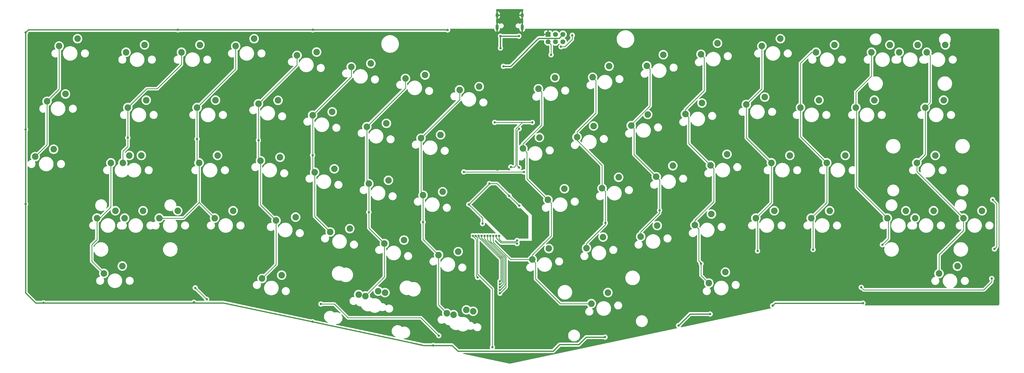
<source format=gbr>
G04 #@! TF.GenerationSoftware,KiCad,Pcbnew,(5.99.0-10089-gf88d39b4f0)*
G04 #@! TF.CreationDate,2021-04-19T20:01:07-05:00*
G04 #@! TF.ProjectId,aliceq,616c6963-6571-42e6-9b69-6361645f7063,rev?*
G04 #@! TF.SameCoordinates,Original*
G04 #@! TF.FileFunction,Copper,L1,Top*
G04 #@! TF.FilePolarity,Positive*
%FSLAX46Y46*%
G04 Gerber Fmt 4.6, Leading zero omitted, Abs format (unit mm)*
G04 Created by KiCad (PCBNEW (5.99.0-10089-gf88d39b4f0)) date 2021-04-19 20:01:07*
%MOMM*%
%LPD*%
G01*
G04 APERTURE LIST*
G04 #@! TA.AperFunction,ComponentPad*
%ADD10C,2.250000*%
G04 #@! TD*
G04 #@! TA.AperFunction,ComponentPad*
%ADD11C,1.700000*%
G04 #@! TD*
G04 #@! TA.AperFunction,ComponentPad*
%ADD12R,1.700000X1.700000*%
G04 #@! TD*
G04 #@! TA.AperFunction,ComponentPad*
%ADD13O,1.000000X2.100000*%
G04 #@! TD*
G04 #@! TA.AperFunction,ComponentPad*
%ADD14O,1.000000X1.600000*%
G04 #@! TD*
G04 #@! TA.AperFunction,ViaPad*
%ADD15C,0.800000*%
G04 #@! TD*
G04 #@! TA.AperFunction,Conductor*
%ADD16C,0.381000*%
G04 #@! TD*
G04 #@! TA.AperFunction,Conductor*
%ADD17C,0.254000*%
G04 #@! TD*
G04 #@! TA.AperFunction,Conductor*
%ADD18C,0.250000*%
G04 #@! TD*
G04 APERTURE END LIST*
D10*
X68491567Y-31209745D03*
X74841567Y-28669745D03*
X223146812Y-54647406D03*
X228829954Y-50842671D03*
X231216817Y-112897438D03*
X236899959Y-109092703D03*
X207773092Y-96868147D03*
X213456234Y-93063412D03*
X31401547Y-52399757D03*
X37751547Y-49859757D03*
X20786543Y-90499777D03*
X27136543Y-87959777D03*
X76322923Y-51083118D03*
X83062256Y-49918862D03*
X292596688Y-90499777D03*
X298946688Y-87959777D03*
X189139370Y-100828866D03*
X194822512Y-97024131D03*
X268081674Y-33349746D03*
X274431674Y-30809746D03*
X82372927Y-91323140D03*
X89112260Y-90158884D03*
X266401673Y-90499777D03*
X272751673Y-87959777D03*
X145504096Y-46315269D03*
X152243429Y-45151013D03*
X132924089Y-82595288D03*
X139663422Y-81431032D03*
X249451664Y-31209745D03*
X255801664Y-28669745D03*
X204513090Y-58608126D03*
X210196232Y-54803391D03*
X77562924Y-111313151D03*
X84302257Y-110148895D03*
X30311543Y-90499777D03*
X36661543Y-87959777D03*
X244091661Y-51339756D03*
X250441661Y-48799756D03*
X287131685Y-33349746D03*
X293481685Y-30809746D03*
X302119693Y-90499777D03*
X308469693Y-87959777D03*
X49851557Y-33349746D03*
X56201557Y-30809746D03*
X271761676Y-71449767D03*
X278111676Y-68909767D03*
X25580517Y-71449767D03*
X31930517Y-68909767D03*
X213133095Y-76258136D03*
X218816237Y-72453401D03*
X126870375Y-42354549D03*
X133609708Y-41190293D03*
X7781534Y-31209745D03*
X14131534Y-28669745D03*
X306181695Y-33349746D03*
X312531695Y-30809746D03*
X141097976Y-123281092D03*
X147837309Y-122116836D03*
X252711666Y-71449767D03*
X259061666Y-68909767D03*
X305591695Y-52399757D03*
X311941695Y-49859757D03*
X108236653Y-38393829D03*
X114975986Y-37229573D03*
X-448471Y-69309766D03*
X5901529Y-66769766D03*
X77022924Y-70713129D03*
X83762257Y-69548873D03*
X190806797Y-119957441D03*
X196489939Y-116152706D03*
X318790452Y-90499777D03*
X325140452Y-87959777D03*
X296656690Y-33349746D03*
X303006690Y-30809746D03*
X262721671Y-52399757D03*
X269071671Y-49859757D03*
X113590368Y-59004558D03*
X120329701Y-57840302D03*
X3621532Y-50259755D03*
X9971532Y-47719755D03*
X138274092Y-103205299D03*
X145013425Y-102041043D03*
X310347297Y-109597787D03*
X316697297Y-107057787D03*
X167245647Y-66529566D03*
X172928789Y-62724831D03*
X247351663Y-90499777D03*
X253701663Y-87959777D03*
X89602931Y-34433109D03*
X96342264Y-33268853D03*
X113092946Y-117333155D03*
X119832279Y-116168899D03*
X110801499Y-116841377D03*
X117540832Y-115677121D03*
X191239371Y-41958834D03*
X196922513Y-38154099D03*
X30801546Y-33349746D03*
X37151546Y-30809746D03*
X281771682Y-52399757D03*
X288121682Y-49859757D03*
X194499373Y-80218855D03*
X200182515Y-76414120D03*
X95656646Y-74673849D03*
X102395979Y-73509593D03*
X114290368Y-78634568D03*
X121029701Y-77470312D03*
X132224089Y-62965278D03*
X138963422Y-61801022D03*
X42217793Y-90499777D03*
X48567793Y-87959777D03*
X302711693Y-71449767D03*
X309061693Y-68909767D03*
X231766817Y-72297416D03*
X237449959Y-68492681D03*
X55211559Y-52399757D03*
X61561559Y-49859757D03*
X61261563Y-90499777D03*
X67611563Y-87959777D03*
X228506815Y-34037395D03*
X234189957Y-30232660D03*
X170505649Y-104789586D03*
X176188791Y-100984851D03*
X101006649Y-95283860D03*
X107745982Y-94119604D03*
X55911560Y-71449767D03*
X62261560Y-68909767D03*
X175865652Y-84179575D03*
X181548794Y-80374840D03*
X23171542Y-109549787D03*
X29521542Y-107009787D03*
X185879368Y-62568846D03*
X191562510Y-58764111D03*
X94956646Y-55043838D03*
X101695979Y-53879582D03*
X226406814Y-92907427D03*
X232089956Y-89102692D03*
X29711525Y-71449767D03*
X36061525Y-68909767D03*
X172605650Y-45919555D03*
X178288792Y-42114820D03*
X143412962Y-123773158D03*
X150152295Y-122608902D03*
X119640371Y-99244579D03*
X126379704Y-98080323D03*
X209873093Y-37998115D03*
X215556235Y-34193380D03*
D11*
X181001525Y-29759740D03*
X181001525Y-27219740D03*
X178461525Y-29759740D03*
X178461525Y-27219740D03*
X175921525Y-29759740D03*
D12*
X175921525Y-27219740D03*
D13*
X158411612Y-24764741D03*
D14*
X167051612Y-20584741D03*
X158411612Y-20584741D03*
D13*
X167051612Y-24764741D03*
D15*
X75730000Y-119630000D03*
X161450000Y-56300000D03*
X160350000Y-56300000D03*
X157050000Y-75550000D03*
X158500000Y-73800000D03*
X162450000Y-73650000D03*
X235850000Y-123450000D03*
X167700000Y-114100000D03*
X163681525Y-96059740D03*
X118490000Y-129620000D03*
X161450000Y-59150000D03*
X116030000Y-126230000D03*
X167571525Y-92129740D03*
X149061525Y-96589740D03*
X319600000Y-118300000D03*
X162740000Y-139030000D03*
X160350000Y-59100000D03*
X218570000Y-122320000D03*
X323650000Y-110750000D03*
X167350000Y-71900000D03*
X186550000Y-127900000D03*
X162450000Y-75800000D03*
X-3760000Y-85660000D03*
X-3760000Y-26540000D03*
X231644111Y-123544111D03*
X162561525Y-82789740D03*
X284200000Y-119800000D03*
X195494112Y-131494112D03*
X95050000Y-25630000D03*
X141380000Y-25670000D03*
X94920000Y-126220000D03*
X153361525Y-92389740D03*
X-3760000Y-59930000D03*
X54150000Y-119500000D03*
X48620000Y-25630000D03*
X155761525Y-78589740D03*
X220800000Y-127500000D03*
X166051525Y-86229740D03*
X160561525Y-38189740D03*
X148661525Y-85789740D03*
X2410000Y-119690000D03*
X253100000Y-120700000D03*
X136400000Y-134350000D03*
X157571525Y-57529740D03*
X170521525Y-57549740D03*
X163100468Y-72891121D03*
X146952505Y-74588760D03*
X167621525Y-74599740D03*
X150061525Y-96589740D03*
X151718471Y-110953684D03*
X180355239Y-31433454D03*
X184250000Y-27500000D03*
X165892910Y-27788355D03*
X159551525Y-31919740D03*
X159530140Y-27788355D03*
X165923712Y-73114760D03*
X165947706Y-59713734D03*
X176947300Y-34225515D03*
X31401547Y-62804240D03*
X55211559Y-63238271D03*
X76322923Y-63687791D03*
X94956646Y-68826264D03*
X114290368Y-88465240D03*
X132924089Y-91915720D03*
X157062519Y-96589740D03*
X158062022Y-96589740D03*
X165261525Y-99289740D03*
X195624373Y-92163760D03*
X159061525Y-96589740D03*
X214258095Y-87814240D03*
X165261525Y-98214240D03*
X159361525Y-116375828D03*
X228542741Y-106212320D03*
X156061525Y-96589740D03*
X159361525Y-115357017D03*
X247961525Y-101787791D03*
X155062022Y-96589740D03*
X154062519Y-96589740D03*
X267061525Y-101338271D03*
X159361525Y-114338765D03*
X159361525Y-113319740D03*
X153061525Y-96589740D03*
X290861525Y-99663760D03*
X151061525Y-96589740D03*
X156775469Y-135003684D03*
X152062022Y-96589740D03*
X159361525Y-112314240D03*
X97800000Y-120100000D03*
X138350000Y-131000000D03*
X328800000Y-84150000D03*
X329410000Y-101150000D03*
X58545463Y-118464241D03*
X54590000Y-114540000D03*
X328490000Y-111300000D03*
X283610000Y-114360000D03*
D16*
X117820000Y-129620000D02*
X118490000Y-129620000D01*
D17*
X161350000Y-56250000D02*
X161400000Y-56250000D01*
D16*
X116030000Y-127830000D02*
X117820000Y-129620000D01*
D17*
X161400000Y-56250000D02*
X161450000Y-56300000D01*
D16*
X116030000Y-126230000D02*
X116030000Y-127830000D01*
X177700000Y-136300000D02*
X177700000Y-136350000D01*
D18*
X164491525Y-84719740D02*
X164411525Y-84639740D01*
D16*
X48620000Y-25630000D02*
X95050000Y-25630000D01*
X224755889Y-123544111D02*
X220800000Y-127500000D01*
X95050000Y-25630000D02*
X139700000Y-25630000D01*
D17*
X148661525Y-85789740D02*
X153361525Y-90489740D01*
D16*
X163011525Y-38189740D02*
X165486525Y-35714740D01*
X133172348Y-134350000D02*
X133169791Y-134352557D01*
X2429466Y-119709466D02*
X2410000Y-119690000D01*
X-3760000Y-26540000D02*
X-2850000Y-25630000D01*
X94887243Y-126214793D02*
X99240000Y-127140000D01*
X141340000Y-25630000D02*
X141380000Y-25670000D01*
D17*
X153361525Y-90489740D02*
X153361525Y-92389740D01*
D18*
X164411525Y-84639740D02*
X162561525Y-82789740D01*
D16*
X139700000Y-25630000D02*
X141340000Y-25630000D01*
D18*
X164411525Y-84639740D02*
X166001525Y-86229740D01*
D16*
X129570208Y-133587442D02*
X133169791Y-134352557D01*
X284200000Y-119800000D02*
X254000000Y-119800000D01*
X64301659Y-119709466D02*
X54700534Y-119709466D01*
X54700534Y-119709466D02*
X3179466Y-119709466D01*
X-3760000Y-59930000D02*
X-3760000Y-85660000D01*
X99241659Y-127139466D02*
X132600000Y-134230000D01*
D17*
X155761525Y-78589740D02*
X155761525Y-78689740D01*
D16*
X-3760000Y-59930000D02*
X-3760000Y-34970000D01*
X-2850000Y-25630000D02*
X48620000Y-25630000D01*
X189055888Y-131494112D02*
X195494112Y-131494112D01*
X136400000Y-134350000D02*
X133172348Y-134350000D01*
X171636525Y-29564740D02*
X171646503Y-29564740D01*
X-310534Y-119709466D02*
X3179466Y-119709466D01*
D17*
X158361525Y-78589740D02*
X162561525Y-82789740D01*
D16*
X186475000Y-134075000D02*
X189055888Y-131494112D01*
X136283468Y-134233468D02*
X136400000Y-134350000D01*
X136317059Y-134432941D02*
X136400000Y-134350000D01*
X171636525Y-29564740D02*
X172131536Y-29069729D01*
X-3760000Y-116260000D02*
X-310534Y-119709466D01*
X160561525Y-38189740D02*
X163011525Y-38189740D01*
X142900000Y-134350000D02*
X136400000Y-134350000D01*
X172691514Y-28519729D02*
X179701536Y-28519729D01*
X64301659Y-119709466D02*
X97660000Y-126800000D01*
D17*
X155761525Y-78589740D02*
X158361525Y-78589740D01*
D16*
X54359466Y-119709466D02*
X54150000Y-119500000D01*
X54700534Y-119709466D02*
X54359466Y-119709466D01*
X254000000Y-119800000D02*
X253100000Y-120700000D01*
X171646503Y-29564740D02*
X172691514Y-28519729D01*
X179925000Y-134075000D02*
X182925000Y-134075000D01*
X3179466Y-119709466D02*
X2429466Y-119709466D01*
D17*
X155761525Y-78689740D02*
X148661525Y-85789740D01*
D16*
X144900000Y-136350000D02*
X142900000Y-134350000D01*
X179925000Y-134075000D02*
X186475000Y-134075000D01*
X-3760000Y-34970000D02*
X-3760000Y-34300000D01*
X165486525Y-35714740D02*
X171636525Y-29564740D01*
X179925000Y-134075000D02*
X177700000Y-136300000D01*
X179701536Y-28519729D02*
X181001525Y-27219740D01*
X139700000Y-25630000D02*
X140780000Y-25630000D01*
D17*
X158361525Y-78589740D02*
X160111525Y-80339740D01*
D16*
X-3760000Y-85660000D02*
X-3760000Y-116260000D01*
X177700000Y-136350000D02*
X144900000Y-136350000D01*
D18*
X166001525Y-86229740D02*
X166051525Y-86229740D01*
D16*
X-3760000Y-34970000D02*
X-3760000Y-26540000D01*
X231644111Y-123544111D02*
X224755889Y-123544111D01*
D17*
X164308879Y-72891121D02*
X164810005Y-72389995D01*
D18*
X157571525Y-57529740D02*
X170501525Y-57529740D01*
D17*
X163100468Y-72891121D02*
X164308879Y-72891121D01*
X164810005Y-72389995D02*
X164810005Y-59776198D01*
X167036463Y-57549740D02*
X170521525Y-57549740D01*
D18*
X170501525Y-57529740D02*
X170521525Y-57549740D01*
D17*
X164810005Y-59776198D02*
X167036463Y-57549740D01*
D18*
X146952505Y-74588760D02*
X167610545Y-74588760D01*
X167610545Y-74588760D02*
X167621525Y-74599740D01*
X151261776Y-110496989D02*
X151261776Y-97862268D01*
X151718471Y-110953684D02*
X151261776Y-110496989D01*
X150061525Y-96662017D02*
X150061525Y-96589740D01*
X151261776Y-97862268D02*
X150061525Y-96662017D01*
D17*
X184250000Y-27500000D02*
X184250000Y-28900000D01*
X184250000Y-28900000D02*
X181716546Y-31433454D01*
X181716546Y-31433454D02*
X180355239Y-31433454D01*
D16*
X159530140Y-27788355D02*
X164880140Y-27788355D01*
X159530140Y-27788355D02*
X159530140Y-31898355D01*
X164880140Y-27788355D02*
X165212910Y-27788355D01*
X165892910Y-27788355D02*
X164880140Y-27788355D01*
X159530140Y-31898355D02*
X159551525Y-31919740D01*
D18*
X165261525Y-72452573D02*
X165261525Y-60399915D01*
X176861525Y-30699740D02*
X175921525Y-29759740D01*
X176947300Y-34225515D02*
X176947300Y-30785515D01*
X176947300Y-30785515D02*
X175921525Y-29759740D01*
X165923712Y-73114760D02*
X165261525Y-72452573D01*
X165261525Y-60399915D02*
X165947706Y-59713734D01*
X3621532Y-65239763D02*
X3621532Y-50259755D01*
X-448471Y-69309766D02*
X3621532Y-65239763D01*
X7781534Y-31209745D02*
X7781534Y-46099753D01*
X7781534Y-46099753D02*
X3621532Y-50259755D01*
X41486525Y-45914740D02*
X37886564Y-45914740D01*
X31401547Y-65849718D02*
X29711525Y-67539740D01*
X19011525Y-99664740D02*
X19011525Y-105389770D01*
X31401547Y-52399757D02*
X31401547Y-64009762D01*
X31401547Y-64009762D02*
X31401547Y-65849718D01*
X49851557Y-33349746D02*
X49851557Y-37549708D01*
X19011525Y-105389770D02*
X23171542Y-109549787D01*
X29711525Y-67539740D02*
X29711525Y-71449767D01*
X37886564Y-45914740D02*
X31401547Y-52399757D01*
X49851557Y-37549708D02*
X41486525Y-45914740D01*
X25580517Y-71449767D02*
X25580517Y-86645748D01*
X20786543Y-97889722D02*
X19011525Y-99664740D01*
X31401547Y-64009762D02*
X31401547Y-62804240D01*
X20786543Y-90499777D02*
X20786543Y-97889722D01*
X25580517Y-86645748D02*
X21726488Y-90499777D01*
X21726488Y-90499777D02*
X20786543Y-90499777D01*
X55211559Y-64129774D02*
X55211559Y-70749766D01*
X55211559Y-70749766D02*
X55911560Y-71449767D01*
X55211559Y-64129774D02*
X55211559Y-63238271D01*
X68491567Y-31209745D02*
X68491567Y-39119749D01*
X55211559Y-52399757D02*
X55211559Y-64129774D01*
X68491567Y-39119749D02*
X55211559Y-52399757D01*
X55911560Y-85149774D02*
X61261563Y-90499777D01*
X42217793Y-90499777D02*
X50561557Y-90499777D01*
X50561557Y-90499777D02*
X55911560Y-85149774D01*
X55911560Y-71449767D02*
X55911560Y-85149774D01*
X77022924Y-85973137D02*
X82372927Y-91323140D01*
X76322923Y-51083118D02*
X76322923Y-63938342D01*
X76322923Y-63938342D02*
X76322923Y-63687791D01*
X89602931Y-34433109D02*
X89602931Y-37803110D01*
X89602931Y-37803110D02*
X76322923Y-51083118D01*
X77562924Y-111313151D02*
X82372927Y-106503148D01*
X76322923Y-63938342D02*
X76322923Y-70013128D01*
X76322923Y-70013128D02*
X77022924Y-70713129D01*
X77022924Y-70713129D02*
X77022924Y-85973137D01*
X82372927Y-106503148D02*
X82372927Y-91323140D01*
X94956646Y-68994861D02*
X94956646Y-68826264D01*
X94956646Y-73973849D02*
X95656646Y-74673849D01*
X95656646Y-89933857D02*
X101006649Y-95283860D01*
X108236653Y-41763831D02*
X94956646Y-55043838D01*
X94956646Y-55043838D02*
X94956646Y-68994861D01*
X95656646Y-74673849D02*
X95656646Y-89933857D01*
X108236653Y-38393829D02*
X108236653Y-41763831D01*
X94956646Y-68994861D02*
X94956646Y-73973849D01*
X114290368Y-93894576D02*
X119640371Y-99244579D01*
X114290368Y-88460897D02*
X114290368Y-88465240D01*
X126870375Y-42354549D02*
X126870375Y-45724551D01*
X126870375Y-45724551D02*
X113590368Y-59004558D01*
X119640371Y-99244579D02*
X119640371Y-110785730D01*
X114290368Y-78634568D02*
X114290368Y-88460897D01*
X113590368Y-59004558D02*
X113590368Y-77934568D01*
X119640371Y-110785730D02*
X113092946Y-117333155D01*
X113590368Y-77934568D02*
X114290368Y-78634568D01*
X114290368Y-88460897D02*
X114290368Y-93894576D01*
X132924089Y-97855296D02*
X138274092Y-103205299D01*
X132924089Y-91627176D02*
X132924089Y-97855296D01*
X138274092Y-120457208D02*
X141097976Y-123281092D01*
X132224089Y-81895288D02*
X132924089Y-82595288D01*
X138274092Y-103205299D02*
X138274092Y-120457208D01*
X132224089Y-62965278D02*
X132224089Y-81895288D01*
X132924089Y-91627176D02*
X132924089Y-91915720D01*
X145504096Y-46315269D02*
X145504096Y-49685271D01*
X145504096Y-49685271D02*
X132224089Y-62965278D01*
X132924089Y-82595288D02*
X132924089Y-91627176D01*
X167245647Y-66529566D02*
X168661525Y-67945444D01*
X180129226Y-119957441D02*
X171630649Y-111458864D01*
X175865652Y-84179575D02*
X176990652Y-85304575D01*
X171630649Y-111458864D02*
X171630649Y-105914586D01*
X173730650Y-58453573D02*
X167245647Y-64938576D01*
X174438015Y-99236790D02*
X174561525Y-99113280D01*
X173730650Y-47044555D02*
X173730650Y-58453573D01*
X168661525Y-76975448D02*
X175865652Y-84179575D01*
X176990652Y-96713593D02*
X174438015Y-99266230D01*
X168661525Y-67945444D02*
X168661525Y-76975448D01*
X174438015Y-99266230D02*
X174438015Y-99236790D01*
X176990652Y-85304575D02*
X176990652Y-96713593D01*
X172605650Y-45919555D02*
X173730650Y-47044555D01*
X171630649Y-105914586D02*
X170505649Y-104789586D01*
X190806797Y-119957441D02*
X180129226Y-119957441D01*
X174438015Y-99266230D02*
X170505649Y-103198596D01*
X157062519Y-98825715D02*
X157062519Y-96589740D01*
X170505649Y-104789586D02*
X163026390Y-104789586D01*
X163026390Y-104789586D02*
X157062519Y-98825715D01*
X170505649Y-103198596D02*
X170505649Y-104789586D01*
X167245647Y-64938576D02*
X167245647Y-66529566D01*
X192364371Y-43083834D02*
X192364371Y-54286894D01*
X185879368Y-62568846D02*
X185879368Y-63732583D01*
X159775327Y-99039260D02*
X158062022Y-97325955D01*
X158062022Y-97325955D02*
X158062022Y-96589740D01*
X165261525Y-99289740D02*
X165011045Y-99039260D01*
X185879368Y-63732583D02*
X194499373Y-72352588D01*
X195624373Y-92752873D02*
X189139370Y-99237876D01*
X194499373Y-72352588D02*
X194499373Y-80218855D01*
X192364371Y-54286894D02*
X185879368Y-60771897D01*
X189139370Y-99237876D02*
X189139370Y-100828866D01*
X195624373Y-81343855D02*
X195624373Y-92052588D01*
X195624373Y-92052588D02*
X195624373Y-92752873D01*
X195624373Y-92052588D02*
X195624373Y-92163760D01*
X165011045Y-99039260D02*
X159775327Y-99039260D01*
X185879368Y-60771897D02*
X185879368Y-62568846D01*
X191239371Y-41958834D02*
X192364371Y-43083834D01*
X194499373Y-80218855D02*
X195624373Y-81343855D01*
X207773092Y-95277157D02*
X207773092Y-96868147D01*
X210998093Y-39123115D02*
X210998093Y-51856253D01*
X209873093Y-37998115D02*
X210998093Y-39123115D01*
X214258095Y-88792154D02*
X207773092Y-95277157D01*
X213133095Y-76258136D02*
X214258095Y-77383136D01*
X214258095Y-77383136D02*
X214258095Y-87486310D01*
X205461525Y-59556561D02*
X205461525Y-68586566D01*
X159961525Y-98589740D02*
X159061525Y-97689740D01*
X204513090Y-58608126D02*
X205461525Y-59556561D01*
X159061525Y-97689740D02*
X159061525Y-96589740D01*
X165261525Y-98214240D02*
X164886025Y-98589740D01*
X214258095Y-87486310D02*
X214258095Y-88792154D01*
X205461525Y-68586566D02*
X213133095Y-76258136D01*
X214258095Y-87486310D02*
X214258095Y-87814240D01*
X164886025Y-98589740D02*
X159961525Y-98589740D01*
X204513090Y-58341256D02*
X204513090Y-58608126D01*
X210998093Y-51856253D02*
X204513090Y-58341256D01*
X226406814Y-91316437D02*
X226406814Y-92907427D01*
X228542741Y-110223362D02*
X228542741Y-105970956D01*
D17*
X159361525Y-116315828D02*
X159437951Y-116315828D01*
X161448596Y-114305183D02*
X161448596Y-103850338D01*
D18*
X223146812Y-53056416D02*
X223146812Y-54647406D01*
X227750000Y-105178215D02*
X227750000Y-94250613D01*
X227750000Y-94250613D02*
X226406814Y-92907427D01*
X224271812Y-55772406D02*
X224271812Y-64802411D01*
X231766817Y-72297416D02*
X232891817Y-73422416D01*
X228506815Y-34037395D02*
X229631815Y-35162395D01*
X224271812Y-64802411D02*
X231766817Y-72297416D01*
X232891817Y-73422416D02*
X232891817Y-84831434D01*
X231216817Y-112897438D02*
X228542741Y-110223362D01*
X229631815Y-35162395D02*
X229631815Y-46571413D01*
D17*
X156061525Y-98463267D02*
X156061525Y-96589740D01*
X161448596Y-103850338D02*
X156061525Y-98463267D01*
D18*
X229631815Y-46571413D02*
X223146812Y-53056416D01*
X232891817Y-84831434D02*
X226406814Y-91316437D01*
X223146812Y-54647406D02*
X224271812Y-55772406D01*
X228542741Y-105970956D02*
X227750000Y-105178215D01*
D17*
X159437951Y-116315828D02*
X161448596Y-114305183D01*
D18*
X228542741Y-105970956D02*
X228542741Y-106212320D01*
X249451664Y-31209745D02*
X249451664Y-45979753D01*
D17*
X159361525Y-115317017D02*
X159438510Y-115317017D01*
D18*
X252711666Y-71449767D02*
X252711666Y-85139774D01*
X247351663Y-90499777D02*
X247961525Y-91109639D01*
X252711666Y-85139774D02*
X247351663Y-90499777D01*
D17*
X155061525Y-98104641D02*
X155061525Y-96590237D01*
D18*
X249451664Y-45979753D02*
X244091661Y-51339756D01*
D17*
X160995076Y-113760451D02*
X160995076Y-104038192D01*
D18*
X244091661Y-51339756D02*
X244091661Y-62829762D01*
X244091661Y-62829762D02*
X252711666Y-71449767D01*
D17*
X160995076Y-104038192D02*
X155491525Y-98534641D01*
X155491525Y-98534641D02*
X155061525Y-98104641D01*
D18*
X247961525Y-91109639D02*
X247961525Y-101787791D01*
D17*
X159438510Y-115317017D02*
X160995076Y-113760451D01*
X155061525Y-96590237D02*
X155062022Y-96589740D01*
D18*
X262721671Y-37118759D02*
X262721671Y-52399757D01*
X266401673Y-90499777D02*
X267061525Y-91159629D01*
D17*
X159361525Y-114318765D02*
X159437737Y-114318765D01*
X160541556Y-113214946D02*
X160541556Y-104226046D01*
D18*
X266490684Y-33349746D02*
X262721671Y-37118759D01*
D17*
X159437737Y-114318765D02*
X160541556Y-113214946D01*
D18*
X262721671Y-52399757D02*
X262721671Y-62409762D01*
D17*
X154062519Y-97747009D02*
X154062519Y-96589740D01*
D18*
X271761676Y-85139774D02*
X266401673Y-90499777D01*
X268081674Y-33349746D02*
X266490684Y-33349746D01*
X262721671Y-62409762D02*
X271761676Y-71449767D01*
D17*
X160541556Y-104226046D02*
X154062519Y-97747009D01*
D18*
X267061525Y-91159629D02*
X267061525Y-101338271D01*
X271761676Y-71449767D02*
X271761676Y-85139774D01*
X282000000Y-52628075D02*
X282000000Y-79903089D01*
X287131685Y-41618315D02*
X281771682Y-46978318D01*
X287131685Y-33349746D02*
X287131685Y-41618315D01*
X281771682Y-46978318D02*
X281771682Y-52399757D01*
D17*
X159361525Y-113319740D02*
X159431262Y-113319740D01*
X153061525Y-97387389D02*
X153061525Y-96589740D01*
D18*
X292961525Y-90864614D02*
X292961525Y-97563760D01*
X292596688Y-90499777D02*
X292961525Y-90864614D01*
D17*
X159431262Y-113319740D02*
X160088036Y-112662966D01*
D18*
X282000000Y-79903089D02*
X292596688Y-90499777D01*
X292961525Y-97563760D02*
X290861525Y-99663760D01*
X281771682Y-52399757D02*
X282000000Y-52628075D01*
D17*
X160088036Y-104413900D02*
X153061525Y-97387389D01*
X160088036Y-112662966D02*
X160088036Y-104413900D01*
X151713296Y-97316251D02*
X151061525Y-96664480D01*
X151713296Y-109841511D02*
X151713296Y-97316251D01*
X156775469Y-135003684D02*
X156775469Y-114903684D01*
X156775469Y-114903684D02*
X151713296Y-109841511D01*
X151061525Y-96664480D02*
X151061525Y-96589740D01*
D18*
X302711525Y-74420850D02*
X318790452Y-90499777D01*
X306181695Y-33349746D02*
X307306695Y-34474746D01*
X318790452Y-90499777D02*
X318790452Y-94735813D01*
X307306695Y-50684757D02*
X305591695Y-52399757D01*
X159361525Y-112314240D02*
X159636516Y-112039249D01*
X152062022Y-97026432D02*
X152062022Y-96589740D01*
X305591695Y-68569765D02*
X302711693Y-71449767D01*
X302711525Y-71449935D02*
X302711525Y-74420850D01*
X318790452Y-94735813D02*
X310347297Y-103178968D01*
X302711693Y-71449767D02*
X302711525Y-71449935D01*
X310347297Y-103178968D02*
X310347297Y-109597787D01*
X159636516Y-104600926D02*
X152062022Y-97026432D01*
X307306695Y-34474746D02*
X307306695Y-50684757D01*
X305591695Y-52399757D02*
X305591695Y-68569765D01*
X159636516Y-112039249D02*
X159636516Y-104600926D01*
D17*
X107130000Y-124830000D02*
X132180000Y-124830000D01*
X97800000Y-120100000D02*
X102400000Y-120100000D01*
X104350000Y-122050000D02*
X107130000Y-124830000D01*
X102400000Y-120100000D02*
X104350000Y-122050000D01*
X104200000Y-121900000D02*
X104350000Y-122050000D01*
X132180000Y-124830000D02*
X138350000Y-131000000D01*
X328800000Y-84150000D02*
X330200000Y-85550000D01*
X330200000Y-85550000D02*
X330200000Y-99950000D01*
X329410000Y-101150000D02*
X330200000Y-100360000D01*
X330200000Y-100360000D02*
X330200000Y-99950000D01*
X329600000Y-100960000D02*
X329410000Y-101150000D01*
X54621222Y-114540000D02*
X58545463Y-118464241D01*
X54590000Y-114540000D02*
X54621222Y-114540000D01*
X283610000Y-114360000D02*
X284490000Y-115240000D01*
X328490000Y-112490000D02*
X328490000Y-111300000D01*
X325740000Y-115240000D02*
X328490000Y-112490000D01*
X284490000Y-115240000D02*
X325740000Y-115240000D01*
G04 #@! TA.AperFunction,Conductor*
G36*
X167335646Y-18507742D02*
G01*
X167382139Y-18561398D01*
X167393525Y-18613740D01*
X167393525Y-19189314D01*
X167373523Y-19257435D01*
X167334090Y-19296296D01*
X167309581Y-19311546D01*
X167305612Y-19319911D01*
X167305612Y-21842793D01*
X167310087Y-21858032D01*
X167324901Y-21870868D01*
X167350040Y-21882350D01*
X167388422Y-21942077D01*
X167393525Y-21977572D01*
X167393525Y-23119314D01*
X167373523Y-23187435D01*
X167334090Y-23226296D01*
X167309581Y-23241546D01*
X167305612Y-23249911D01*
X167305612Y-26272793D01*
X167309585Y-26286324D01*
X167317380Y-26287444D01*
X167425169Y-26255720D01*
X167436553Y-26251121D01*
X167600834Y-26165237D01*
X167611095Y-26158523D01*
X167755571Y-26042361D01*
X167764331Y-26033783D01*
X167883493Y-25891771D01*
X167890419Y-25881657D01*
X167979730Y-25719199D01*
X167984558Y-25707935D01*
X168040614Y-25531225D01*
X168043162Y-25519238D01*
X168059612Y-25372580D01*
X168060614Y-25372692D01*
X168082950Y-25309819D01*
X168139113Y-25266388D01*
X168184988Y-25257740D01*
X330508069Y-25257740D01*
X330530341Y-25259724D01*
X330536626Y-25260853D01*
X330536630Y-25260853D01*
X330541422Y-25261714D01*
X330622804Y-25263606D01*
X330632181Y-25264175D01*
X330634554Y-25264408D01*
X330646925Y-25266249D01*
X330704394Y-25277744D01*
X330725392Y-25281944D01*
X330749335Y-25289271D01*
X330816673Y-25317461D01*
X330838695Y-25329377D01*
X330843858Y-25332875D01*
X330899140Y-25370333D01*
X330918369Y-25386368D01*
X330969518Y-25438464D01*
X330985196Y-25457983D01*
X331025035Y-25519169D01*
X331036545Y-25541405D01*
X331059844Y-25600058D01*
X331063497Y-25609255D01*
X331070383Y-25633330D01*
X331084633Y-25712063D01*
X331086250Y-25724512D01*
X331086439Y-25726888D01*
X331086834Y-25736263D01*
X331087194Y-25809863D01*
X331087216Y-25814354D01*
X331087873Y-25818785D01*
X331087874Y-25818802D01*
X331090692Y-25837812D01*
X331092054Y-25856258D01*
X331092852Y-30250873D01*
X331093478Y-33702041D01*
X331093525Y-33961655D01*
X331093525Y-119996284D01*
X331091541Y-120018556D01*
X331091078Y-120021137D01*
X331089551Y-120029637D01*
X331087659Y-120111020D01*
X331087090Y-120120397D01*
X331086857Y-120122769D01*
X331085015Y-120135143D01*
X331069323Y-120213602D01*
X331061998Y-120237543D01*
X331034106Y-120304167D01*
X331033804Y-120304889D01*
X331021891Y-120326906D01*
X330983304Y-120383856D01*
X330980932Y-120387357D01*
X330964902Y-120406581D01*
X330912796Y-120457738D01*
X330893282Y-120473411D01*
X330832094Y-120513251D01*
X330809860Y-120524760D01*
X330796687Y-120529993D01*
X330742003Y-120551715D01*
X330717943Y-120558597D01*
X330639204Y-120572849D01*
X330626787Y-120574463D01*
X330624390Y-120574654D01*
X330614998Y-120575050D01*
X330541401Y-120575410D01*
X330541400Y-120575410D01*
X330536910Y-120575432D01*
X330503529Y-120580379D01*
X330485059Y-120581740D01*
X285001620Y-120581740D01*
X284933499Y-120561738D01*
X284887006Y-120508082D01*
X284876902Y-120437808D01*
X284907984Y-120371430D01*
X284934618Y-120341850D01*
X284934619Y-120341849D01*
X284939037Y-120336942D01*
X285034524Y-120171554D01*
X285079990Y-120031625D01*
X285091498Y-119996206D01*
X285091498Y-119996205D01*
X285093538Y-119989927D01*
X285099484Y-119933359D01*
X285112810Y-119806565D01*
X285113500Y-119800000D01*
X285101221Y-119683169D01*
X285094228Y-119616637D01*
X285094228Y-119616636D01*
X285093538Y-119610073D01*
X285034524Y-119428446D01*
X285021231Y-119405421D01*
X284969634Y-119316053D01*
X284939037Y-119263058D01*
X284897158Y-119216546D01*
X284815671Y-119126046D01*
X284811251Y-119121137D01*
X284805909Y-119117256D01*
X284805907Y-119117254D01*
X284662092Y-119012767D01*
X284662091Y-119012766D01*
X284656750Y-119008886D01*
X284650722Y-119006202D01*
X284650720Y-119006201D01*
X284488318Y-118933895D01*
X284488317Y-118933895D01*
X284482287Y-118931210D01*
X284388887Y-118911357D01*
X284301944Y-118892876D01*
X284301939Y-118892876D01*
X284295487Y-118891504D01*
X284104513Y-118891504D01*
X284098061Y-118892876D01*
X284098056Y-118892876D01*
X284011113Y-118911357D01*
X283917713Y-118931210D01*
X283911683Y-118933895D01*
X283911682Y-118933895D01*
X283749280Y-119006201D01*
X283749278Y-119006202D01*
X283743250Y-119008886D01*
X283737909Y-119012766D01*
X283737908Y-119012767D01*
X283649587Y-119076936D01*
X283575526Y-119101000D01*
X254026629Y-119101000D01*
X254018059Y-119100708D01*
X254016999Y-119100636D01*
X253963155Y-119096965D01*
X253955678Y-119098270D01*
X253955675Y-119098270D01*
X253901116Y-119107792D01*
X253894592Y-119108755D01*
X253839615Y-119115408D01*
X253839614Y-119115408D01*
X253832072Y-119116321D01*
X253824965Y-119119007D01*
X253821487Y-119119861D01*
X253807451Y-119123700D01*
X253804001Y-119124742D01*
X253796521Y-119126047D01*
X253738844Y-119151365D01*
X253732749Y-119153853D01*
X253680945Y-119173428D01*
X253680944Y-119173429D01*
X253673840Y-119176113D01*
X253667575Y-119180419D01*
X253664379Y-119182090D01*
X253651653Y-119189173D01*
X253648592Y-119190983D01*
X253641635Y-119194037D01*
X253635607Y-119198662D01*
X253635606Y-119198663D01*
X253591676Y-119232372D01*
X253586339Y-119236250D01*
X253542222Y-119266571D01*
X253534436Y-119271922D01*
X253529386Y-119277590D01*
X253529385Y-119277591D01*
X253495117Y-119316053D01*
X253490135Y-119321330D01*
X253050521Y-119760943D01*
X252987623Y-119795094D01*
X252964543Y-119800000D01*
X252817713Y-119831210D01*
X252811683Y-119833895D01*
X252811682Y-119833895D01*
X252649280Y-119906201D01*
X252649278Y-119906202D01*
X252643250Y-119908886D01*
X252637909Y-119912766D01*
X252637908Y-119912767D01*
X252494093Y-120017254D01*
X252494091Y-120017256D01*
X252488749Y-120021137D01*
X252484328Y-120026047D01*
X252484327Y-120026048D01*
X252383432Y-120138104D01*
X252360963Y-120163058D01*
X252312824Y-120246437D01*
X252270780Y-120319260D01*
X252265476Y-120328446D01*
X252251510Y-120371430D01*
X252209504Y-120500712D01*
X252206462Y-120510073D01*
X252205772Y-120516636D01*
X252205772Y-120516637D01*
X252193128Y-120636942D01*
X252186500Y-120700000D01*
X252187190Y-120706565D01*
X252194001Y-120771363D01*
X252206462Y-120889927D01*
X252208502Y-120896205D01*
X252208502Y-120896206D01*
X252218525Y-120927054D01*
X252265476Y-121071554D01*
X252360963Y-121236942D01*
X252365381Y-121241849D01*
X252365382Y-121241850D01*
X252443020Y-121328076D01*
X252488749Y-121378863D01*
X252504603Y-121390382D01*
X252510709Y-121394818D01*
X252554063Y-121451041D01*
X252560138Y-121521777D01*
X252527006Y-121584568D01*
X252462841Y-121620001D01*
X221713688Y-128155049D01*
X221642900Y-128149646D01*
X221586268Y-128106827D01*
X221561776Y-128040189D01*
X221578378Y-127968802D01*
X221631220Y-127877277D01*
X221631221Y-127877276D01*
X221634524Y-127871554D01*
X221693538Y-127689927D01*
X221700023Y-127628221D01*
X221727036Y-127562565D01*
X221736238Y-127552297D01*
X225008520Y-124280016D01*
X225070832Y-124245990D01*
X225097615Y-124243111D01*
X231019637Y-124243111D01*
X231093697Y-124267175D01*
X231154745Y-124311528D01*
X231163020Y-124317540D01*
X231187361Y-124335225D01*
X231193389Y-124337909D01*
X231193391Y-124337910D01*
X231335390Y-124401132D01*
X231361824Y-124412901D01*
X231429843Y-124427359D01*
X231542167Y-124451235D01*
X231542172Y-124451235D01*
X231548624Y-124452607D01*
X231739598Y-124452607D01*
X231746050Y-124451235D01*
X231746055Y-124451235D01*
X231858379Y-124427359D01*
X231926398Y-124412901D01*
X231952832Y-124401132D01*
X232094831Y-124337910D01*
X232094833Y-124337909D01*
X232100861Y-124335225D01*
X232121475Y-124320248D01*
X232250018Y-124226857D01*
X232250020Y-124226855D01*
X232255362Y-124222974D01*
X232281000Y-124194500D01*
X232378729Y-124085961D01*
X232378730Y-124085960D01*
X232383148Y-124081053D01*
X232467623Y-123934738D01*
X232475331Y-123921388D01*
X232475332Y-123921387D01*
X232478635Y-123915665D01*
X232518820Y-123791989D01*
X232535609Y-123740317D01*
X232535609Y-123740316D01*
X232537649Y-123734038D01*
X232553408Y-123584105D01*
X232556921Y-123550676D01*
X232557611Y-123544111D01*
X232542930Y-123404426D01*
X232538339Y-123360748D01*
X232538339Y-123360747D01*
X232537649Y-123354184D01*
X232478635Y-123172557D01*
X232457538Y-123136015D01*
X232422719Y-123075708D01*
X232383148Y-123007169D01*
X232344217Y-122963931D01*
X232259783Y-122870158D01*
X232255362Y-122865248D01*
X232250020Y-122861367D01*
X232250018Y-122861365D01*
X232106203Y-122756878D01*
X232106202Y-122756877D01*
X232100861Y-122752997D01*
X232094833Y-122750313D01*
X232094831Y-122750312D01*
X231932429Y-122678006D01*
X231932428Y-122678006D01*
X231926398Y-122675321D01*
X231832998Y-122655468D01*
X231746055Y-122636987D01*
X231746050Y-122636987D01*
X231739598Y-122635615D01*
X231548624Y-122635615D01*
X231542172Y-122636987D01*
X231542167Y-122636987D01*
X231455224Y-122655468D01*
X231361824Y-122675321D01*
X231355794Y-122678006D01*
X231355793Y-122678006D01*
X231193391Y-122750312D01*
X231193389Y-122750313D01*
X231187361Y-122752997D01*
X231101523Y-122815362D01*
X231093698Y-122821047D01*
X231019637Y-122845111D01*
X224782523Y-122845111D01*
X224773954Y-122844819D01*
X224726621Y-122841592D01*
X224726617Y-122841592D01*
X224719045Y-122841076D01*
X224711568Y-122842381D01*
X224711566Y-122842381D01*
X224672936Y-122849123D01*
X224656999Y-122851905D01*
X224650515Y-122852862D01*
X224587961Y-122860432D01*
X224580860Y-122863115D01*
X224577392Y-122863967D01*
X224563323Y-122867816D01*
X224559888Y-122868853D01*
X224552411Y-122870158D01*
X224545461Y-122873209D01*
X224545457Y-122873210D01*
X224494735Y-122895475D01*
X224488630Y-122897966D01*
X224429729Y-122920224D01*
X224423469Y-122924526D01*
X224420294Y-122926186D01*
X224407547Y-122933281D01*
X224404483Y-122935093D01*
X224397524Y-122938148D01*
X224369134Y-122959933D01*
X224347565Y-122976483D01*
X224342228Y-122980361D01*
X224310364Y-123002261D01*
X224290325Y-123016033D01*
X224285275Y-123021701D01*
X224285274Y-123021702D01*
X224250997Y-123060174D01*
X224246015Y-123065450D01*
X220750522Y-126560942D01*
X220687624Y-126595094D01*
X220517713Y-126631210D01*
X220511683Y-126633895D01*
X220511682Y-126633895D01*
X220349280Y-126706201D01*
X220349278Y-126706202D01*
X220343250Y-126708886D01*
X220337909Y-126712766D01*
X220337908Y-126712767D01*
X220194093Y-126817254D01*
X220194091Y-126817256D01*
X220188749Y-126821137D01*
X220184328Y-126826047D01*
X220184327Y-126826048D01*
X220076409Y-126945904D01*
X220060963Y-126963058D01*
X219965476Y-127128446D01*
X219906462Y-127310073D01*
X219886500Y-127500000D01*
X219906462Y-127689927D01*
X219908502Y-127696205D01*
X219908502Y-127696206D01*
X219932161Y-127769020D01*
X219965476Y-127871554D01*
X219968779Y-127877276D01*
X219968780Y-127877277D01*
X219988283Y-127911057D01*
X220060963Y-128036942D01*
X220065381Y-128041849D01*
X220065382Y-128041850D01*
X220125798Y-128108949D01*
X220188749Y-128178863D01*
X220279550Y-128244834D01*
X220322904Y-128301055D01*
X220328980Y-128371791D01*
X220295848Y-128434583D01*
X220231682Y-128470016D01*
X162757718Y-140684827D01*
X162705332Y-140684827D01*
X146770563Y-137298247D01*
X146708088Y-137264521D01*
X146673765Y-137202372D01*
X146678491Y-137131533D01*
X146720765Y-137074494D01*
X146787166Y-137049366D01*
X146796756Y-137049000D01*
X177716801Y-137049000D01*
X177717461Y-137049002D01*
X177780916Y-137049334D01*
X177788301Y-137047561D01*
X177788302Y-137047561D01*
X177816908Y-137040694D01*
X177831182Y-137038126D01*
X177841288Y-137036903D01*
X177867928Y-137033679D01*
X177875034Y-137030994D01*
X177898496Y-137022129D01*
X177913618Y-137017477D01*
X177938000Y-137011623D01*
X177938005Y-137011621D01*
X177945395Y-137009847D01*
X177978292Y-136992867D01*
X177991540Y-136986969D01*
X178019058Y-136976571D01*
X178019061Y-136976570D01*
X178026160Y-136973887D01*
X178032415Y-136969588D01*
X178032417Y-136969587D01*
X178053089Y-136955379D01*
X178066660Y-136947257D01*
X178095707Y-136932265D01*
X178101431Y-136927272D01*
X178123605Y-136907929D01*
X178135063Y-136899042D01*
X178159302Y-136882382D01*
X178159303Y-136882381D01*
X178165564Y-136878078D01*
X178170616Y-136872408D01*
X178170618Y-136872406D01*
X178187302Y-136853680D01*
X178198544Y-136842554D01*
X178223174Y-136821068D01*
X178227541Y-136814854D01*
X178227545Y-136814850D01*
X178244461Y-136790781D01*
X178253460Y-136779425D01*
X178278089Y-136751782D01*
X178293380Y-136722903D01*
X178301647Y-136709413D01*
X178310691Y-136696544D01*
X178320438Y-136682676D01*
X178323197Y-136675598D01*
X178326269Y-136669870D01*
X178348218Y-136640317D01*
X180177630Y-134810905D01*
X180239942Y-134776879D01*
X180266725Y-134774000D01*
X186448367Y-134774000D01*
X186456936Y-134774292D01*
X186504269Y-134777519D01*
X186504273Y-134777519D01*
X186511845Y-134778035D01*
X186519322Y-134776730D01*
X186519324Y-134776730D01*
X186557995Y-134769981D01*
X186573891Y-134767206D01*
X186580409Y-134766245D01*
X186642928Y-134758679D01*
X186650030Y-134755995D01*
X186653497Y-134755144D01*
X186667566Y-134751295D01*
X186671001Y-134750258D01*
X186678478Y-134748953D01*
X186685428Y-134745902D01*
X186685432Y-134745901D01*
X186736154Y-134723636D01*
X186742258Y-134721145D01*
X186745499Y-134719920D01*
X186801160Y-134698887D01*
X186807420Y-134694585D01*
X186810595Y-134692925D01*
X186823342Y-134685830D01*
X186826406Y-134684018D01*
X186833365Y-134680963D01*
X186883324Y-134642628D01*
X186888661Y-134638750D01*
X186934305Y-134607380D01*
X186934307Y-134607378D01*
X186940564Y-134603078D01*
X186979892Y-134558937D01*
X186984874Y-134553661D01*
X189308519Y-132230017D01*
X189370831Y-132195991D01*
X189397614Y-132193112D01*
X194869638Y-132193112D01*
X194943698Y-132217176D01*
X195037362Y-132285226D01*
X195043390Y-132287910D01*
X195043392Y-132287911D01*
X195205794Y-132360217D01*
X195211825Y-132362902D01*
X195305225Y-132382755D01*
X195392168Y-132401236D01*
X195392173Y-132401236D01*
X195398625Y-132402608D01*
X195589599Y-132402608D01*
X195596051Y-132401236D01*
X195596056Y-132401236D01*
X195682999Y-132382755D01*
X195776399Y-132362902D01*
X195782430Y-132360217D01*
X195944832Y-132287911D01*
X195944834Y-132287910D01*
X195950862Y-132285226D01*
X196026851Y-132230017D01*
X196100019Y-132176858D01*
X196100021Y-132176856D01*
X196105363Y-132172975D01*
X196168393Y-132102973D01*
X196228730Y-132035962D01*
X196228731Y-132035961D01*
X196233149Y-132031054D01*
X196328636Y-131865666D01*
X196387650Y-131684039D01*
X196388872Y-131672418D01*
X196406922Y-131500677D01*
X196407612Y-131494112D01*
X196400726Y-131428599D01*
X196388340Y-131310749D01*
X196388340Y-131310748D01*
X196387650Y-131304185D01*
X196328636Y-131122558D01*
X196317970Y-131104083D01*
X196273968Y-131027871D01*
X196233149Y-130957170D01*
X196105363Y-130815249D01*
X196100021Y-130811368D01*
X196100019Y-130811366D01*
X195956204Y-130706879D01*
X195956203Y-130706878D01*
X195950862Y-130702998D01*
X195944834Y-130700314D01*
X195944832Y-130700313D01*
X195782430Y-130628007D01*
X195782429Y-130628007D01*
X195776399Y-130625322D01*
X195682999Y-130605469D01*
X195596056Y-130586988D01*
X195596051Y-130586988D01*
X195589599Y-130585616D01*
X195398625Y-130585616D01*
X195392173Y-130586988D01*
X195392168Y-130586988D01*
X195305225Y-130605469D01*
X195211825Y-130625322D01*
X195205795Y-130628007D01*
X195205794Y-130628007D01*
X195043392Y-130700313D01*
X195043390Y-130700314D01*
X195037362Y-130702998D01*
X195032021Y-130706878D01*
X195032020Y-130706879D01*
X194943699Y-130771048D01*
X194869638Y-130795112D01*
X189082522Y-130795112D01*
X189073953Y-130794820D01*
X189026620Y-130791593D01*
X189026616Y-130791593D01*
X189019044Y-130791077D01*
X189011567Y-130792382D01*
X189011564Y-130792382D01*
X188956998Y-130801905D01*
X188950473Y-130802868D01*
X188909237Y-130807858D01*
X188887960Y-130810433D01*
X188880855Y-130813118D01*
X188877392Y-130813968D01*
X188863313Y-130817820D01*
X188859899Y-130818851D01*
X188852410Y-130820158D01*
X188845449Y-130823214D01*
X188845448Y-130823214D01*
X188794750Y-130845469D01*
X188788646Y-130847961D01*
X188729728Y-130870225D01*
X188723465Y-130874530D01*
X188720268Y-130876201D01*
X188707541Y-130883285D01*
X188704480Y-130885095D01*
X188697523Y-130888149D01*
X188691495Y-130892774D01*
X188691494Y-130892775D01*
X188647564Y-130926484D01*
X188642227Y-130930362D01*
X188602593Y-130957602D01*
X188590324Y-130966034D01*
X188585274Y-130971702D01*
X188585273Y-130971703D01*
X188550996Y-131010175D01*
X188546014Y-131015451D01*
X186222369Y-133339095D01*
X186160057Y-133373121D01*
X186133274Y-133376000D01*
X179951633Y-133376000D01*
X179943064Y-133375708D01*
X179895731Y-133372481D01*
X179895727Y-133372481D01*
X179888155Y-133371965D01*
X179880678Y-133373270D01*
X179880675Y-133373270D01*
X179826116Y-133382792D01*
X179819592Y-133383755D01*
X179764615Y-133390408D01*
X179764614Y-133390408D01*
X179757072Y-133391321D01*
X179749965Y-133394007D01*
X179746487Y-133394861D01*
X179732451Y-133398700D01*
X179729001Y-133399742D01*
X179721521Y-133401047D01*
X179663844Y-133426365D01*
X179657749Y-133428853D01*
X179605945Y-133448428D01*
X179605944Y-133448429D01*
X179598840Y-133451113D01*
X179592575Y-133455419D01*
X179589379Y-133457090D01*
X179576653Y-133464173D01*
X179573592Y-133465983D01*
X179566635Y-133469037D01*
X179560607Y-133473662D01*
X179560606Y-133473663D01*
X179516676Y-133507372D01*
X179511339Y-133511250D01*
X179459436Y-133546922D01*
X179454386Y-133552590D01*
X179454385Y-133552591D01*
X179420108Y-133591063D01*
X179415126Y-133596339D01*
X177397369Y-135614095D01*
X177335057Y-135648121D01*
X177308274Y-135651000D01*
X157669020Y-135651000D01*
X157600899Y-135630998D01*
X157554406Y-135577342D01*
X157544302Y-135507068D01*
X157559901Y-135462000D01*
X157606689Y-135380961D01*
X157606690Y-135380960D01*
X157609993Y-135375238D01*
X157645967Y-135264521D01*
X157666967Y-135199890D01*
X157666967Y-135199889D01*
X157669007Y-135193611D01*
X157688969Y-135003684D01*
X157669007Y-134813757D01*
X157653699Y-134766642D01*
X157612035Y-134638415D01*
X157609993Y-134632130D01*
X157514506Y-134466742D01*
X157443333Y-134387696D01*
X157412615Y-134323689D01*
X157410969Y-134303386D01*
X157410969Y-130815473D01*
X182835291Y-130815473D01*
X182835291Y-131099731D01*
X182847045Y-131183363D01*
X182870758Y-131352089D01*
X182874852Y-131381222D01*
X182953204Y-131654468D01*
X182954990Y-131658480D01*
X182954991Y-131658482D01*
X182965520Y-131682130D01*
X183068822Y-131914150D01*
X183219456Y-132155214D01*
X183222280Y-132158580D01*
X183222284Y-132158585D01*
X183271448Y-132217176D01*
X183402173Y-132372968D01*
X183613418Y-132563174D01*
X183617057Y-132565629D01*
X183617064Y-132565634D01*
X183845433Y-132719671D01*
X183845439Y-132719674D01*
X183849078Y-132722129D01*
X183853029Y-132724056D01*
X184100609Y-132844809D01*
X184100614Y-132844811D01*
X184104567Y-132846739D01*
X184374912Y-132934580D01*
X184654851Y-132983940D01*
X184659243Y-132984093D01*
X184659249Y-132984094D01*
X184934542Y-132993708D01*
X184934548Y-132993708D01*
X184938936Y-132993861D01*
X184943302Y-132993402D01*
X184943305Y-132993402D01*
X185217263Y-132964608D01*
X185217268Y-132964607D01*
X185221636Y-132964148D01*
X185358089Y-132930126D01*
X185493175Y-132896446D01*
X185493177Y-132896445D01*
X185497450Y-132895380D01*
X185761009Y-132788895D01*
X186007184Y-132646766D01*
X186231182Y-132471760D01*
X186297962Y-132402608D01*
X186425586Y-132270449D01*
X186425588Y-132270446D01*
X186428644Y-132267282D01*
X186510066Y-132155214D01*
X186593137Y-132040877D01*
X186593139Y-132040873D01*
X186595726Y-132037313D01*
X186597792Y-132033427D01*
X186597796Y-132033421D01*
X186725010Y-131794165D01*
X186729177Y-131786328D01*
X186819041Y-131539429D01*
X186824894Y-131523349D01*
X186824895Y-131523344D01*
X186826399Y-131519213D01*
X186885499Y-131241167D01*
X186886249Y-131230450D01*
X186905021Y-130961992D01*
X186905328Y-130957602D01*
X186895697Y-130819870D01*
X186885806Y-130678422D01*
X186885805Y-130678417D01*
X186885499Y-130674037D01*
X186875809Y-130628446D01*
X186854831Y-130529755D01*
X186826399Y-130395991D01*
X186821443Y-130382373D01*
X186753893Y-130196783D01*
X186729177Y-130128876D01*
X186659233Y-129997330D01*
X186597796Y-129881783D01*
X186597792Y-129881777D01*
X186595726Y-129877891D01*
X186571897Y-129845092D01*
X186431233Y-129651485D01*
X186431231Y-129651482D01*
X186428644Y-129647922D01*
X186419471Y-129638423D01*
X186234236Y-129446606D01*
X186234232Y-129446603D01*
X186231182Y-129443444D01*
X186007184Y-129268438D01*
X185761009Y-129126309D01*
X185497450Y-129019824D01*
X185493177Y-129018759D01*
X185493175Y-129018758D01*
X185345686Y-128981985D01*
X185221636Y-128951056D01*
X185217268Y-128950597D01*
X185217263Y-128950596D01*
X184943305Y-128921802D01*
X184943302Y-128921802D01*
X184938936Y-128921343D01*
X184934548Y-128921496D01*
X184934542Y-128921496D01*
X184659249Y-128931110D01*
X184659243Y-128931111D01*
X184654851Y-128931264D01*
X184374912Y-128980624D01*
X184104567Y-129068465D01*
X184100614Y-129070393D01*
X184100609Y-129070395D01*
X183867142Y-129184265D01*
X183849078Y-129193075D01*
X183845439Y-129195530D01*
X183845433Y-129195533D01*
X183617064Y-129349570D01*
X183617057Y-129349575D01*
X183613418Y-129352030D01*
X183402173Y-129542236D01*
X183328747Y-129629742D01*
X183222284Y-129756619D01*
X183222280Y-129756624D01*
X183219456Y-129759990D01*
X183068822Y-130001054D01*
X182953204Y-130260736D01*
X182951992Y-130264963D01*
X182893550Y-130468776D01*
X182874852Y-130533982D01*
X182835291Y-130815473D01*
X157410969Y-130815473D01*
X157410969Y-125864575D01*
X206127431Y-125864575D01*
X206127431Y-126148833D01*
X206142747Y-126257812D01*
X206162898Y-126401191D01*
X206166992Y-126430324D01*
X206168204Y-126434550D01*
X206168204Y-126434551D01*
X206180174Y-126476296D01*
X206245344Y-126703570D01*
X206247130Y-126707582D01*
X206247131Y-126707584D01*
X206256636Y-126728932D01*
X206360962Y-126963252D01*
X206511596Y-127204316D01*
X206514420Y-127207682D01*
X206514424Y-127207687D01*
X206602642Y-127312821D01*
X206694313Y-127422070D01*
X206800521Y-127517700D01*
X206873986Y-127583848D01*
X206905558Y-127612276D01*
X206909197Y-127614731D01*
X206909204Y-127614736D01*
X207137573Y-127768773D01*
X207137579Y-127768776D01*
X207141218Y-127771231D01*
X207145169Y-127773158D01*
X207392749Y-127893911D01*
X207392754Y-127893913D01*
X207396707Y-127895841D01*
X207613684Y-127966342D01*
X207660260Y-127981475D01*
X207667052Y-127983682D01*
X207946991Y-128033042D01*
X207951383Y-128033195D01*
X207951389Y-128033196D01*
X208226682Y-128042810D01*
X208226688Y-128042810D01*
X208231076Y-128042963D01*
X208235442Y-128042504D01*
X208235445Y-128042504D01*
X208509403Y-128013710D01*
X208509408Y-128013709D01*
X208513776Y-128013250D01*
X208692048Y-127968802D01*
X208785315Y-127945548D01*
X208785317Y-127945547D01*
X208789590Y-127944482D01*
X209053149Y-127837997D01*
X209299324Y-127695868D01*
X209523322Y-127520862D01*
X209537129Y-127506565D01*
X209717726Y-127319551D01*
X209717728Y-127319548D01*
X209720784Y-127316384D01*
X209723373Y-127312821D01*
X209885277Y-127089979D01*
X209885279Y-127089975D01*
X209887866Y-127086415D01*
X209889932Y-127082529D01*
X209889936Y-127082523D01*
X209991712Y-126891109D01*
X210021317Y-126835430D01*
X210070849Y-126699343D01*
X210117034Y-126572451D01*
X210117035Y-126572446D01*
X210118539Y-126568315D01*
X210177639Y-126290269D01*
X210178389Y-126279552D01*
X210197161Y-126011094D01*
X210197468Y-126006704D01*
X210185940Y-125841847D01*
X210177946Y-125727524D01*
X210177945Y-125727519D01*
X210177639Y-125723139D01*
X210166091Y-125668807D01*
X210138128Y-125537254D01*
X210118539Y-125445093D01*
X210114156Y-125433049D01*
X210045237Y-125243698D01*
X210021317Y-125177978D01*
X209947211Y-125038604D01*
X209889936Y-124930885D01*
X209889932Y-124930879D01*
X209887866Y-124926993D01*
X209882154Y-124919130D01*
X209723373Y-124700587D01*
X209723371Y-124700584D01*
X209720784Y-124697024D01*
X209711611Y-124687525D01*
X209526376Y-124495708D01*
X209526372Y-124495705D01*
X209523322Y-124492546D01*
X209299324Y-124317540D01*
X209053149Y-124175411D01*
X208789590Y-124068926D01*
X208785317Y-124067861D01*
X208785315Y-124067860D01*
X208650229Y-124034180D01*
X208513776Y-124000158D01*
X208509408Y-123999699D01*
X208509403Y-123999698D01*
X208235445Y-123970904D01*
X208235442Y-123970904D01*
X208231076Y-123970445D01*
X208226688Y-123970598D01*
X208226682Y-123970598D01*
X207951389Y-123980212D01*
X207951383Y-123980213D01*
X207946991Y-123980366D01*
X207667052Y-124029726D01*
X207662864Y-124031087D01*
X207662863Y-124031087D01*
X207613684Y-124047066D01*
X207396707Y-124117567D01*
X207392754Y-124119495D01*
X207392749Y-124119497D01*
X207211310Y-124207991D01*
X207141218Y-124242177D01*
X207137579Y-124244632D01*
X207137573Y-124244635D01*
X206909204Y-124398672D01*
X206909197Y-124398677D01*
X206905558Y-124401132D01*
X206902289Y-124404076D01*
X206902287Y-124404077D01*
X206876430Y-124427359D01*
X206694313Y-124591338D01*
X206643482Y-124651916D01*
X206514424Y-124805721D01*
X206514420Y-124805726D01*
X206511596Y-124809092D01*
X206509264Y-124812824D01*
X206368181Y-125038604D01*
X206360962Y-125050156D01*
X206245344Y-125309838D01*
X206218111Y-125404811D01*
X206180134Y-125537254D01*
X206166992Y-125583084D01*
X206166381Y-125587434D01*
X206166380Y-125587437D01*
X206156938Y-125654624D01*
X206127431Y-125864575D01*
X157410969Y-125864575D01*
X157410969Y-114982172D01*
X157411480Y-114971329D01*
X157413127Y-114963961D01*
X157411031Y-114897276D01*
X157410969Y-114893320D01*
X157410969Y-114864104D01*
X157410408Y-114859668D01*
X157409476Y-114847827D01*
X157409436Y-114846536D01*
X157408083Y-114803488D01*
X157402403Y-114783938D01*
X157398400Y-114764605D01*
X157395847Y-114744398D01*
X157392928Y-114737026D01*
X157392927Y-114737021D01*
X157379514Y-114703143D01*
X157375670Y-114691916D01*
X157365503Y-114656924D01*
X157365502Y-114656923D01*
X157363291Y-114649311D01*
X157356299Y-114637488D01*
X157352932Y-114631794D01*
X157344234Y-114614039D01*
X157339663Y-114602494D01*
X157339660Y-114602489D01*
X157336743Y-114595121D01*
X157330988Y-114587199D01*
X157310665Y-114559228D01*
X157304148Y-114549306D01*
X157284578Y-114516214D01*
X157284572Y-114516205D01*
X157281563Y-114511118D01*
X157281026Y-114510508D01*
X157266984Y-114496466D01*
X157254143Y-114481432D01*
X157247033Y-114471646D01*
X157242373Y-114465232D01*
X157208602Y-114437294D01*
X157199823Y-114429305D01*
X152385701Y-109615183D01*
X152351675Y-109552871D01*
X152348796Y-109526088D01*
X152348796Y-98513300D01*
X152368798Y-98445179D01*
X152422454Y-98398686D01*
X152492728Y-98388582D01*
X152557308Y-98418076D01*
X152563891Y-98424205D01*
X158966111Y-104826425D01*
X159000137Y-104888737D01*
X159003016Y-104915520D01*
X159003016Y-111397561D01*
X158983014Y-111465682D01*
X158928263Y-111512668D01*
X158910811Y-111520438D01*
X158910807Y-111520441D01*
X158904775Y-111523126D01*
X158899434Y-111527006D01*
X158899433Y-111527007D01*
X158755618Y-111631494D01*
X158755616Y-111631496D01*
X158750274Y-111635377D01*
X158745853Y-111640287D01*
X158745852Y-111640288D01*
X158638883Y-111759090D01*
X158622488Y-111777298D01*
X158580395Y-111850205D01*
X158531813Y-111934352D01*
X158527001Y-111942686D01*
X158511069Y-111991721D01*
X158485663Y-112069913D01*
X158467987Y-112124313D01*
X158467297Y-112130876D01*
X158467297Y-112130877D01*
X158464431Y-112158149D01*
X158448025Y-112314240D01*
X158448715Y-112320805D01*
X158464917Y-112474953D01*
X158467987Y-112504167D01*
X158470027Y-112510445D01*
X158470027Y-112510446D01*
X158489284Y-112569714D01*
X158527001Y-112685794D01*
X158530304Y-112691516D01*
X158530305Y-112691517D01*
X158566374Y-112753990D01*
X158583112Y-112822985D01*
X158566374Y-112879990D01*
X158548252Y-112911379D01*
X158527001Y-112948186D01*
X158505999Y-113012823D01*
X158473474Y-113112927D01*
X158467987Y-113129813D01*
X158467297Y-113136376D01*
X158467297Y-113136377D01*
X158464965Y-113158569D01*
X158448025Y-113319740D01*
X158448715Y-113326305D01*
X158465437Y-113485401D01*
X158467987Y-113509667D01*
X158470027Y-113515945D01*
X158470027Y-113515946D01*
X158493644Y-113588631D01*
X158527001Y-113691294D01*
X158530301Y-113697010D01*
X158530302Y-113697012D01*
X158570278Y-113766253D01*
X158587016Y-113835248D01*
X158570278Y-113892253D01*
X158530305Y-113961488D01*
X158527001Y-113967211D01*
X158524959Y-113973496D01*
X158477797Y-114118647D01*
X158467987Y-114148838D01*
X158467297Y-114155401D01*
X158467297Y-114155402D01*
X158455372Y-114268859D01*
X158448025Y-114338765D01*
X158448715Y-114345330D01*
X158466676Y-114516214D01*
X158467987Y-114528692D01*
X158470027Y-114534970D01*
X158470027Y-114534971D01*
X158488230Y-114590994D01*
X158527001Y-114710319D01*
X158530304Y-114716041D01*
X158530305Y-114716042D01*
X158570055Y-114784891D01*
X158586793Y-114853887D01*
X158570055Y-114910891D01*
X158527001Y-114985463D01*
X158524959Y-114991748D01*
X158474776Y-115146197D01*
X158467987Y-115167090D01*
X158467297Y-115173653D01*
X158467297Y-115173654D01*
X158462545Y-115218863D01*
X158448025Y-115357017D01*
X158448715Y-115363582D01*
X158455798Y-115430968D01*
X158467987Y-115546944D01*
X158527001Y-115728571D01*
X158570218Y-115803424D01*
X158586955Y-115872416D01*
X158570217Y-115929422D01*
X158527001Y-116004274D01*
X158511938Y-116050632D01*
X158470349Y-116178633D01*
X158467987Y-116185901D01*
X158467297Y-116192464D01*
X158467297Y-116192465D01*
X158457123Y-116289269D01*
X158448025Y-116375828D01*
X158448715Y-116382393D01*
X158463080Y-116519063D01*
X158467987Y-116565755D01*
X158470027Y-116572033D01*
X158470027Y-116572034D01*
X158490786Y-116635923D01*
X158527001Y-116747382D01*
X158622488Y-116912770D01*
X158626906Y-116917677D01*
X158626907Y-116917678D01*
X158731316Y-117033636D01*
X158750274Y-117054691D01*
X158755616Y-117058572D01*
X158755618Y-117058574D01*
X158899433Y-117163061D01*
X158904775Y-117166942D01*
X158910803Y-117169626D01*
X158910805Y-117169627D01*
X159073207Y-117241933D01*
X159079238Y-117244618D01*
X159160646Y-117261922D01*
X159259581Y-117282952D01*
X159259586Y-117282952D01*
X159266038Y-117284324D01*
X159457012Y-117284324D01*
X159463464Y-117282952D01*
X159463469Y-117282952D01*
X159562404Y-117261922D01*
X159643812Y-117244618D01*
X159649843Y-117241933D01*
X159812245Y-117169627D01*
X159812247Y-117169626D01*
X159818275Y-117166942D01*
X159823617Y-117163061D01*
X159967432Y-117058574D01*
X159967434Y-117058572D01*
X159972776Y-117054691D01*
X159991734Y-117033636D01*
X160096143Y-116917678D01*
X160096144Y-116917677D01*
X160100562Y-116912770D01*
X160196049Y-116747382D01*
X160255063Y-116565755D01*
X160259971Y-116519063D01*
X160270166Y-116422056D01*
X160297179Y-116356399D01*
X160306381Y-116346131D01*
X161842457Y-114810054D01*
X161850495Y-114802740D01*
X161856866Y-114798697D01*
X161902551Y-114750047D01*
X161905306Y-114747205D01*
X161925949Y-114726562D01*
X161928691Y-114723027D01*
X161936401Y-114714000D01*
X161961344Y-114687439D01*
X161961347Y-114687435D01*
X161966771Y-114681659D01*
X161976575Y-114663827D01*
X161987429Y-114647304D01*
X161995044Y-114637488D01*
X161995047Y-114637482D01*
X161999901Y-114631225D01*
X162003047Y-114623955D01*
X162003051Y-114623948D01*
X162017522Y-114590506D01*
X162022745Y-114579845D01*
X162040296Y-114547920D01*
X162040297Y-114547917D01*
X162044118Y-114540967D01*
X162049180Y-114521251D01*
X162055583Y-114502551D01*
X162060515Y-114491154D01*
X162060517Y-114491148D01*
X162063663Y-114483877D01*
X162064902Y-114476052D01*
X162064905Y-114476043D01*
X162070604Y-114440062D01*
X162073010Y-114428441D01*
X162082568Y-114391215D01*
X162082569Y-114391206D01*
X162084045Y-114385459D01*
X162084096Y-114384648D01*
X162084096Y-114364787D01*
X162085647Y-114345076D01*
X162087539Y-114333130D01*
X162088779Y-114325302D01*
X162084655Y-114281673D01*
X162084096Y-114269817D01*
X162084096Y-105047386D01*
X162104098Y-104979265D01*
X162157754Y-104932772D01*
X162228028Y-104922668D01*
X162292608Y-104952162D01*
X162299191Y-104958291D01*
X162522999Y-105182099D01*
X162530359Y-105190187D01*
X162534417Y-105196581D01*
X162540194Y-105202006D01*
X162583268Y-105242455D01*
X162586110Y-105245210D01*
X162606424Y-105265524D01*
X162609835Y-105268169D01*
X162618855Y-105275873D01*
X162651089Y-105306143D01*
X162658033Y-105309960D01*
X162658035Y-105309962D01*
X162668843Y-105315904D01*
X162685367Y-105326758D01*
X162701367Y-105339169D01*
X162708638Y-105342316D01*
X162708639Y-105342316D01*
X162741941Y-105356727D01*
X162752597Y-105361948D01*
X162791342Y-105383248D01*
X162799025Y-105385220D01*
X162799026Y-105385221D01*
X162810958Y-105388285D01*
X162829662Y-105394689D01*
X162840975Y-105399585D01*
X162840982Y-105399587D01*
X162848254Y-105402734D01*
X162856078Y-105403973D01*
X162856081Y-105403974D01*
X162891925Y-105409651D01*
X162903546Y-105412058D01*
X162940608Y-105421573D01*
X162946365Y-105423051D01*
X162946921Y-105423086D01*
X162966842Y-105423086D01*
X162986552Y-105424637D01*
X162998504Y-105426530D01*
X162998505Y-105426530D01*
X163006334Y-105427770D01*
X163014226Y-105427024D01*
X163049972Y-105423645D01*
X163061830Y-105423086D01*
X168915830Y-105423086D01*
X168983951Y-105443088D01*
X169032238Y-105500866D01*
X169041335Y-105522827D01*
X169045735Y-105533449D01*
X169180075Y-105752672D01*
X169347055Y-105948180D01*
X169350811Y-105951388D01*
X169350816Y-105951393D01*
X169410299Y-106002196D01*
X169449108Y-106061646D01*
X169449616Y-106132641D01*
X169411660Y-106192640D01*
X169374751Y-106215199D01*
X169179086Y-106292471D01*
X169179084Y-106292472D01*
X169174121Y-106294432D01*
X169169562Y-106297199D01*
X169169559Y-106297200D01*
X169131681Y-106320185D01*
X168973398Y-106416234D01*
X168969368Y-106419731D01*
X168816044Y-106552779D01*
X168796067Y-106570114D01*
X168792684Y-106574240D01*
X168792680Y-106574244D01*
X168650582Y-106747545D01*
X168650578Y-106747551D01*
X168647198Y-106751673D01*
X168644559Y-106756309D01*
X168644557Y-106756312D01*
X168578988Y-106871500D01*
X168531048Y-106955719D01*
X168529227Y-106960735D01*
X168529225Y-106960740D01*
X168476679Y-107105502D01*
X168450938Y-107176417D01*
X168449989Y-107181666D01*
X168449988Y-107181669D01*
X168410291Y-107401199D01*
X168409159Y-107407459D01*
X168408335Y-107493269D01*
X168406996Y-107632789D01*
X168406905Y-107642236D01*
X168407754Y-107647507D01*
X168441107Y-107854577D01*
X168444241Y-107874037D01*
X168445966Y-107879089D01*
X168445966Y-107879090D01*
X168518346Y-108091096D01*
X168520099Y-108096232D01*
X168632311Y-108302471D01*
X168635615Y-108306662D01*
X168774364Y-108482665D01*
X168774368Y-108482669D01*
X168777667Y-108486854D01*
X168952011Y-108644110D01*
X169150359Y-108769743D01*
X169367039Y-108860160D01*
X169372242Y-108861356D01*
X169372247Y-108861358D01*
X169590653Y-108911580D01*
X169590658Y-108911581D01*
X169595856Y-108912776D01*
X169601184Y-108913079D01*
X169601187Y-108913079D01*
X169741709Y-108921058D01*
X169830266Y-108926087D01*
X169835573Y-108925487D01*
X169835575Y-108925487D01*
X170058265Y-108900311D01*
X170058270Y-108900310D01*
X170063568Y-108899711D01*
X170068685Y-108898229D01*
X170068691Y-108898228D01*
X170200148Y-108860160D01*
X170289091Y-108834404D01*
X170500386Y-108732033D01*
X170618120Y-108647899D01*
X170687065Y-108598630D01*
X170687067Y-108598628D01*
X170691411Y-108595524D01*
X170781667Y-108504478D01*
X170843829Y-108470182D01*
X170914666Y-108474937D01*
X170971687Y-108517236D01*
X170996788Y-108583647D01*
X170997149Y-108593184D01*
X170997149Y-111380480D01*
X170996635Y-111391384D01*
X170994983Y-111398775D01*
X170995232Y-111406701D01*
X170995232Y-111406702D01*
X170997087Y-111465730D01*
X170997149Y-111469687D01*
X170997149Y-111498442D01*
X170997645Y-111502367D01*
X170997645Y-111502368D01*
X170997688Y-111502707D01*
X170998621Y-111514551D01*
X171000010Y-111558747D01*
X171004754Y-111575075D01*
X171005661Y-111578197D01*
X171009671Y-111597559D01*
X171012209Y-111617652D01*
X171015125Y-111625017D01*
X171015126Y-111625021D01*
X171028486Y-111658765D01*
X171032330Y-111669992D01*
X171044663Y-111712442D01*
X171048701Y-111719270D01*
X171054972Y-111729875D01*
X171063668Y-111747626D01*
X171068207Y-111759090D01*
X171071127Y-111766464D01*
X171081927Y-111781328D01*
X171097114Y-111802231D01*
X171103632Y-111812154D01*
X171126135Y-111850205D01*
X171126504Y-111850623D01*
X171140587Y-111864706D01*
X171153421Y-111879731D01*
X171165203Y-111895947D01*
X171198984Y-111923893D01*
X171207764Y-111931883D01*
X179625835Y-120349954D01*
X179633195Y-120358042D01*
X179637253Y-120364436D01*
X179643030Y-120369861D01*
X179686104Y-120410310D01*
X179688946Y-120413065D01*
X179709260Y-120433379D01*
X179712671Y-120436024D01*
X179721691Y-120443728D01*
X179753925Y-120473998D01*
X179760869Y-120477815D01*
X179760871Y-120477817D01*
X179771679Y-120483759D01*
X179788203Y-120494613D01*
X179804203Y-120507024D01*
X179811474Y-120510171D01*
X179811475Y-120510171D01*
X179822290Y-120514851D01*
X179834092Y-120519958D01*
X179844777Y-120524582D01*
X179855433Y-120529803D01*
X179894178Y-120551103D01*
X179901861Y-120553075D01*
X179901862Y-120553076D01*
X179913794Y-120556140D01*
X179932498Y-120562544D01*
X179943811Y-120567440D01*
X179943818Y-120567442D01*
X179951090Y-120570589D01*
X179958914Y-120571828D01*
X179958917Y-120571829D01*
X179994761Y-120577506D01*
X180006382Y-120579913D01*
X180043444Y-120589428D01*
X180049201Y-120590906D01*
X180049757Y-120590941D01*
X180069678Y-120590941D01*
X180089388Y-120592492D01*
X180101340Y-120594385D01*
X180101341Y-120594385D01*
X180109170Y-120595625D01*
X180117062Y-120594879D01*
X180152808Y-120591500D01*
X180164666Y-120590941D01*
X189216978Y-120590941D01*
X189285099Y-120610943D01*
X189333386Y-120668721D01*
X189344987Y-120696727D01*
X189346883Y-120701304D01*
X189349469Y-120705524D01*
X189350687Y-120707512D01*
X189481223Y-120920527D01*
X189648203Y-121116035D01*
X189651959Y-121119243D01*
X189651964Y-121119248D01*
X189711447Y-121170051D01*
X189750256Y-121229501D01*
X189750764Y-121300496D01*
X189712808Y-121360495D01*
X189675899Y-121383054D01*
X189480234Y-121460326D01*
X189480232Y-121460327D01*
X189475269Y-121462287D01*
X189470710Y-121465054D01*
X189470707Y-121465055D01*
X189390291Y-121513853D01*
X189274546Y-121584089D01*
X189270516Y-121587586D01*
X189114712Y-121722786D01*
X189097215Y-121737969D01*
X189093832Y-121742095D01*
X189093828Y-121742099D01*
X188951730Y-121915400D01*
X188951726Y-121915406D01*
X188948346Y-121919528D01*
X188945707Y-121924164D01*
X188945705Y-121924167D01*
X188875620Y-122047289D01*
X188832196Y-122123574D01*
X188830375Y-122128590D01*
X188830373Y-122128595D01*
X188753906Y-122339257D01*
X188752086Y-122344272D01*
X188751137Y-122349521D01*
X188751136Y-122349524D01*
X188712685Y-122562165D01*
X188710307Y-122575314D01*
X188709894Y-122618320D01*
X188708261Y-122788471D01*
X188708053Y-122810091D01*
X188708902Y-122815362D01*
X188744097Y-123033869D01*
X188745389Y-123041892D01*
X188747114Y-123046944D01*
X188747114Y-123046945D01*
X188794968Y-123187112D01*
X188821247Y-123264087D01*
X188823796Y-123268773D01*
X188823797Y-123268774D01*
X188834517Y-123288477D01*
X188933459Y-123470326D01*
X188936763Y-123474517D01*
X189075512Y-123650520D01*
X189075516Y-123650524D01*
X189078815Y-123654709D01*
X189082775Y-123658281D01*
X189082776Y-123658282D01*
X189101468Y-123675142D01*
X189253159Y-123811965D01*
X189451507Y-123937598D01*
X189668187Y-124028015D01*
X189673390Y-124029211D01*
X189673395Y-124029213D01*
X189891801Y-124079435D01*
X189891806Y-124079436D01*
X189897004Y-124080631D01*
X189902332Y-124080934D01*
X189902335Y-124080934D01*
X190042857Y-124088913D01*
X190131414Y-124093942D01*
X190136721Y-124093342D01*
X190136723Y-124093342D01*
X190359413Y-124068166D01*
X190359418Y-124068165D01*
X190364716Y-124067566D01*
X190369833Y-124066084D01*
X190369839Y-124066083D01*
X190511863Y-124024955D01*
X190590239Y-124002259D01*
X190655904Y-123970445D01*
X190796729Y-123902216D01*
X190801534Y-123899888D01*
X190885672Y-123839762D01*
X190988213Y-123766485D01*
X190988215Y-123766483D01*
X190992559Y-123763379D01*
X191051677Y-123703743D01*
X191154101Y-123600422D01*
X191154102Y-123600421D01*
X191157854Y-123596636D01*
X191209939Y-123522389D01*
X191289630Y-123408790D01*
X191289632Y-123408787D01*
X191292691Y-123404426D01*
X191310790Y-123366225D01*
X191390932Y-123197063D01*
X191390932Y-123197062D01*
X191393214Y-123192246D01*
X191456551Y-122966162D01*
X191457396Y-122958060D01*
X191465880Y-122876653D01*
X191480889Y-122732639D01*
X191481145Y-122705983D01*
X191477617Y-122664404D01*
X191461745Y-122477346D01*
X191461744Y-122477342D01*
X191461294Y-122472035D01*
X191459956Y-122466880D01*
X191459955Y-122466874D01*
X191403652Y-122249948D01*
X191402310Y-122244777D01*
X191315618Y-122052328D01*
X191308068Y-122035567D01*
X191308067Y-122035564D01*
X191305878Y-122030706D01*
X191174756Y-121835944D01*
X191171075Y-121832086D01*
X191171070Y-121832079D01*
X191103103Y-121760831D01*
X191070556Y-121697735D01*
X191075123Y-121649792D01*
X192554235Y-121649792D01*
X192574007Y-121964053D01*
X192633010Y-122273357D01*
X192634236Y-122277131D01*
X192634237Y-122277134D01*
X192665436Y-122373154D01*
X192730313Y-122572828D01*
X192864384Y-122857741D01*
X192866502Y-122861079D01*
X192866504Y-122861082D01*
X192930056Y-122961224D01*
X193033106Y-123123605D01*
X193035625Y-123126650D01*
X193035628Y-123126654D01*
X193043372Y-123136015D01*
X193233819Y-123366225D01*
X193463358Y-123581777D01*
X193466560Y-123584104D01*
X193466562Y-123584105D01*
X193543719Y-123640163D01*
X193718103Y-123766860D01*
X193721572Y-123768767D01*
X193721575Y-123768769D01*
X193988779Y-123915665D01*
X193994036Y-123918555D01*
X194126254Y-123970904D01*
X194283123Y-124033013D01*
X194283126Y-124033014D01*
X194286806Y-124034471D01*
X194290640Y-124035455D01*
X194290648Y-124035458D01*
X194479431Y-124083929D01*
X194591795Y-124112779D01*
X194595723Y-124113275D01*
X194595727Y-124113276D01*
X194692057Y-124125445D01*
X194904194Y-124152244D01*
X195219076Y-124152244D01*
X195431213Y-124125445D01*
X195527543Y-124113276D01*
X195527547Y-124113275D01*
X195531475Y-124112779D01*
X195643839Y-124083929D01*
X195832622Y-124035458D01*
X195832630Y-124035455D01*
X195836464Y-124034471D01*
X195840144Y-124033014D01*
X195840147Y-124033013D01*
X195997016Y-123970904D01*
X196129234Y-123918555D01*
X196134491Y-123915665D01*
X196401695Y-123768769D01*
X196401698Y-123768767D01*
X196405167Y-123766860D01*
X196579551Y-123640163D01*
X196656708Y-123584105D01*
X196656710Y-123584104D01*
X196659912Y-123581777D01*
X196889451Y-123366225D01*
X197079898Y-123136015D01*
X197087642Y-123126654D01*
X197087645Y-123126650D01*
X197090164Y-123123605D01*
X197193214Y-122961224D01*
X197256766Y-122861082D01*
X197256768Y-122861079D01*
X197258886Y-122857741D01*
X197392957Y-122572828D01*
X197457834Y-122373154D01*
X197489033Y-122277134D01*
X197489034Y-122277131D01*
X197490260Y-122273357D01*
X197549263Y-121964053D01*
X197569035Y-121649792D01*
X197549263Y-121335531D01*
X197490260Y-121026227D01*
X197484786Y-121009378D01*
X197432665Y-120848967D01*
X197392957Y-120726756D01*
X197379288Y-120697709D01*
X198646033Y-120697709D01*
X198646882Y-120702980D01*
X198682339Y-120923113D01*
X198683369Y-120929510D01*
X198685094Y-120934562D01*
X198685094Y-120934563D01*
X198742515Y-121102753D01*
X198759227Y-121151705D01*
X198761776Y-121156391D01*
X198761777Y-121156392D01*
X198782339Y-121194184D01*
X198871439Y-121357944D01*
X198886008Y-121376425D01*
X199013492Y-121538138D01*
X199013496Y-121538142D01*
X199016795Y-121542327D01*
X199020755Y-121545899D01*
X199020756Y-121545900D01*
X199025981Y-121550613D01*
X199191139Y-121699583D01*
X199389487Y-121825216D01*
X199606167Y-121915633D01*
X199611370Y-121916829D01*
X199611375Y-121916831D01*
X199829781Y-121967053D01*
X199829786Y-121967054D01*
X199834984Y-121968249D01*
X199840312Y-121968552D01*
X199840315Y-121968552D01*
X199980837Y-121976531D01*
X200069394Y-121981560D01*
X200074701Y-121980960D01*
X200074703Y-121980960D01*
X200297393Y-121955784D01*
X200297398Y-121955783D01*
X200302696Y-121955184D01*
X200307813Y-121953702D01*
X200307819Y-121953701D01*
X200446383Y-121913575D01*
X200528219Y-121889877D01*
X200578633Y-121865452D01*
X200734709Y-121789834D01*
X200739514Y-121787506D01*
X200827430Y-121724680D01*
X200926193Y-121654103D01*
X200926195Y-121654101D01*
X200930539Y-121650997D01*
X200999800Y-121581129D01*
X201092081Y-121488040D01*
X201092082Y-121488039D01*
X201095834Y-121484254D01*
X201139055Y-121422643D01*
X201227610Y-121296408D01*
X201227612Y-121296405D01*
X201230671Y-121292044D01*
X201233726Y-121285597D01*
X201328912Y-121084681D01*
X201328912Y-121084680D01*
X201331194Y-121079864D01*
X201394531Y-120853780D01*
X201395504Y-120844449D01*
X201403804Y-120764808D01*
X201418869Y-120620257D01*
X201419125Y-120593601D01*
X201417687Y-120576651D01*
X201399725Y-120364964D01*
X201399724Y-120364960D01*
X201399274Y-120359653D01*
X201397936Y-120354498D01*
X201397935Y-120354492D01*
X201342942Y-120142614D01*
X201340290Y-120132395D01*
X201243858Y-119918324D01*
X201112736Y-119723562D01*
X201105745Y-119716233D01*
X200982700Y-119587249D01*
X200950673Y-119553676D01*
X200925646Y-119535055D01*
X200845203Y-119475204D01*
X200762303Y-119413525D01*
X200757552Y-119411109D01*
X200757548Y-119411107D01*
X200557768Y-119309534D01*
X200557767Y-119309534D01*
X200553012Y-119307116D01*
X200328785Y-119237492D01*
X200290156Y-119232372D01*
X200101315Y-119207342D01*
X200101312Y-119207342D01*
X200096032Y-119206642D01*
X200090703Y-119206842D01*
X200090702Y-119206842D01*
X200005987Y-119210023D01*
X199861409Y-119215451D01*
X199856191Y-119216546D01*
X199856190Y-119216546D01*
X199792840Y-119229838D01*
X199631625Y-119263664D01*
X199626669Y-119265621D01*
X199626663Y-119265623D01*
X199418214Y-119347944D01*
X199418212Y-119347945D01*
X199413249Y-119349905D01*
X199408690Y-119352672D01*
X199408687Y-119352673D01*
X199283818Y-119428446D01*
X199212526Y-119471707D01*
X199208496Y-119475204D01*
X199041386Y-119620215D01*
X199035195Y-119625587D01*
X199031812Y-119629713D01*
X199031808Y-119629717D01*
X198889710Y-119803018D01*
X198889706Y-119803024D01*
X198886326Y-119807146D01*
X198883687Y-119811782D01*
X198883685Y-119811785D01*
X198816024Y-119930648D01*
X198770176Y-120011192D01*
X198768355Y-120016208D01*
X198768353Y-120016213D01*
X198691886Y-120226875D01*
X198690066Y-120231890D01*
X198689117Y-120237139D01*
X198689116Y-120237142D01*
X198650665Y-120449783D01*
X198648287Y-120462932D01*
X198647367Y-120558790D01*
X198646372Y-120662442D01*
X198646033Y-120697709D01*
X197379288Y-120697709D01*
X197258886Y-120441843D01*
X197256326Y-120437808D01*
X197140775Y-120255729D01*
X197090164Y-120175979D01*
X197086504Y-120171554D01*
X197021878Y-120093435D01*
X196889451Y-119933359D01*
X196659912Y-119717807D01*
X196636949Y-119701123D01*
X196511629Y-119610073D01*
X196405167Y-119532724D01*
X196397870Y-119528712D01*
X196132696Y-119382932D01*
X196132693Y-119382931D01*
X196129234Y-119381029D01*
X195956824Y-119312767D01*
X195840147Y-119266571D01*
X195840144Y-119266570D01*
X195836464Y-119265113D01*
X195832630Y-119264129D01*
X195832622Y-119264126D01*
X195611461Y-119207342D01*
X195531475Y-119186805D01*
X195527547Y-119186309D01*
X195527543Y-119186308D01*
X195366247Y-119165932D01*
X195219076Y-119147340D01*
X194904194Y-119147340D01*
X194757023Y-119165932D01*
X194595727Y-119186308D01*
X194595723Y-119186309D01*
X194591795Y-119186805D01*
X194511809Y-119207342D01*
X194290648Y-119264126D01*
X194290640Y-119264129D01*
X194286806Y-119265113D01*
X194283126Y-119266570D01*
X194283123Y-119266571D01*
X194166446Y-119312767D01*
X193994036Y-119381029D01*
X193990577Y-119382931D01*
X193990574Y-119382932D01*
X193725401Y-119528712D01*
X193718103Y-119532724D01*
X193611641Y-119610073D01*
X193486322Y-119701123D01*
X193463358Y-119717807D01*
X193233819Y-119933359D01*
X193101392Y-120093435D01*
X193036767Y-120171554D01*
X193033106Y-120175979D01*
X192982495Y-120255729D01*
X192866945Y-120437808D01*
X192864384Y-120441843D01*
X192730313Y-120726756D01*
X192690605Y-120848967D01*
X192638485Y-121009378D01*
X192633010Y-121026227D01*
X192574007Y-121335531D01*
X192554235Y-121649792D01*
X191075123Y-121649792D01*
X191077288Y-121627058D01*
X191121162Y-121571241D01*
X191164857Y-121551342D01*
X191313121Y-121515747D01*
X191317694Y-121513853D01*
X191546086Y-121419250D01*
X191546090Y-121419248D01*
X191550660Y-121417355D01*
X191769883Y-121283015D01*
X191965391Y-121116035D01*
X192132371Y-120920527D01*
X192262907Y-120707512D01*
X192264125Y-120705524D01*
X192266711Y-120701304D01*
X192269870Y-120693679D01*
X192363209Y-120468338D01*
X192363210Y-120468336D01*
X192365103Y-120463765D01*
X192395295Y-120338006D01*
X192423969Y-120218572D01*
X192423970Y-120218566D01*
X192425124Y-120213759D01*
X192445297Y-119957441D01*
X192425124Y-119701123D01*
X192421676Y-119686757D01*
X192383732Y-119528712D01*
X192365103Y-119451117D01*
X192363209Y-119446544D01*
X192268606Y-119218152D01*
X192268604Y-119218148D01*
X192266711Y-119213578D01*
X192132371Y-118994355D01*
X191965391Y-118798847D01*
X191769883Y-118631867D01*
X191550660Y-118497527D01*
X191546090Y-118495634D01*
X191546086Y-118495632D01*
X191317694Y-118401029D01*
X191317692Y-118401028D01*
X191313121Y-118399135D01*
X191215057Y-118375592D01*
X191067928Y-118340269D01*
X191067922Y-118340268D01*
X191063115Y-118339114D01*
X190806797Y-118318941D01*
X190550479Y-118339114D01*
X190545672Y-118340268D01*
X190545666Y-118340269D01*
X190398537Y-118375592D01*
X190300473Y-118399135D01*
X190295902Y-118401028D01*
X190295900Y-118401029D01*
X190067508Y-118495632D01*
X190067504Y-118495634D01*
X190062934Y-118497527D01*
X189843711Y-118631867D01*
X189648203Y-118798847D01*
X189481223Y-118994355D01*
X189346883Y-119213578D01*
X189344988Y-119218154D01*
X189344987Y-119218155D01*
X189333386Y-119246161D01*
X189288837Y-119301441D01*
X189216978Y-119323941D01*
X180443820Y-119323941D01*
X180375699Y-119303939D01*
X180354725Y-119287036D01*
X177118321Y-116050632D01*
X179191854Y-116050632D01*
X179211626Y-116364893D01*
X179270629Y-116674197D01*
X179271855Y-116677971D01*
X179271856Y-116677974D01*
X179280110Y-116703376D01*
X179367932Y-116973668D01*
X179502003Y-117258581D01*
X179504121Y-117261919D01*
X179504123Y-117261922D01*
X179549329Y-117333155D01*
X179670725Y-117524445D01*
X179673244Y-117527490D01*
X179673247Y-117527494D01*
X179719326Y-117583194D01*
X179871438Y-117767065D01*
X180100977Y-117982617D01*
X180104179Y-117984944D01*
X180104181Y-117984945D01*
X180126206Y-118000947D01*
X180355722Y-118167700D01*
X180359191Y-118169607D01*
X180359194Y-118169609D01*
X180628193Y-118317492D01*
X180631655Y-118319395D01*
X180773592Y-118375592D01*
X180920742Y-118433853D01*
X180920745Y-118433854D01*
X180924425Y-118435311D01*
X180928259Y-118436295D01*
X180928267Y-118436298D01*
X181096198Y-118479415D01*
X181229414Y-118513619D01*
X181233342Y-118514115D01*
X181233346Y-118514116D01*
X181357176Y-118529759D01*
X181541813Y-118553084D01*
X181856695Y-118553084D01*
X182041332Y-118529759D01*
X182165162Y-118514116D01*
X182165166Y-118514115D01*
X182169094Y-118513619D01*
X182302310Y-118479415D01*
X182470241Y-118436298D01*
X182470249Y-118436295D01*
X182474083Y-118435311D01*
X182477763Y-118433854D01*
X182477766Y-118433853D01*
X182624916Y-118375592D01*
X182766853Y-118319395D01*
X182770315Y-118317492D01*
X183039314Y-118169609D01*
X183039317Y-118169607D01*
X183042786Y-118167700D01*
X183272302Y-118000947D01*
X183294327Y-117984945D01*
X183294329Y-117984944D01*
X183297531Y-117982617D01*
X183527070Y-117767065D01*
X183679182Y-117583194D01*
X183725261Y-117527494D01*
X183725264Y-117527490D01*
X183727783Y-117524445D01*
X183849179Y-117333155D01*
X183894385Y-117261922D01*
X183894387Y-117261919D01*
X183896505Y-117258581D01*
X184030576Y-116973668D01*
X184118398Y-116703376D01*
X184126652Y-116677974D01*
X184126653Y-116677971D01*
X184127879Y-116674197D01*
X184186882Y-116364893D01*
X184200232Y-116152706D01*
X194851439Y-116152706D01*
X194871612Y-116409024D01*
X194872766Y-116413831D01*
X194872767Y-116413837D01*
X194888916Y-116481102D01*
X194931633Y-116659030D01*
X194933526Y-116663601D01*
X194933527Y-116663603D01*
X195023018Y-116879652D01*
X195030025Y-116896569D01*
X195164365Y-117115792D01*
X195331345Y-117311300D01*
X195335101Y-117314508D01*
X195351162Y-117328225D01*
X195526853Y-117478280D01*
X195746076Y-117612620D01*
X195750646Y-117614513D01*
X195750650Y-117614515D01*
X195979042Y-117709118D01*
X195983615Y-117711012D01*
X196043175Y-117725311D01*
X196228808Y-117769878D01*
X196228814Y-117769879D01*
X196233621Y-117771033D01*
X196489939Y-117791206D01*
X196746257Y-117771033D01*
X196751064Y-117769879D01*
X196751070Y-117769878D01*
X196936703Y-117725311D01*
X196996263Y-117711012D01*
X197000836Y-117709118D01*
X197229228Y-117614515D01*
X197229232Y-117614513D01*
X197233802Y-117612620D01*
X197453025Y-117478280D01*
X197628716Y-117328225D01*
X197644777Y-117314508D01*
X197648533Y-117311300D01*
X197815513Y-117115792D01*
X197949853Y-116896569D01*
X197956861Y-116879652D01*
X198046351Y-116663603D01*
X198046352Y-116663601D01*
X198048245Y-116659030D01*
X198090962Y-116481102D01*
X198107111Y-116413837D01*
X198107112Y-116413831D01*
X198108266Y-116409024D01*
X198128439Y-116152706D01*
X198108266Y-115896388D01*
X198104197Y-115879437D01*
X198053288Y-115667387D01*
X198048245Y-115646382D01*
X198046351Y-115641809D01*
X197951748Y-115413417D01*
X197951746Y-115413413D01*
X197949853Y-115408843D01*
X197815513Y-115189620D01*
X197648533Y-114994112D01*
X197453025Y-114827132D01*
X197233802Y-114692792D01*
X197229232Y-114690899D01*
X197229228Y-114690897D01*
X197000836Y-114596294D01*
X197000834Y-114596293D01*
X196996263Y-114594400D01*
X196882363Y-114567055D01*
X196751070Y-114535534D01*
X196751064Y-114535533D01*
X196746257Y-114534379D01*
X196489939Y-114514206D01*
X196233621Y-114534379D01*
X196228814Y-114535533D01*
X196228808Y-114535534D01*
X196097515Y-114567055D01*
X195983615Y-114594400D01*
X195979044Y-114596293D01*
X195979042Y-114596294D01*
X195750650Y-114690897D01*
X195750646Y-114690899D01*
X195746076Y-114692792D01*
X195526853Y-114827132D01*
X195331345Y-114994112D01*
X195164365Y-115189620D01*
X195030025Y-115408843D01*
X195028132Y-115413413D01*
X195028130Y-115413417D01*
X194933527Y-115641809D01*
X194931633Y-115646382D01*
X194926590Y-115667387D01*
X194875682Y-115879437D01*
X194871612Y-115896388D01*
X194851439Y-116152706D01*
X184200232Y-116152706D01*
X184206654Y-116050632D01*
X184186882Y-115736371D01*
X184127879Y-115427067D01*
X184116736Y-115392770D01*
X184063901Y-115230162D01*
X184030576Y-115127596D01*
X183896505Y-114842683D01*
X183889318Y-114831357D01*
X183778619Y-114656924D01*
X183727783Y-114576819D01*
X183720153Y-114567595D01*
X183652566Y-114485897D01*
X183527070Y-114334199D01*
X183297531Y-114118647D01*
X183285696Y-114110048D01*
X183161564Y-114019861D01*
X183042786Y-113933564D01*
X182967642Y-113892253D01*
X182770315Y-113783772D01*
X182770312Y-113783771D01*
X182766853Y-113781869D01*
X182522236Y-113685018D01*
X182477766Y-113667411D01*
X182477763Y-113667410D01*
X182474083Y-113665953D01*
X182470249Y-113664969D01*
X182470241Y-113664966D01*
X182225731Y-113602187D01*
X182169094Y-113587645D01*
X182165166Y-113587149D01*
X182165162Y-113587148D01*
X182041332Y-113571505D01*
X181856695Y-113548180D01*
X181541813Y-113548180D01*
X181357176Y-113571505D01*
X181233346Y-113587148D01*
X181233342Y-113587149D01*
X181229414Y-113587645D01*
X181172777Y-113602187D01*
X180928267Y-113664966D01*
X180928259Y-113664969D01*
X180924425Y-113665953D01*
X180920745Y-113667410D01*
X180920742Y-113667411D01*
X180876272Y-113685018D01*
X180631655Y-113781869D01*
X180628196Y-113783771D01*
X180628193Y-113783772D01*
X180430867Y-113892253D01*
X180355722Y-113933564D01*
X180236944Y-114019861D01*
X180112813Y-114110048D01*
X180100977Y-114118647D01*
X179871438Y-114334199D01*
X179745942Y-114485897D01*
X179678356Y-114567595D01*
X179670725Y-114576819D01*
X179619889Y-114656924D01*
X179509191Y-114831357D01*
X179502003Y-114842683D01*
X179367932Y-115127596D01*
X179334607Y-115230162D01*
X179281773Y-115392770D01*
X179270629Y-115427067D01*
X179211626Y-115736371D01*
X179191854Y-116050632D01*
X177118321Y-116050632D01*
X172301054Y-111233365D01*
X172267028Y-111171053D01*
X172264149Y-111144270D01*
X172264149Y-111099735D01*
X202483994Y-111099735D01*
X202503766Y-111413996D01*
X202562769Y-111723300D01*
X202563995Y-111727074D01*
X202563996Y-111727077D01*
X202588415Y-111802231D01*
X202660072Y-112022771D01*
X202794143Y-112307684D01*
X202796261Y-112311022D01*
X202796263Y-112311025D01*
X202872242Y-112430749D01*
X202962865Y-112573548D01*
X202965384Y-112576593D01*
X202965387Y-112576597D01*
X203006219Y-112625954D01*
X203163578Y-112816168D01*
X203393117Y-113031720D01*
X203396319Y-113034047D01*
X203396321Y-113034048D01*
X203457708Y-113078648D01*
X203647862Y-113216803D01*
X203651331Y-113218710D01*
X203651334Y-113218712D01*
X203875884Y-113342159D01*
X203923795Y-113368498D01*
X204033211Y-113411819D01*
X204212882Y-113482956D01*
X204212885Y-113482957D01*
X204216565Y-113484414D01*
X204220399Y-113485398D01*
X204220407Y-113485401D01*
X204375205Y-113525146D01*
X204521554Y-113562722D01*
X204525482Y-113563218D01*
X204525486Y-113563219D01*
X204649316Y-113578862D01*
X204833953Y-113602187D01*
X205148835Y-113602187D01*
X205333472Y-113578862D01*
X205457302Y-113563219D01*
X205457306Y-113563218D01*
X205461234Y-113562722D01*
X205607583Y-113525146D01*
X205762381Y-113485401D01*
X205762389Y-113485398D01*
X205766223Y-113484414D01*
X205769903Y-113482957D01*
X205769906Y-113482956D01*
X205949577Y-113411819D01*
X206058993Y-113368498D01*
X206106904Y-113342159D01*
X206331454Y-113218712D01*
X206331457Y-113218710D01*
X206334926Y-113216803D01*
X206525080Y-113078648D01*
X206586467Y-113034048D01*
X206586469Y-113034047D01*
X206589671Y-113031720D01*
X206819210Y-112816168D01*
X206976569Y-112625954D01*
X207017401Y-112576597D01*
X207017404Y-112576593D01*
X207019923Y-112573548D01*
X207110546Y-112430749D01*
X207186525Y-112311025D01*
X207186527Y-112311022D01*
X207188645Y-112307684D01*
X207322716Y-112022771D01*
X207394373Y-111802231D01*
X207418792Y-111727077D01*
X207418793Y-111727074D01*
X207420019Y-111723300D01*
X207479022Y-111413996D01*
X207498794Y-111099735D01*
X207479022Y-110785474D01*
X207420019Y-110476170D01*
X207418384Y-110471136D01*
X207341394Y-110234185D01*
X207322716Y-110176699D01*
X207188645Y-109891786D01*
X207167787Y-109858918D01*
X207063403Y-109694436D01*
X207019923Y-109625922D01*
X206997674Y-109599027D01*
X206859822Y-109432394D01*
X206819210Y-109383302D01*
X206589671Y-109167750D01*
X206541995Y-109133111D01*
X206425228Y-109048275D01*
X206334926Y-108982667D01*
X206258436Y-108940616D01*
X206062455Y-108832875D01*
X206062452Y-108832874D01*
X206058993Y-108830972D01*
X205859922Y-108752154D01*
X205769906Y-108716514D01*
X205769903Y-108716513D01*
X205766223Y-108715056D01*
X205762389Y-108714072D01*
X205762381Y-108714069D01*
X205506175Y-108648287D01*
X205461234Y-108636748D01*
X205457306Y-108636252D01*
X205457302Y-108636251D01*
X205333472Y-108620608D01*
X205148835Y-108597283D01*
X204833953Y-108597283D01*
X204649316Y-108620608D01*
X204525486Y-108636251D01*
X204525482Y-108636252D01*
X204521554Y-108636748D01*
X204476613Y-108648287D01*
X204220407Y-108714069D01*
X204220399Y-108714072D01*
X204216565Y-108715056D01*
X204212885Y-108716513D01*
X204212882Y-108716514D01*
X204122866Y-108752154D01*
X203923795Y-108830972D01*
X203920336Y-108832874D01*
X203920333Y-108832875D01*
X203724353Y-108940616D01*
X203647862Y-108982667D01*
X203557560Y-109048275D01*
X203440794Y-109133111D01*
X203393117Y-109167750D01*
X203163578Y-109383302D01*
X203122966Y-109432394D01*
X202985115Y-109599027D01*
X202962865Y-109625922D01*
X202919385Y-109694436D01*
X202815002Y-109858918D01*
X202794143Y-109891786D01*
X202660072Y-110176699D01*
X202641394Y-110234185D01*
X202564405Y-110471136D01*
X202562769Y-110476170D01*
X202503766Y-110785474D01*
X202483994Y-111099735D01*
X172264149Y-111099735D01*
X172264149Y-107617987D01*
X172284151Y-107549866D01*
X172337807Y-107503373D01*
X172408081Y-107493269D01*
X172472661Y-107522763D01*
X172504157Y-107564338D01*
X172563236Y-107689886D01*
X172565354Y-107693224D01*
X172565356Y-107693227D01*
X172631261Y-107797076D01*
X172731958Y-107955750D01*
X172734477Y-107958795D01*
X172734480Y-107958799D01*
X172788743Y-108024391D01*
X172932671Y-108198370D01*
X173162210Y-108413922D01*
X173165412Y-108416249D01*
X173165414Y-108416250D01*
X173202162Y-108442949D01*
X173416955Y-108599005D01*
X173420424Y-108600912D01*
X173420427Y-108600914D01*
X173663167Y-108734361D01*
X173692888Y-108750700D01*
X173821709Y-108801704D01*
X173981975Y-108865158D01*
X173981978Y-108865159D01*
X173985658Y-108866616D01*
X173989492Y-108867600D01*
X173989500Y-108867603D01*
X174160781Y-108911580D01*
X174290647Y-108944924D01*
X174294575Y-108945420D01*
X174294579Y-108945421D01*
X174418409Y-108961064D01*
X174603046Y-108984389D01*
X174917928Y-108984389D01*
X175102565Y-108961064D01*
X175226395Y-108945421D01*
X175226399Y-108945420D01*
X175230327Y-108944924D01*
X175360193Y-108911580D01*
X175531474Y-108867603D01*
X175531482Y-108867600D01*
X175535316Y-108866616D01*
X175538996Y-108865159D01*
X175538999Y-108865158D01*
X175699265Y-108801704D01*
X175828086Y-108750700D01*
X175857807Y-108734361D01*
X176100547Y-108600914D01*
X176100550Y-108600912D01*
X176104019Y-108599005D01*
X176318812Y-108442949D01*
X176355560Y-108416250D01*
X176355562Y-108416249D01*
X176358764Y-108413922D01*
X176588303Y-108198370D01*
X176732231Y-108024391D01*
X176786494Y-107958799D01*
X176786497Y-107958795D01*
X176789016Y-107955750D01*
X176889713Y-107797076D01*
X176955618Y-107693227D01*
X176955620Y-107693224D01*
X176957738Y-107689886D01*
X177091809Y-107404973D01*
X177189112Y-107105502D01*
X177248115Y-106796198D01*
X177267887Y-106481937D01*
X177248115Y-106167676D01*
X177189112Y-105858372D01*
X177186780Y-105851193D01*
X177110133Y-105615298D01*
X177091809Y-105558901D01*
X177078140Y-105529854D01*
X178344885Y-105529854D01*
X178345734Y-105535125D01*
X178381278Y-105755798D01*
X178382221Y-105761655D01*
X178383946Y-105766707D01*
X178383946Y-105766708D01*
X178431800Y-105906875D01*
X178458079Y-105983850D01*
X178570291Y-106190089D01*
X178586106Y-106210150D01*
X178712344Y-106370283D01*
X178712348Y-106370287D01*
X178715647Y-106374472D01*
X178889991Y-106531728D01*
X179088339Y-106657361D01*
X179305019Y-106747778D01*
X179310222Y-106748974D01*
X179310227Y-106748976D01*
X179528633Y-106799198D01*
X179528638Y-106799199D01*
X179533836Y-106800394D01*
X179539164Y-106800697D01*
X179539167Y-106800697D01*
X179679689Y-106808676D01*
X179768246Y-106813705D01*
X179773553Y-106813105D01*
X179773555Y-106813105D01*
X179996245Y-106787929D01*
X179996250Y-106787928D01*
X180001548Y-106787329D01*
X180006665Y-106785847D01*
X180006671Y-106785846D01*
X180124678Y-106751673D01*
X180227071Y-106722022D01*
X180438366Y-106619651D01*
X180531944Y-106552779D01*
X180625045Y-106486248D01*
X180625047Y-106486246D01*
X180629391Y-106483142D01*
X180794686Y-106316399D01*
X180811472Y-106292471D01*
X180926462Y-106128553D01*
X180926464Y-106128550D01*
X180929523Y-106124189D01*
X180943494Y-106094701D01*
X181027764Y-105916826D01*
X181027764Y-105916825D01*
X181030046Y-105912009D01*
X181093383Y-105685925D01*
X181117721Y-105452402D01*
X181117854Y-105438543D01*
X181117949Y-105428708D01*
X181117949Y-105428699D01*
X181117977Y-105425746D01*
X181116130Y-105403974D01*
X181098577Y-105197109D01*
X181098576Y-105197105D01*
X181098126Y-105191798D01*
X181096788Y-105186643D01*
X181096787Y-105186637D01*
X181040484Y-104969711D01*
X181039142Y-104964540D01*
X180962552Y-104794516D01*
X180944900Y-104755330D01*
X180944899Y-104755327D01*
X180942710Y-104750469D01*
X180811588Y-104555707D01*
X180790183Y-104533268D01*
X180653204Y-104389678D01*
X180649525Y-104385821D01*
X180624498Y-104367200D01*
X180544055Y-104307349D01*
X180461155Y-104245670D01*
X180456404Y-104243254D01*
X180456400Y-104243252D01*
X180256620Y-104141679D01*
X180256619Y-104141679D01*
X180251864Y-104139261D01*
X180027637Y-104069637D01*
X179982626Y-104063671D01*
X179800167Y-104039487D01*
X179800164Y-104039487D01*
X179794884Y-104038787D01*
X179789555Y-104038987D01*
X179789554Y-104038987D01*
X179704839Y-104042168D01*
X179560261Y-104047596D01*
X179555043Y-104048691D01*
X179555042Y-104048691D01*
X179508116Y-104058537D01*
X179330477Y-104095809D01*
X179325521Y-104097766D01*
X179325515Y-104097768D01*
X179117066Y-104180089D01*
X179117064Y-104180090D01*
X179112101Y-104182050D01*
X179107542Y-104184817D01*
X179107539Y-104184818D01*
X179011243Y-104243252D01*
X178911378Y-104303852D01*
X178907348Y-104307349D01*
X178742392Y-104450491D01*
X178734047Y-104457732D01*
X178730664Y-104461858D01*
X178730660Y-104461862D01*
X178588562Y-104635163D01*
X178588558Y-104635169D01*
X178585178Y-104639291D01*
X178582539Y-104643927D01*
X178582537Y-104643930D01*
X178508701Y-104773641D01*
X178469028Y-104843337D01*
X178467207Y-104848353D01*
X178467205Y-104848358D01*
X178403570Y-105023669D01*
X178388918Y-105064035D01*
X178387969Y-105069284D01*
X178387968Y-105069287D01*
X178356412Y-105243796D01*
X178347139Y-105295077D01*
X178346217Y-105391072D01*
X178345088Y-105508744D01*
X178344885Y-105529854D01*
X177078140Y-105529854D01*
X176957738Y-105273988D01*
X176954042Y-105268163D01*
X176824498Y-105064035D01*
X176789016Y-105008124D01*
X176747791Y-104958291D01*
X176726679Y-104932772D01*
X176588303Y-104765504D01*
X176358764Y-104549952D01*
X176335801Y-104533268D01*
X176221868Y-104450491D01*
X176104019Y-104364869D01*
X176095412Y-104360137D01*
X175831548Y-104215077D01*
X175831545Y-104215076D01*
X175828086Y-104213174D01*
X175668805Y-104150110D01*
X175538999Y-104098716D01*
X175538996Y-104098715D01*
X175535316Y-104097258D01*
X175531482Y-104096274D01*
X175531474Y-104096271D01*
X175310313Y-104039487D01*
X175230327Y-104018950D01*
X175226399Y-104018454D01*
X175226395Y-104018453D01*
X175065115Y-103998079D01*
X174917928Y-103979485D01*
X174603046Y-103979485D01*
X174455859Y-103998079D01*
X174294579Y-104018453D01*
X174294575Y-104018454D01*
X174290647Y-104018950D01*
X174210661Y-104039487D01*
X173989500Y-104096271D01*
X173989492Y-104096274D01*
X173985658Y-104097258D01*
X173981978Y-104098715D01*
X173981975Y-104098716D01*
X173852169Y-104150110D01*
X173692888Y-104213174D01*
X173689429Y-104215076D01*
X173689426Y-104215077D01*
X173425563Y-104360137D01*
X173416955Y-104364869D01*
X173299106Y-104450491D01*
X173185174Y-104533268D01*
X173162210Y-104549952D01*
X172932671Y-104765504D01*
X172794295Y-104932772D01*
X172773184Y-104958291D01*
X172731958Y-105008124D01*
X172696476Y-105064035D01*
X172566933Y-105268163D01*
X172563236Y-105273988D01*
X172429165Y-105558901D01*
X172420120Y-105586740D01*
X172380048Y-105645345D01*
X172314652Y-105672982D01*
X172244695Y-105660877D01*
X172191320Y-105609889D01*
X172190171Y-105606986D01*
X172164180Y-105571212D01*
X172157665Y-105561293D01*
X172138178Y-105528344D01*
X172138176Y-105528341D01*
X172135162Y-105523245D01*
X172134794Y-105522827D01*
X172120711Y-105508744D01*
X172107877Y-105493719D01*
X172096095Y-105477503D01*
X172087848Y-105470680D01*
X172086625Y-105468870D01*
X172084560Y-105466671D01*
X172084915Y-105466338D01*
X172048108Y-105411851D01*
X172046482Y-105340873D01*
X172051747Y-105325383D01*
X172063955Y-105295910D01*
X172108182Y-105111692D01*
X172122821Y-105050717D01*
X172122822Y-105050711D01*
X172123976Y-105045904D01*
X172144149Y-104789586D01*
X172123976Y-104533268D01*
X172122631Y-104527662D01*
X172065110Y-104288074D01*
X172063955Y-104283262D01*
X172060885Y-104275851D01*
X171967458Y-104050297D01*
X171967456Y-104050293D01*
X171965563Y-104045723D01*
X171831223Y-103826500D01*
X171664243Y-103630992D01*
X171468735Y-103464012D01*
X171464521Y-103461430D01*
X171464516Y-103461426D01*
X171398789Y-103421149D01*
X171351157Y-103368502D01*
X171339550Y-103298460D01*
X171367653Y-103233263D01*
X171375528Y-103224621D01*
X174561244Y-100038906D01*
X174623556Y-100004880D01*
X174694372Y-100009945D01*
X174751207Y-100052492D01*
X174776018Y-100119012D01*
X174757771Y-100193836D01*
X174731468Y-100236758D01*
X174731463Y-100236768D01*
X174728877Y-100240988D01*
X174726984Y-100245558D01*
X174726982Y-100245562D01*
X174635154Y-100467254D01*
X174630485Y-100478527D01*
X174614295Y-100545964D01*
X174572498Y-100720062D01*
X174570464Y-100728533D01*
X174562132Y-100834398D01*
X174550762Y-100978872D01*
X174550291Y-100984851D01*
X174570464Y-101241169D01*
X174571618Y-101245976D01*
X174571619Y-101245982D01*
X174595352Y-101344836D01*
X174630485Y-101491175D01*
X174632378Y-101495746D01*
X174632379Y-101495748D01*
X174718450Y-101703540D01*
X174728877Y-101728714D01*
X174863217Y-101947937D01*
X175030197Y-102143445D01*
X175225705Y-102310425D01*
X175444928Y-102444765D01*
X175449498Y-102446658D01*
X175449502Y-102446660D01*
X175677894Y-102541263D01*
X175682467Y-102543157D01*
X175769151Y-102563968D01*
X175927660Y-102602023D01*
X175927666Y-102602024D01*
X175932473Y-102603178D01*
X176188791Y-102623351D01*
X176445109Y-102603178D01*
X176449916Y-102602024D01*
X176449922Y-102602023D01*
X176608431Y-102563968D01*
X176695115Y-102543157D01*
X176699688Y-102541263D01*
X176928080Y-102446660D01*
X176928084Y-102446658D01*
X176932654Y-102444765D01*
X177151877Y-102310425D01*
X177347385Y-102143445D01*
X177514365Y-101947937D01*
X177648705Y-101728714D01*
X177659133Y-101703540D01*
X177745203Y-101495748D01*
X177745204Y-101495746D01*
X177747097Y-101491175D01*
X177782230Y-101344836D01*
X177805963Y-101245982D01*
X177805964Y-101245976D01*
X177807118Y-101241169D01*
X177827291Y-100984851D01*
X177826821Y-100978872D01*
X177815450Y-100834398D01*
X177807118Y-100728533D01*
X177805085Y-100720062D01*
X177763287Y-100545964D01*
X177747097Y-100478527D01*
X177742428Y-100467254D01*
X177650600Y-100245562D01*
X177650598Y-100245558D01*
X177648705Y-100240988D01*
X177514365Y-100021765D01*
X177347385Y-99826257D01*
X177151877Y-99659277D01*
X176932654Y-99524937D01*
X176928084Y-99523044D01*
X176928080Y-99523042D01*
X176699688Y-99428439D01*
X176699686Y-99428438D01*
X176695115Y-99426545D01*
X176562542Y-99394717D01*
X176449922Y-99367679D01*
X176449916Y-99367678D01*
X176445109Y-99366524D01*
X176188791Y-99346351D01*
X175932473Y-99366524D01*
X175927666Y-99367678D01*
X175927660Y-99367679D01*
X175815040Y-99394717D01*
X175682467Y-99426545D01*
X175677896Y-99428438D01*
X175677894Y-99428439D01*
X175449502Y-99523042D01*
X175449498Y-99523044D01*
X175444928Y-99524937D01*
X175440708Y-99527523D01*
X175397774Y-99553833D01*
X175329240Y-99572371D01*
X175261564Y-99550915D01*
X175216231Y-99496275D01*
X175207634Y-99425801D01*
X175242844Y-99357305D01*
X177383165Y-97216984D01*
X177391253Y-97209624D01*
X177397647Y-97205566D01*
X177443522Y-97156714D01*
X177446276Y-97153873D01*
X177466590Y-97133559D01*
X177469235Y-97130148D01*
X177476941Y-97121126D01*
X177501785Y-97094670D01*
X177507209Y-97088894D01*
X177511028Y-97081948D01*
X177516970Y-97071140D01*
X177527824Y-97054616D01*
X177535377Y-97044879D01*
X177535377Y-97044878D01*
X177540235Y-97038616D01*
X177557794Y-96998040D01*
X177563015Y-96987383D01*
X177569304Y-96975943D01*
X177584314Y-96948641D01*
X177586287Y-96940957D01*
X177589351Y-96929025D01*
X177595755Y-96910321D01*
X177600651Y-96899008D01*
X177600653Y-96899001D01*
X177603800Y-96891729D01*
X177607243Y-96869995D01*
X177610717Y-96848058D01*
X177613124Y-96836437D01*
X177622639Y-96799375D01*
X177622639Y-96799374D01*
X177624117Y-96793618D01*
X177624152Y-96793062D01*
X177624152Y-96773141D01*
X177625703Y-96753431D01*
X177627596Y-96741479D01*
X177627596Y-96741478D01*
X177628836Y-96733649D01*
X177624711Y-96690010D01*
X177624152Y-96678153D01*
X177624152Y-87007976D01*
X177644154Y-86939855D01*
X177697810Y-86893362D01*
X177768084Y-86883258D01*
X177832664Y-86912752D01*
X177864160Y-86954327D01*
X177923239Y-87079875D01*
X177925357Y-87083213D01*
X177925359Y-87083216D01*
X177992045Y-87188296D01*
X178091961Y-87345739D01*
X178292674Y-87588359D01*
X178522213Y-87803911D01*
X178525415Y-87806238D01*
X178525417Y-87806239D01*
X178559280Y-87830842D01*
X178776958Y-87988994D01*
X178780427Y-87990901D01*
X178780430Y-87990903D01*
X179044083Y-88135847D01*
X179052891Y-88140689D01*
X179127758Y-88170331D01*
X179341978Y-88255147D01*
X179341981Y-88255148D01*
X179345661Y-88256605D01*
X179349495Y-88257589D01*
X179349503Y-88257592D01*
X179520784Y-88301569D01*
X179650650Y-88334913D01*
X179654578Y-88335409D01*
X179654582Y-88335410D01*
X179778412Y-88351053D01*
X179963049Y-88374378D01*
X180277931Y-88374378D01*
X180462568Y-88351053D01*
X180586398Y-88335410D01*
X180586402Y-88335409D01*
X180590330Y-88334913D01*
X180720196Y-88301569D01*
X180891477Y-88257592D01*
X180891485Y-88257589D01*
X180895319Y-88256605D01*
X180898999Y-88255148D01*
X180899002Y-88255147D01*
X181113222Y-88170331D01*
X181188089Y-88140689D01*
X181196897Y-88135847D01*
X181460550Y-87990903D01*
X181460553Y-87990901D01*
X181464022Y-87988994D01*
X181681700Y-87830842D01*
X181715563Y-87806239D01*
X181715565Y-87806238D01*
X181718767Y-87803911D01*
X181948306Y-87588359D01*
X182149019Y-87345739D01*
X182248935Y-87188296D01*
X182315621Y-87083216D01*
X182315623Y-87083213D01*
X182317741Y-87079875D01*
X182451812Y-86794962D01*
X182546854Y-86502449D01*
X182547888Y-86499268D01*
X182547889Y-86499265D01*
X182549115Y-86495491D01*
X182608118Y-86186187D01*
X182627890Y-85871926D01*
X182608118Y-85557665D01*
X182549115Y-85248361D01*
X182547470Y-85243296D01*
X182491358Y-85070600D01*
X182451812Y-84948890D01*
X182438143Y-84919843D01*
X183704888Y-84919843D01*
X183705737Y-84925114D01*
X183741281Y-85145787D01*
X183742224Y-85151644D01*
X183743949Y-85156696D01*
X183743949Y-85156697D01*
X183813682Y-85360950D01*
X183818082Y-85373839D01*
X183820631Y-85378525D01*
X183820632Y-85378526D01*
X183823250Y-85383337D01*
X183930294Y-85580078D01*
X183945852Y-85599813D01*
X184072347Y-85760272D01*
X184072351Y-85760276D01*
X184075650Y-85764461D01*
X184079610Y-85768033D01*
X184079611Y-85768034D01*
X184103676Y-85789740D01*
X184249994Y-85921717D01*
X184448342Y-86047350D01*
X184665022Y-86137767D01*
X184670225Y-86138963D01*
X184670230Y-86138965D01*
X184888636Y-86189187D01*
X184888641Y-86189188D01*
X184893839Y-86190383D01*
X184899167Y-86190686D01*
X184899170Y-86190686D01*
X185039692Y-86198665D01*
X185128249Y-86203694D01*
X185133556Y-86203094D01*
X185133558Y-86203094D01*
X185356248Y-86177918D01*
X185356253Y-86177917D01*
X185361551Y-86177318D01*
X185366668Y-86175836D01*
X185366674Y-86175835D01*
X185505238Y-86135709D01*
X185587074Y-86112011D01*
X185749052Y-86033534D01*
X185793564Y-86011968D01*
X185798369Y-86009640D01*
X185908882Y-85930666D01*
X185985048Y-85876237D01*
X185985050Y-85876235D01*
X185989394Y-85873131D01*
X186113797Y-85747638D01*
X186150936Y-85710174D01*
X186150937Y-85710173D01*
X186154689Y-85706388D01*
X186198420Y-85644050D01*
X186286465Y-85518542D01*
X186286467Y-85518539D01*
X186289526Y-85514178D01*
X186297513Y-85497321D01*
X186387767Y-85306815D01*
X186387767Y-85306814D01*
X186390049Y-85301998D01*
X186453386Y-85075914D01*
X186456414Y-85046866D01*
X186464852Y-84965899D01*
X186477724Y-84842391D01*
X186477980Y-84815735D01*
X186471986Y-84745097D01*
X186458580Y-84587098D01*
X186458579Y-84587094D01*
X186458129Y-84581787D01*
X186456791Y-84576632D01*
X186456790Y-84576626D01*
X186400487Y-84359700D01*
X186399145Y-84354529D01*
X186322555Y-84184505D01*
X186304903Y-84145319D01*
X186304902Y-84145316D01*
X186302713Y-84140458D01*
X186171591Y-83945696D01*
X186150186Y-83923257D01*
X186013207Y-83779667D01*
X186009528Y-83775810D01*
X185984501Y-83757189D01*
X185903421Y-83696864D01*
X185821158Y-83635659D01*
X185816407Y-83633243D01*
X185816403Y-83633241D01*
X185616623Y-83531668D01*
X185616622Y-83531668D01*
X185611867Y-83529250D01*
X185387640Y-83459626D01*
X185342629Y-83453660D01*
X185160170Y-83429476D01*
X185160167Y-83429476D01*
X185154887Y-83428776D01*
X185149558Y-83428976D01*
X185149557Y-83428976D01*
X185064842Y-83432157D01*
X184920264Y-83437585D01*
X184690480Y-83485798D01*
X184685524Y-83487755D01*
X184685518Y-83487757D01*
X184477069Y-83570078D01*
X184477067Y-83570079D01*
X184472104Y-83572039D01*
X184467545Y-83574806D01*
X184467542Y-83574807D01*
X184371246Y-83633241D01*
X184271381Y-83693841D01*
X184267351Y-83697338D01*
X184102395Y-83840480D01*
X184094050Y-83847721D01*
X184090667Y-83851847D01*
X184090663Y-83851851D01*
X183948565Y-84025152D01*
X183948561Y-84025158D01*
X183945181Y-84029280D01*
X183942542Y-84033916D01*
X183942540Y-84033919D01*
X183868856Y-84163363D01*
X183829031Y-84233326D01*
X183827210Y-84238342D01*
X183827208Y-84238347D01*
X183763573Y-84413658D01*
X183748921Y-84454024D01*
X183747972Y-84459273D01*
X183747971Y-84459276D01*
X183726751Y-84576626D01*
X183707142Y-84685066D01*
X183706077Y-84795994D01*
X183705091Y-84898733D01*
X183704888Y-84919843D01*
X182438143Y-84919843D01*
X182317741Y-84663977D01*
X182241463Y-84543781D01*
X182181443Y-84449205D01*
X182149019Y-84398113D01*
X182102636Y-84342045D01*
X182065265Y-84296872D01*
X181948306Y-84155493D01*
X181718767Y-83939941D01*
X181695804Y-83923257D01*
X181581871Y-83840480D01*
X181464022Y-83754858D01*
X181455415Y-83750126D01*
X181191551Y-83605066D01*
X181191548Y-83605065D01*
X181188089Y-83603163D01*
X181028808Y-83540099D01*
X180899002Y-83488705D01*
X180898999Y-83488704D01*
X180895319Y-83487247D01*
X180891485Y-83486263D01*
X180891477Y-83486260D01*
X180670316Y-83429476D01*
X180590330Y-83408939D01*
X180586402Y-83408443D01*
X180586398Y-83408442D01*
X180425118Y-83388068D01*
X180277931Y-83369474D01*
X179963049Y-83369474D01*
X179815862Y-83388068D01*
X179654582Y-83408442D01*
X179654578Y-83408443D01*
X179650650Y-83408939D01*
X179570664Y-83429476D01*
X179349503Y-83486260D01*
X179349495Y-83486263D01*
X179345661Y-83487247D01*
X179341981Y-83488704D01*
X179341978Y-83488705D01*
X179212172Y-83540099D01*
X179052891Y-83603163D01*
X179049432Y-83605065D01*
X179049429Y-83605066D01*
X178785566Y-83750126D01*
X178776958Y-83754858D01*
X178659109Y-83840480D01*
X178545177Y-83923257D01*
X178522213Y-83939941D01*
X178292674Y-84155493D01*
X178175715Y-84296872D01*
X178138345Y-84342045D01*
X178091961Y-84398113D01*
X178059537Y-84449205D01*
X177999518Y-84543781D01*
X177923239Y-84663977D01*
X177789168Y-84948890D01*
X177780123Y-84976729D01*
X177740051Y-85035334D01*
X177674655Y-85062971D01*
X177604698Y-85050866D01*
X177551323Y-84999878D01*
X177550174Y-84996975D01*
X177524183Y-84961201D01*
X177517668Y-84951282D01*
X177498181Y-84918333D01*
X177498179Y-84918330D01*
X177495165Y-84913234D01*
X177494797Y-84912816D01*
X177480714Y-84898733D01*
X177467880Y-84883708D01*
X177456098Y-84867492D01*
X177447851Y-84860669D01*
X177446628Y-84858859D01*
X177444563Y-84856660D01*
X177444918Y-84856327D01*
X177408111Y-84801840D01*
X177406485Y-84730862D01*
X177411750Y-84715372D01*
X177423958Y-84685899D01*
X177452016Y-84569030D01*
X177482824Y-84440706D01*
X177482825Y-84440700D01*
X177483979Y-84435893D01*
X177504152Y-84179575D01*
X177483979Y-83923257D01*
X177482634Y-83917651D01*
X177425113Y-83678063D01*
X177423958Y-83673251D01*
X177420888Y-83665840D01*
X177327461Y-83440286D01*
X177327459Y-83440282D01*
X177325566Y-83435712D01*
X177191226Y-83216489D01*
X177024246Y-83020981D01*
X176828738Y-82854001D01*
X176609515Y-82719661D01*
X176604945Y-82717768D01*
X176604941Y-82717766D01*
X176376549Y-82623163D01*
X176376547Y-82623162D01*
X176371976Y-82621269D01*
X176263757Y-82595288D01*
X176126783Y-82562403D01*
X176126777Y-82562402D01*
X176121970Y-82561248D01*
X175865652Y-82541075D01*
X175609334Y-82561248D01*
X175604527Y-82562402D01*
X175604521Y-82562403D01*
X175467547Y-82595288D01*
X175359328Y-82621269D01*
X175354753Y-82623164D01*
X175354750Y-82623165D01*
X175326744Y-82634765D01*
X175256154Y-82642354D01*
X175189432Y-82607451D01*
X172956821Y-80374840D01*
X179910294Y-80374840D01*
X179930467Y-80631158D01*
X179931621Y-80635965D01*
X179931622Y-80635971D01*
X179951578Y-80719092D01*
X179990488Y-80881164D01*
X179992381Y-80885735D01*
X179992382Y-80885737D01*
X180070618Y-81074614D01*
X180088880Y-81118703D01*
X180223220Y-81337926D01*
X180390200Y-81533434D01*
X180585708Y-81700414D01*
X180804931Y-81834754D01*
X180809501Y-81836647D01*
X180809505Y-81836649D01*
X181037897Y-81931252D01*
X181042470Y-81933146D01*
X181129154Y-81953957D01*
X181287663Y-81992012D01*
X181287669Y-81992013D01*
X181292476Y-81993167D01*
X181548794Y-82013340D01*
X181805112Y-81993167D01*
X181809919Y-81992013D01*
X181809925Y-81992012D01*
X181968434Y-81953957D01*
X182055118Y-81933146D01*
X182059691Y-81931252D01*
X182288083Y-81836649D01*
X182288087Y-81836647D01*
X182292657Y-81834754D01*
X182511880Y-81700414D01*
X182707388Y-81533434D01*
X182874368Y-81337926D01*
X183008708Y-81118703D01*
X183026971Y-81074614D01*
X183105206Y-80885737D01*
X183105207Y-80885735D01*
X183107100Y-80881164D01*
X183146010Y-80719092D01*
X183165966Y-80635971D01*
X183165967Y-80635965D01*
X183167121Y-80631158D01*
X183187294Y-80374840D01*
X183186824Y-80368861D01*
X183175453Y-80224387D01*
X183167121Y-80118522D01*
X183164856Y-80109084D01*
X183123952Y-79938710D01*
X183107100Y-79868516D01*
X183105206Y-79863943D01*
X183010603Y-79635551D01*
X183010601Y-79635547D01*
X183008708Y-79630977D01*
X182874368Y-79411754D01*
X182707388Y-79216246D01*
X182511880Y-79049266D01*
X182292657Y-78914926D01*
X182288087Y-78913033D01*
X182288083Y-78913031D01*
X182059691Y-78818428D01*
X182059689Y-78818427D01*
X182055118Y-78816534D01*
X181955738Y-78792675D01*
X181809925Y-78757668D01*
X181809919Y-78757667D01*
X181805112Y-78756513D01*
X181548794Y-78736340D01*
X181292476Y-78756513D01*
X181287669Y-78757667D01*
X181287663Y-78757668D01*
X181141850Y-78792675D01*
X181042470Y-78816534D01*
X181037899Y-78818427D01*
X181037897Y-78818428D01*
X180809505Y-78913031D01*
X180809501Y-78913033D01*
X180804931Y-78914926D01*
X180585708Y-79049266D01*
X180390200Y-79216246D01*
X180223220Y-79411754D01*
X180088880Y-79630977D01*
X180086987Y-79635547D01*
X180086985Y-79635551D01*
X179992382Y-79863943D01*
X179990488Y-79868516D01*
X179973636Y-79938710D01*
X179932733Y-80109084D01*
X179930467Y-80118522D01*
X179922135Y-80224387D01*
X179910765Y-80368861D01*
X179910294Y-80374840D01*
X172956821Y-80374840D01*
X169331930Y-76749949D01*
X169297904Y-76687637D01*
X169295025Y-76660854D01*
X169295025Y-69831836D01*
X169315027Y-69763715D01*
X169368683Y-69717222D01*
X169438957Y-69707118D01*
X169503537Y-69736612D01*
X169518107Y-69751517D01*
X169672669Y-69938350D01*
X169902208Y-70153902D01*
X169905410Y-70156229D01*
X169905412Y-70156230D01*
X169975023Y-70206805D01*
X170156953Y-70338985D01*
X170160422Y-70340892D01*
X170160425Y-70340894D01*
X170429424Y-70488777D01*
X170432886Y-70490680D01*
X170506508Y-70519829D01*
X170721973Y-70605138D01*
X170721976Y-70605139D01*
X170725656Y-70606596D01*
X170729490Y-70607580D01*
X170729498Y-70607583D01*
X170876764Y-70645394D01*
X171030645Y-70684904D01*
X171034573Y-70685400D01*
X171034577Y-70685401D01*
X171156301Y-70700778D01*
X171343044Y-70724369D01*
X171657926Y-70724369D01*
X171844669Y-70700778D01*
X171966393Y-70685401D01*
X171966397Y-70685400D01*
X171970325Y-70684904D01*
X172124206Y-70645394D01*
X172271472Y-70607583D01*
X172271480Y-70607580D01*
X172275314Y-70606596D01*
X172278994Y-70605139D01*
X172278997Y-70605138D01*
X172494462Y-70519829D01*
X172568084Y-70490680D01*
X172571546Y-70488777D01*
X172840545Y-70340894D01*
X172840548Y-70340892D01*
X172844017Y-70338985D01*
X173025947Y-70206805D01*
X173095558Y-70156230D01*
X173095560Y-70156229D01*
X173098762Y-70153902D01*
X173328301Y-69938350D01*
X173480596Y-69754257D01*
X173526492Y-69698779D01*
X173526495Y-69698775D01*
X173529014Y-69695730D01*
X173647846Y-69508480D01*
X173695616Y-69433207D01*
X173695618Y-69433204D01*
X173697736Y-69429866D01*
X173831807Y-69144953D01*
X173900108Y-68934742D01*
X173927883Y-68849259D01*
X173927884Y-68849256D01*
X173929110Y-68845482D01*
X173988113Y-68536178D01*
X174007885Y-68221917D01*
X173988113Y-67907656D01*
X173929110Y-67598352D01*
X173903550Y-67519684D01*
X173868282Y-67411142D01*
X173831807Y-67298881D01*
X173818138Y-67269834D01*
X175084883Y-67269834D01*
X175085732Y-67275105D01*
X175120363Y-67490109D01*
X175122219Y-67501635D01*
X175123944Y-67506687D01*
X175123944Y-67506688D01*
X175194170Y-67712385D01*
X175198077Y-67723830D01*
X175200626Y-67728516D01*
X175200627Y-67728517D01*
X175220453Y-67764956D01*
X175310289Y-67930069D01*
X175326707Y-67950895D01*
X175452342Y-68110263D01*
X175452346Y-68110267D01*
X175455645Y-68114452D01*
X175459605Y-68118024D01*
X175459606Y-68118025D01*
X175496355Y-68151172D01*
X175629989Y-68271708D01*
X175828337Y-68397341D01*
X176045017Y-68487758D01*
X176050220Y-68488954D01*
X176050225Y-68488956D01*
X176268631Y-68539178D01*
X176268636Y-68539179D01*
X176273834Y-68540374D01*
X176279162Y-68540677D01*
X176279165Y-68540677D01*
X176419687Y-68548656D01*
X176508244Y-68553685D01*
X176513551Y-68553085D01*
X176513553Y-68553085D01*
X176736243Y-68527909D01*
X176736248Y-68527908D01*
X176741546Y-68527309D01*
X176746663Y-68525827D01*
X176746669Y-68525826D01*
X176873989Y-68488956D01*
X176967069Y-68462002D01*
X177087936Y-68403443D01*
X177173559Y-68361959D01*
X177178364Y-68359631D01*
X177268750Y-68295040D01*
X177365043Y-68226228D01*
X177365045Y-68226226D01*
X177369389Y-68223122D01*
X177481268Y-68110263D01*
X177530931Y-68060165D01*
X177530932Y-68060164D01*
X177534684Y-68056379D01*
X177550094Y-68034412D01*
X177666460Y-67868533D01*
X177666462Y-67868530D01*
X177669521Y-67864169D01*
X177673292Y-67856211D01*
X177767762Y-67656806D01*
X177767762Y-67656805D01*
X177770044Y-67651989D01*
X177833381Y-67425905D01*
X177857719Y-67192382D01*
X177857856Y-67178092D01*
X177857947Y-67168688D01*
X177857947Y-67168679D01*
X177857975Y-67165726D01*
X177857725Y-67162778D01*
X177838575Y-66937089D01*
X177838574Y-66937085D01*
X177838124Y-66931778D01*
X177836786Y-66926623D01*
X177836785Y-66926617D01*
X177780482Y-66709691D01*
X177779140Y-66704520D01*
X177702550Y-66534496D01*
X177684898Y-66495310D01*
X177684897Y-66495307D01*
X177682708Y-66490449D01*
X177677021Y-66482001D01*
X177607181Y-66378265D01*
X177551586Y-66295687D01*
X177547790Y-66291707D01*
X177452622Y-66191946D01*
X177389523Y-66125801D01*
X177364496Y-66107180D01*
X177281010Y-66045065D01*
X177201153Y-65985650D01*
X177196402Y-65983234D01*
X177196398Y-65983232D01*
X176996618Y-65881659D01*
X176996617Y-65881659D01*
X176991862Y-65879241D01*
X176767635Y-65809617D01*
X176717116Y-65802921D01*
X176540165Y-65779467D01*
X176540162Y-65779467D01*
X176534882Y-65778767D01*
X176529553Y-65778967D01*
X176529552Y-65778967D01*
X176444837Y-65782148D01*
X176300259Y-65787576D01*
X176070475Y-65835789D01*
X176065519Y-65837746D01*
X176065513Y-65837748D01*
X175857064Y-65920069D01*
X175857062Y-65920070D01*
X175852099Y-65922030D01*
X175847540Y-65924797D01*
X175847537Y-65924798D01*
X175751241Y-65983232D01*
X175651376Y-66043832D01*
X175647346Y-66047329D01*
X175480690Y-66191946D01*
X175474045Y-66197712D01*
X175470662Y-66201838D01*
X175470658Y-66201842D01*
X175328560Y-66375143D01*
X175328556Y-66375149D01*
X175325176Y-66379271D01*
X175322537Y-66383907D01*
X175322535Y-66383910D01*
X175245989Y-66518382D01*
X175209026Y-66583317D01*
X175207205Y-66588333D01*
X175207203Y-66588338D01*
X175133750Y-66790697D01*
X175128916Y-66804015D01*
X175127967Y-66809264D01*
X175127966Y-66809267D01*
X175088087Y-67029803D01*
X175087137Y-67035057D01*
X175087086Y-67040396D01*
X175085023Y-67255291D01*
X175084883Y-67269834D01*
X173818138Y-67269834D01*
X173697736Y-67013968D01*
X173654639Y-66946057D01*
X173564496Y-66804015D01*
X173529014Y-66748104D01*
X173521488Y-66739006D01*
X173445260Y-66646863D01*
X173328301Y-66505484D01*
X173098762Y-66289932D01*
X173075799Y-66273248D01*
X172889678Y-66138024D01*
X172844017Y-66104849D01*
X172807487Y-66084766D01*
X172571546Y-65955057D01*
X172571543Y-65955056D01*
X172568084Y-65953154D01*
X172407454Y-65889556D01*
X172278997Y-65838696D01*
X172278994Y-65838695D01*
X172275314Y-65837238D01*
X172271480Y-65836254D01*
X172271472Y-65836251D01*
X172050311Y-65779467D01*
X171970325Y-65758930D01*
X171966397Y-65758434D01*
X171966393Y-65758433D01*
X171842563Y-65742790D01*
X171657926Y-65719465D01*
X171343044Y-65719465D01*
X171158407Y-65742790D01*
X171034577Y-65758433D01*
X171034573Y-65758434D01*
X171030645Y-65758930D01*
X170950659Y-65779467D01*
X170729498Y-65836251D01*
X170729490Y-65836254D01*
X170725656Y-65837238D01*
X170721976Y-65838695D01*
X170721973Y-65838696D01*
X170593516Y-65889556D01*
X170432886Y-65953154D01*
X170429427Y-65955056D01*
X170429424Y-65955057D01*
X170193484Y-66084766D01*
X170156953Y-66104849D01*
X170111292Y-66138024D01*
X169925172Y-66273248D01*
X169902208Y-66289932D01*
X169672669Y-66505484D01*
X169555710Y-66646863D01*
X169479483Y-66739006D01*
X169471956Y-66748104D01*
X169436474Y-66804015D01*
X169346332Y-66946057D01*
X169303234Y-67013968D01*
X169245567Y-67136516D01*
X169179888Y-67276090D01*
X169169163Y-67298881D01*
X169167942Y-67302639D01*
X169166706Y-67305761D01*
X169123033Y-67361736D01*
X169056030Y-67385212D01*
X168986971Y-67368738D01*
X168960459Y-67348474D01*
X168817771Y-67205786D01*
X168783745Y-67143474D01*
X168790457Y-67068474D01*
X168802057Y-67040468D01*
X168802058Y-67040465D01*
X168803953Y-67035890D01*
X168842457Y-66875509D01*
X168862819Y-66790697D01*
X168862820Y-66790691D01*
X168863974Y-66785884D01*
X168884147Y-66529566D01*
X168863974Y-66273248D01*
X168862776Y-66268254D01*
X168819001Y-66085922D01*
X168803953Y-66023242D01*
X168800883Y-66015831D01*
X168707456Y-65790277D01*
X168707454Y-65790273D01*
X168705561Y-65785703D01*
X168571221Y-65566480D01*
X168447393Y-65421496D01*
X183780624Y-65421496D01*
X183781473Y-65426767D01*
X183812960Y-65622252D01*
X183817960Y-65653297D01*
X183819685Y-65658349D01*
X183819685Y-65658350D01*
X183889172Y-65861882D01*
X183893818Y-65875492D01*
X184006030Y-66081731D01*
X184009334Y-66085922D01*
X184148083Y-66261925D01*
X184148087Y-66261929D01*
X184151386Y-66266114D01*
X184325730Y-66423370D01*
X184524078Y-66549003D01*
X184740758Y-66639420D01*
X184745961Y-66640616D01*
X184745966Y-66640618D01*
X184964372Y-66690840D01*
X184964377Y-66690841D01*
X184969575Y-66692036D01*
X184974903Y-66692339D01*
X184974906Y-66692339D01*
X185103677Y-66699651D01*
X185203985Y-66705347D01*
X185209292Y-66704747D01*
X185209294Y-66704747D01*
X185431984Y-66679571D01*
X185431989Y-66679570D01*
X185437287Y-66678971D01*
X185442404Y-66677489D01*
X185442410Y-66677488D01*
X185580974Y-66637362D01*
X185662810Y-66613664D01*
X185874105Y-66511293D01*
X185990567Y-66428068D01*
X186060784Y-66377890D01*
X186060786Y-66377888D01*
X186065130Y-66374784D01*
X186169317Y-66269684D01*
X186226672Y-66211827D01*
X186226673Y-66211826D01*
X186230425Y-66208041D01*
X186242751Y-66190471D01*
X186362201Y-66020195D01*
X186362203Y-66020192D01*
X186365262Y-66015831D01*
X186378052Y-65988836D01*
X186463503Y-65808468D01*
X186463503Y-65808467D01*
X186465785Y-65803651D01*
X186529122Y-65577567D01*
X186529960Y-65569525D01*
X186530401Y-65568450D01*
X186530674Y-65567020D01*
X186530965Y-65567076D01*
X186556918Y-65503845D01*
X186615105Y-65463167D01*
X186686048Y-65460404D01*
X186744376Y-65493495D01*
X193828968Y-72578087D01*
X193862994Y-72640399D01*
X193865873Y-72667182D01*
X193865873Y-78629036D01*
X193845871Y-78697157D01*
X193788093Y-78745444D01*
X193760087Y-78757045D01*
X193755510Y-78758941D01*
X193536287Y-78893281D01*
X193340779Y-79060261D01*
X193173799Y-79255769D01*
X193039459Y-79474992D01*
X193037566Y-79479562D01*
X193037564Y-79479566D01*
X192956638Y-79674939D01*
X192941067Y-79712531D01*
X192926019Y-79775212D01*
X192882392Y-79956931D01*
X192881046Y-79962537D01*
X192860873Y-80218855D01*
X192881046Y-80475173D01*
X192882200Y-80479980D01*
X192882201Y-80479986D01*
X192900331Y-80555500D01*
X192941067Y-80725179D01*
X192942959Y-80729747D01*
X192942961Y-80729752D01*
X193037003Y-80956788D01*
X193039459Y-80962718D01*
X193173799Y-81181941D01*
X193340779Y-81377449D01*
X193344535Y-81380657D01*
X193344540Y-81380662D01*
X193404023Y-81431465D01*
X193442832Y-81490915D01*
X193443340Y-81561910D01*
X193405384Y-81621909D01*
X193368475Y-81644468D01*
X193172810Y-81721740D01*
X193172808Y-81721741D01*
X193167845Y-81723701D01*
X193163286Y-81726468D01*
X193163283Y-81726469D01*
X193125405Y-81749454D01*
X192967122Y-81845503D01*
X192963092Y-81849000D01*
X192812724Y-81979483D01*
X192789791Y-81999383D01*
X192786408Y-82003509D01*
X192786404Y-82003513D01*
X192644306Y-82176814D01*
X192644302Y-82176820D01*
X192640922Y-82180942D01*
X192638283Y-82185578D01*
X192638281Y-82185581D01*
X192553707Y-82334157D01*
X192524772Y-82384988D01*
X192522951Y-82390004D01*
X192522949Y-82390009D01*
X192446482Y-82600671D01*
X192444662Y-82605686D01*
X192443713Y-82610935D01*
X192443712Y-82610938D01*
X192408429Y-82806060D01*
X192402883Y-82836728D01*
X192402344Y-82892841D01*
X192400842Y-83049359D01*
X192400629Y-83071505D01*
X192401478Y-83076776D01*
X192428232Y-83242876D01*
X192437965Y-83303306D01*
X192439690Y-83308358D01*
X192439690Y-83308359D01*
X192496940Y-83476048D01*
X192513823Y-83525501D01*
X192626035Y-83731740D01*
X192629339Y-83735931D01*
X192768088Y-83911934D01*
X192768092Y-83911938D01*
X192771391Y-83916123D01*
X192775351Y-83919695D01*
X192775352Y-83919696D01*
X192813155Y-83953794D01*
X192945735Y-84073379D01*
X193144083Y-84199012D01*
X193360763Y-84289429D01*
X193365966Y-84290625D01*
X193365971Y-84290627D01*
X193584377Y-84340849D01*
X193584382Y-84340850D01*
X193589580Y-84342045D01*
X193594908Y-84342348D01*
X193594911Y-84342348D01*
X193723682Y-84349660D01*
X193823990Y-84355356D01*
X193829297Y-84354756D01*
X193829299Y-84354756D01*
X194051989Y-84329580D01*
X194051994Y-84329579D01*
X194057292Y-84328980D01*
X194062409Y-84327498D01*
X194062415Y-84327497D01*
X194193872Y-84289429D01*
X194282815Y-84263673D01*
X194418256Y-84198053D01*
X194489305Y-84163630D01*
X194494110Y-84161302D01*
X194612030Y-84077035D01*
X194680789Y-84027899D01*
X194680791Y-84027897D01*
X194685135Y-84024793D01*
X194775391Y-83933747D01*
X194837553Y-83899451D01*
X194908390Y-83904206D01*
X194965411Y-83946505D01*
X194990512Y-84012916D01*
X194990873Y-84022453D01*
X194990873Y-91461241D01*
X194970871Y-91529362D01*
X194958509Y-91545551D01*
X194885336Y-91626818D01*
X194789849Y-91792206D01*
X194787807Y-91798491D01*
X194733621Y-91965260D01*
X194730835Y-91973833D01*
X194730145Y-91980396D01*
X194730145Y-91980397D01*
X194718356Y-92092565D01*
X194710873Y-92163760D01*
X194711563Y-92170325D01*
X194716323Y-92215609D01*
X194730835Y-92353687D01*
X194732875Y-92359965D01*
X194732875Y-92359966D01*
X194752032Y-92418926D01*
X194789849Y-92535314D01*
X194793148Y-92541029D01*
X194793149Y-92541030D01*
X194798672Y-92550596D01*
X194815411Y-92619591D01*
X194792192Y-92686683D01*
X194778649Y-92702693D01*
X188746857Y-98734485D01*
X188738769Y-98741845D01*
X188732375Y-98745903D01*
X188726950Y-98751680D01*
X188686501Y-98794754D01*
X188683746Y-98797596D01*
X188663432Y-98817910D01*
X188660787Y-98821321D01*
X188653083Y-98830341D01*
X188622813Y-98862575D01*
X188618996Y-98869519D01*
X188618994Y-98869521D01*
X188613052Y-98880329D01*
X188602198Y-98896853D01*
X188595488Y-98905504D01*
X188589787Y-98912853D01*
X188586640Y-98920124D01*
X188586640Y-98920125D01*
X188572229Y-98953427D01*
X188567008Y-98964083D01*
X188545708Y-99002828D01*
X188543736Y-99010511D01*
X188543735Y-99010512D01*
X188540671Y-99022444D01*
X188534267Y-99041148D01*
X188529371Y-99052461D01*
X188529369Y-99052468D01*
X188526222Y-99059740D01*
X188524983Y-99067564D01*
X188524982Y-99067567D01*
X188519305Y-99103411D01*
X188516898Y-99115032D01*
X188507763Y-99150614D01*
X188505905Y-99157851D01*
X188505870Y-99158407D01*
X188505870Y-99178328D01*
X188504319Y-99198038D01*
X188501186Y-99217820D01*
X188501932Y-99225709D01*
X188502194Y-99228479D01*
X188501777Y-99230630D01*
X188501683Y-99233635D01*
X188501198Y-99233620D01*
X188488693Y-99298180D01*
X188439652Y-99349517D01*
X188424970Y-99356748D01*
X188400085Y-99367055D01*
X188400077Y-99367059D01*
X188395507Y-99368952D01*
X188176284Y-99503292D01*
X188036342Y-99622814D01*
X187988401Y-99663760D01*
X187980776Y-99670272D01*
X187813796Y-99865780D01*
X187679456Y-100085003D01*
X187677563Y-100089573D01*
X187677561Y-100089577D01*
X187597072Y-100283895D01*
X187581064Y-100322542D01*
X187569136Y-100372226D01*
X187522389Y-100566942D01*
X187521043Y-100572548D01*
X187500870Y-100828866D01*
X187521043Y-101085184D01*
X187522197Y-101089991D01*
X187522198Y-101089997D01*
X187536206Y-101148344D01*
X187581064Y-101335190D01*
X187582957Y-101339761D01*
X187582958Y-101339763D01*
X187677000Y-101566799D01*
X187679456Y-101572729D01*
X187813796Y-101791952D01*
X187937878Y-101937233D01*
X187972456Y-101977718D01*
X187980776Y-101987460D01*
X187984532Y-101990668D01*
X187984537Y-101990673D01*
X188044020Y-102041476D01*
X188082829Y-102100926D01*
X188083337Y-102171921D01*
X188045381Y-102231920D01*
X188008472Y-102254479D01*
X187812807Y-102331751D01*
X187812805Y-102331752D01*
X187807842Y-102333712D01*
X187803283Y-102336479D01*
X187803280Y-102336480D01*
X187765402Y-102359465D01*
X187607119Y-102455514D01*
X187603089Y-102459011D01*
X187450535Y-102591391D01*
X187429788Y-102609394D01*
X187426405Y-102613520D01*
X187426401Y-102613524D01*
X187284303Y-102786825D01*
X187284299Y-102786831D01*
X187280919Y-102790953D01*
X187278280Y-102795589D01*
X187278278Y-102795592D01*
X187210793Y-102914147D01*
X187164769Y-102994999D01*
X187162948Y-103000015D01*
X187162946Y-103000020D01*
X187086479Y-103210682D01*
X187084659Y-103215697D01*
X187083710Y-103220946D01*
X187083709Y-103220949D01*
X187043830Y-103441485D01*
X187042880Y-103446739D01*
X187042341Y-103502852D01*
X187040839Y-103659370D01*
X187040626Y-103681516D01*
X187077962Y-103913317D01*
X187079687Y-103918369D01*
X187079687Y-103918370D01*
X187148245Y-104119181D01*
X187153820Y-104135512D01*
X187266032Y-104341751D01*
X187269336Y-104345942D01*
X187408085Y-104521945D01*
X187408089Y-104521949D01*
X187411388Y-104526134D01*
X187415348Y-104529706D01*
X187415349Y-104529707D01*
X187466109Y-104575492D01*
X187585732Y-104683390D01*
X187784080Y-104809023D01*
X188000760Y-104899440D01*
X188005963Y-104900636D01*
X188005968Y-104900638D01*
X188224374Y-104950860D01*
X188224379Y-104950861D01*
X188229577Y-104952056D01*
X188234905Y-104952359D01*
X188234908Y-104952359D01*
X188363679Y-104959671D01*
X188463987Y-104965367D01*
X188469294Y-104964767D01*
X188469296Y-104964767D01*
X188691986Y-104939591D01*
X188691991Y-104939590D01*
X188697289Y-104938991D01*
X188702406Y-104937509D01*
X188702412Y-104937508D01*
X188840976Y-104897382D01*
X188922812Y-104873684D01*
X189134107Y-104771313D01*
X189218609Y-104710927D01*
X189320786Y-104637910D01*
X189320788Y-104637908D01*
X189325132Y-104634804D01*
X189425786Y-104533268D01*
X189486674Y-104471847D01*
X189486675Y-104471846D01*
X189490427Y-104468061D01*
X189502753Y-104450491D01*
X189622203Y-104280215D01*
X189622205Y-104280212D01*
X189625264Y-104275851D01*
X189638054Y-104248856D01*
X189723505Y-104068488D01*
X189723505Y-104068487D01*
X189725787Y-104063671D01*
X189789124Y-103837587D01*
X189790280Y-103826500D01*
X189797546Y-103756778D01*
X189813462Y-103604064D01*
X189813718Y-103577408D01*
X189807012Y-103498371D01*
X189794318Y-103348771D01*
X189794317Y-103348767D01*
X189793867Y-103343460D01*
X189792529Y-103338305D01*
X189792528Y-103338299D01*
X189743936Y-103151082D01*
X189734883Y-103116202D01*
X189654146Y-102936973D01*
X189640641Y-102906992D01*
X189640640Y-102906989D01*
X189638451Y-102902131D01*
X189507329Y-102707369D01*
X189503648Y-102703510D01*
X189503643Y-102703504D01*
X189435676Y-102632256D01*
X189403129Y-102569160D01*
X189407696Y-102521217D01*
X190886808Y-102521217D01*
X190906580Y-102835478D01*
X190965583Y-103144782D01*
X190966809Y-103148556D01*
X190966810Y-103148559D01*
X190985246Y-103205299D01*
X191062886Y-103444253D01*
X191196957Y-103729166D01*
X191199075Y-103732504D01*
X191199077Y-103732507D01*
X191265763Y-103837587D01*
X191365679Y-103995030D01*
X191566392Y-104237650D01*
X191795931Y-104453202D01*
X191799133Y-104455529D01*
X191799135Y-104455530D01*
X191890548Y-104521945D01*
X192050676Y-104638285D01*
X192054145Y-104640192D01*
X192054148Y-104640194D01*
X192323147Y-104788077D01*
X192326609Y-104789980D01*
X192449646Y-104838694D01*
X192615696Y-104904438D01*
X192615699Y-104904439D01*
X192619379Y-104905896D01*
X192623213Y-104906880D01*
X192623221Y-104906883D01*
X192812004Y-104955354D01*
X192924368Y-104984204D01*
X192928296Y-104984700D01*
X192928300Y-104984701D01*
X193052130Y-105000344D01*
X193236767Y-105023669D01*
X193551649Y-105023669D01*
X193736286Y-105000344D01*
X193860116Y-104984701D01*
X193860120Y-104984700D01*
X193864048Y-104984204D01*
X193976412Y-104955354D01*
X194165195Y-104906883D01*
X194165203Y-104906880D01*
X194169037Y-104905896D01*
X194172717Y-104904439D01*
X194172720Y-104904438D01*
X194338770Y-104838694D01*
X194461807Y-104789980D01*
X194465269Y-104788077D01*
X194734268Y-104640194D01*
X194734271Y-104640192D01*
X194737740Y-104638285D01*
X194897868Y-104521945D01*
X194989281Y-104455530D01*
X194989283Y-104455529D01*
X194992485Y-104453202D01*
X195222024Y-104237650D01*
X195422737Y-103995030D01*
X195522653Y-103837587D01*
X195589339Y-103732507D01*
X195589341Y-103732504D01*
X195591459Y-103729166D01*
X195725530Y-103444253D01*
X195803170Y-103205299D01*
X195821606Y-103148559D01*
X195821607Y-103148556D01*
X195822833Y-103144782D01*
X195881836Y-102835478D01*
X195901608Y-102521217D01*
X195881836Y-102206956D01*
X195822833Y-101897652D01*
X195813685Y-101869495D01*
X195756243Y-101692707D01*
X195725530Y-101598181D01*
X195711861Y-101569134D01*
X196978606Y-101569134D01*
X196979455Y-101574405D01*
X197014126Y-101789659D01*
X197015942Y-101800935D01*
X197017667Y-101805987D01*
X197017667Y-101805988D01*
X197089402Y-102016105D01*
X197091800Y-102023130D01*
X197094349Y-102027816D01*
X197094350Y-102027817D01*
X197104627Y-102046705D01*
X197204012Y-102229369D01*
X197219827Y-102249430D01*
X197346065Y-102409563D01*
X197346069Y-102409567D01*
X197349368Y-102413752D01*
X197523712Y-102571008D01*
X197722060Y-102696641D01*
X197938740Y-102787058D01*
X197943943Y-102788254D01*
X197943948Y-102788256D01*
X198162354Y-102838478D01*
X198162359Y-102838479D01*
X198167557Y-102839674D01*
X198172885Y-102839977D01*
X198172888Y-102839977D01*
X198308580Y-102847682D01*
X198401967Y-102852985D01*
X198407274Y-102852385D01*
X198407276Y-102852385D01*
X198629966Y-102827209D01*
X198629971Y-102827208D01*
X198635269Y-102826609D01*
X198640386Y-102825127D01*
X198640392Y-102825126D01*
X198778956Y-102785000D01*
X198860792Y-102761302D01*
X198913334Y-102735846D01*
X199067282Y-102661259D01*
X199072087Y-102658931D01*
X199146305Y-102605894D01*
X199258766Y-102525528D01*
X199258768Y-102525526D01*
X199263112Y-102522422D01*
X199396043Y-102388327D01*
X199424654Y-102359465D01*
X199424655Y-102359464D01*
X199428407Y-102355679D01*
X199505772Y-102245395D01*
X199560183Y-102167833D01*
X199560185Y-102167830D01*
X199563244Y-102163469D01*
X199566299Y-102157022D01*
X199661485Y-101956106D01*
X199661485Y-101956105D01*
X199663767Y-101951289D01*
X199727104Y-101725205D01*
X199728111Y-101715548D01*
X199736695Y-101633175D01*
X199751442Y-101491682D01*
X199751698Y-101465026D01*
X199751448Y-101462078D01*
X199732298Y-101236389D01*
X199732297Y-101236385D01*
X199731847Y-101231078D01*
X199730509Y-101225923D01*
X199730508Y-101225917D01*
X199674205Y-101008991D01*
X199672863Y-101003820D01*
X199584223Y-100807047D01*
X199578621Y-100794610D01*
X199578620Y-100794607D01*
X199576431Y-100789749D01*
X199572687Y-100784187D01*
X199528120Y-100717990D01*
X199445309Y-100594987D01*
X199430282Y-100579234D01*
X199311648Y-100454874D01*
X199283246Y-100425101D01*
X199258219Y-100406480D01*
X199175819Y-100345173D01*
X199094876Y-100284950D01*
X199090125Y-100282534D01*
X199090121Y-100282532D01*
X198890341Y-100180959D01*
X198890340Y-100180959D01*
X198885585Y-100178541D01*
X198661358Y-100108917D01*
X198577620Y-100097818D01*
X198433888Y-100078767D01*
X198433885Y-100078767D01*
X198428605Y-100078067D01*
X198423276Y-100078267D01*
X198423275Y-100078267D01*
X198338560Y-100081448D01*
X198193982Y-100086876D01*
X198188764Y-100087971D01*
X198188763Y-100087971D01*
X198094406Y-100107769D01*
X197964198Y-100135089D01*
X197959242Y-100137046D01*
X197959236Y-100137048D01*
X197750787Y-100219369D01*
X197750785Y-100219370D01*
X197745822Y-100221330D01*
X197741263Y-100224097D01*
X197741260Y-100224098D01*
X197649727Y-100279642D01*
X197545099Y-100343132D01*
X197541069Y-100346629D01*
X197382036Y-100484631D01*
X197367768Y-100497012D01*
X197364385Y-100501138D01*
X197364381Y-100501142D01*
X197222283Y-100674443D01*
X197222279Y-100674449D01*
X197218899Y-100678571D01*
X197216260Y-100683207D01*
X197216258Y-100683210D01*
X197151815Y-100796421D01*
X197102749Y-100882617D01*
X197100928Y-100887633D01*
X197100926Y-100887638D01*
X197031011Y-101080250D01*
X197022639Y-101103315D01*
X197021690Y-101108564D01*
X197021689Y-101108567D01*
X196985278Y-101309927D01*
X196980860Y-101334357D01*
X196980746Y-101346206D01*
X196979311Y-101495748D01*
X196978606Y-101569134D01*
X195711861Y-101569134D01*
X195591459Y-101313268D01*
X195581250Y-101297180D01*
X195457351Y-101101947D01*
X195422737Y-101047404D01*
X195402950Y-101023485D01*
X195336961Y-100943719D01*
X195222024Y-100804784D01*
X194992485Y-100589232D01*
X194984892Y-100583715D01*
X194844317Y-100481582D01*
X194737740Y-100404149D01*
X194730010Y-100399899D01*
X194465269Y-100254357D01*
X194465266Y-100254356D01*
X194461807Y-100252454D01*
X194302526Y-100189390D01*
X194172720Y-100137996D01*
X194172717Y-100137995D01*
X194169037Y-100136538D01*
X194165203Y-100135554D01*
X194165195Y-100135551D01*
X193962417Y-100083487D01*
X193864048Y-100058230D01*
X193860120Y-100057734D01*
X193860116Y-100057733D01*
X193698844Y-100037360D01*
X193551649Y-100018765D01*
X193236767Y-100018765D01*
X193089572Y-100037360D01*
X192928300Y-100057733D01*
X192928296Y-100057734D01*
X192924368Y-100058230D01*
X192825999Y-100083487D01*
X192623221Y-100135551D01*
X192623213Y-100135554D01*
X192619379Y-100136538D01*
X192615699Y-100137995D01*
X192615696Y-100137996D01*
X192485890Y-100189390D01*
X192326609Y-100252454D01*
X192323150Y-100254356D01*
X192323147Y-100254357D01*
X192058407Y-100399899D01*
X192050676Y-100404149D01*
X191944099Y-100481582D01*
X191803525Y-100583715D01*
X191795931Y-100589232D01*
X191566392Y-100804784D01*
X191451455Y-100943719D01*
X191385467Y-101023485D01*
X191365679Y-101047404D01*
X191331065Y-101101947D01*
X191207167Y-101297180D01*
X191196957Y-101313268D01*
X191062886Y-101598181D01*
X191032173Y-101692707D01*
X190974732Y-101869495D01*
X190965583Y-101897652D01*
X190906580Y-102206956D01*
X190886808Y-102521217D01*
X189407696Y-102521217D01*
X189409861Y-102498483D01*
X189453735Y-102442666D01*
X189497430Y-102422767D01*
X189645694Y-102387172D01*
X189732256Y-102351317D01*
X189878659Y-102290675D01*
X189878663Y-102290673D01*
X189883233Y-102288780D01*
X190102456Y-102154440D01*
X190297964Y-101987460D01*
X190306285Y-101977718D01*
X190340862Y-101937233D01*
X190464944Y-101791952D01*
X190599284Y-101572729D01*
X190601741Y-101566799D01*
X190695782Y-101339763D01*
X190695783Y-101339761D01*
X190697676Y-101335190D01*
X190742534Y-101148344D01*
X190756542Y-101089997D01*
X190756543Y-101089991D01*
X190757697Y-101085184D01*
X190777870Y-100828866D01*
X190757697Y-100572548D01*
X190756352Y-100566942D01*
X190709604Y-100372226D01*
X190697676Y-100322542D01*
X190681668Y-100283895D01*
X190601179Y-100089577D01*
X190601177Y-100089573D01*
X190599284Y-100085003D01*
X190464944Y-99865780D01*
X190297964Y-99670272D01*
X190290340Y-99663760D01*
X190242398Y-99622814D01*
X190102456Y-99503292D01*
X190098242Y-99500710D01*
X190098237Y-99500706D01*
X190032510Y-99460429D01*
X189984878Y-99407782D01*
X189973271Y-99337740D01*
X190001374Y-99272543D01*
X190009249Y-99263901D01*
X193194966Y-96078184D01*
X193257278Y-96044158D01*
X193328093Y-96049223D01*
X193384929Y-96091770D01*
X193409740Y-96158290D01*
X193391494Y-96233114D01*
X193362598Y-96280268D01*
X193360705Y-96284838D01*
X193360703Y-96284842D01*
X193266100Y-96513234D01*
X193264206Y-96517807D01*
X193257288Y-96546622D01*
X193206451Y-96758375D01*
X193204185Y-96767813D01*
X193197727Y-96849874D01*
X193184483Y-97018152D01*
X193184012Y-97024131D01*
X193204185Y-97280449D01*
X193205339Y-97285256D01*
X193205340Y-97285262D01*
X193237794Y-97420441D01*
X193264206Y-97530455D01*
X193266099Y-97535026D01*
X193266100Y-97535028D01*
X193358944Y-97759172D01*
X193362598Y-97767994D01*
X193496938Y-97987217D01*
X193600843Y-98108874D01*
X193658911Y-98176862D01*
X193663918Y-98182725D01*
X193859426Y-98349705D01*
X194078649Y-98484045D01*
X194083219Y-98485938D01*
X194083223Y-98485940D01*
X194296611Y-98574328D01*
X194316188Y-98582437D01*
X194390243Y-98600216D01*
X194561381Y-98641303D01*
X194561387Y-98641304D01*
X194566194Y-98642458D01*
X194822512Y-98662631D01*
X195078830Y-98642458D01*
X195083637Y-98641304D01*
X195083643Y-98641303D01*
X195254781Y-98600216D01*
X195328836Y-98582437D01*
X195348413Y-98574328D01*
X195561801Y-98485940D01*
X195561805Y-98485938D01*
X195566375Y-98484045D01*
X195785598Y-98349705D01*
X195981106Y-98182725D01*
X195986114Y-98176862D01*
X196044181Y-98108874D01*
X196148086Y-97987217D01*
X196282426Y-97767994D01*
X196286081Y-97759172D01*
X196378924Y-97535028D01*
X196378925Y-97535026D01*
X196380818Y-97530455D01*
X196407230Y-97420441D01*
X196439684Y-97285262D01*
X196439685Y-97285256D01*
X196440839Y-97280449D01*
X196461012Y-97024131D01*
X196460542Y-97018152D01*
X196447297Y-96849874D01*
X196440839Y-96767813D01*
X196438574Y-96758375D01*
X196387736Y-96546622D01*
X196380818Y-96517807D01*
X196378924Y-96513234D01*
X196284321Y-96284842D01*
X196284319Y-96284838D01*
X196282426Y-96280268D01*
X196148086Y-96061045D01*
X195981106Y-95865537D01*
X195785598Y-95698557D01*
X195566375Y-95564217D01*
X195561805Y-95562324D01*
X195561801Y-95562322D01*
X195333409Y-95467719D01*
X195333407Y-95467718D01*
X195328836Y-95465825D01*
X195229460Y-95441967D01*
X195083643Y-95406959D01*
X195083637Y-95406958D01*
X195078830Y-95405804D01*
X194822512Y-95385631D01*
X194566194Y-95405804D01*
X194561387Y-95406958D01*
X194561381Y-95406959D01*
X194415564Y-95441967D01*
X194316188Y-95465825D01*
X194311617Y-95467718D01*
X194311615Y-95467719D01*
X194083223Y-95562322D01*
X194083219Y-95562324D01*
X194078649Y-95564217D01*
X194074429Y-95566803D01*
X194031495Y-95593113D01*
X193962961Y-95611651D01*
X193895285Y-95590195D01*
X193849952Y-95535555D01*
X193841355Y-95465081D01*
X193876565Y-95396585D01*
X196016886Y-93256264D01*
X196024974Y-93248904D01*
X196031368Y-93244846D01*
X196077243Y-93195994D01*
X196079997Y-93193153D01*
X196100311Y-93172839D01*
X196102956Y-93169428D01*
X196110662Y-93160406D01*
X196135506Y-93133950D01*
X196140930Y-93128174D01*
X196144749Y-93121228D01*
X196150691Y-93110420D01*
X196161545Y-93093896D01*
X196169098Y-93084159D01*
X196169098Y-93084158D01*
X196173956Y-93077896D01*
X196177978Y-93068603D01*
X196191514Y-93037322D01*
X196196736Y-93026663D01*
X196218035Y-92987921D01*
X196220008Y-92980237D01*
X196223072Y-92968305D01*
X196229476Y-92949601D01*
X196234372Y-92938288D01*
X196234374Y-92938281D01*
X196237521Y-92931009D01*
X196244438Y-92887338D01*
X196246845Y-92875718D01*
X196255510Y-92841967D01*
X196283916Y-92788989D01*
X196291589Y-92780468D01*
X196337499Y-92729479D01*
X196358991Y-92705610D01*
X196358992Y-92705609D01*
X196363410Y-92700702D01*
X196436734Y-92573702D01*
X196455593Y-92541037D01*
X196455594Y-92541036D01*
X196458897Y-92535314D01*
X196496714Y-92418926D01*
X196515871Y-92359966D01*
X196515871Y-92359965D01*
X196517911Y-92353687D01*
X196532424Y-92215609D01*
X196537183Y-92170325D01*
X196537873Y-92163760D01*
X196530390Y-92092565D01*
X196518601Y-91980397D01*
X196518601Y-91980396D01*
X196517911Y-91973833D01*
X196515126Y-91965260D01*
X196460939Y-91798491D01*
X196458897Y-91792206D01*
X196363410Y-91626818D01*
X196290237Y-91545551D01*
X196259519Y-91481544D01*
X196257873Y-91461241D01*
X196257873Y-83047256D01*
X196277875Y-82979135D01*
X196331531Y-82932642D01*
X196401805Y-82922538D01*
X196466385Y-82952032D01*
X196497881Y-82993607D01*
X196556960Y-83119155D01*
X196559078Y-83122493D01*
X196559080Y-83122496D01*
X196650477Y-83266515D01*
X196725682Y-83385019D01*
X196926395Y-83627639D01*
X197155934Y-83843191D01*
X197159136Y-83845518D01*
X197159138Y-83845519D01*
X197233369Y-83899451D01*
X197410679Y-84028274D01*
X197414148Y-84030181D01*
X197414151Y-84030183D01*
X197683150Y-84178066D01*
X197686612Y-84179969D01*
X197792356Y-84221836D01*
X197975699Y-84294427D01*
X197975702Y-84294428D01*
X197979382Y-84295885D01*
X197983216Y-84296869D01*
X197983224Y-84296872D01*
X198150914Y-84339927D01*
X198284371Y-84374193D01*
X198288299Y-84374689D01*
X198288303Y-84374690D01*
X198412133Y-84390333D01*
X198596770Y-84413658D01*
X198911652Y-84413658D01*
X199096289Y-84390333D01*
X199220119Y-84374690D01*
X199220123Y-84374689D01*
X199224051Y-84374193D01*
X199357508Y-84339927D01*
X199525198Y-84296872D01*
X199525206Y-84296869D01*
X199529040Y-84295885D01*
X199532720Y-84294428D01*
X199532723Y-84294427D01*
X199716066Y-84221836D01*
X199821810Y-84179969D01*
X199825272Y-84178066D01*
X200094271Y-84030183D01*
X200094274Y-84030181D01*
X200097743Y-84028274D01*
X200275053Y-83899451D01*
X200349284Y-83845519D01*
X200349286Y-83845518D01*
X200352488Y-83843191D01*
X200582027Y-83627639D01*
X200782740Y-83385019D01*
X200857945Y-83266515D01*
X200949342Y-83122496D01*
X200949344Y-83122493D01*
X200951462Y-83119155D01*
X201085533Y-82834242D01*
X201163743Y-82593534D01*
X201181609Y-82538548D01*
X201181610Y-82538545D01*
X201182836Y-82534771D01*
X201241839Y-82225467D01*
X201261611Y-81911206D01*
X201241839Y-81596945D01*
X201182836Y-81287641D01*
X201085533Y-80988170D01*
X201071864Y-80959123D01*
X202338609Y-80959123D01*
X202339458Y-80964394D01*
X202375002Y-81185067D01*
X202375945Y-81190924D01*
X202377670Y-81195976D01*
X202377670Y-81195977D01*
X202448217Y-81402614D01*
X202451803Y-81413119D01*
X202454352Y-81417805D01*
X202454353Y-81417806D01*
X202464630Y-81436694D01*
X202564015Y-81619358D01*
X202579830Y-81639419D01*
X202706068Y-81799552D01*
X202706072Y-81799556D01*
X202709371Y-81803741D01*
X202713331Y-81807313D01*
X202713332Y-81807314D01*
X202755671Y-81845503D01*
X202883715Y-81960997D01*
X203082063Y-82086630D01*
X203298743Y-82177047D01*
X203303946Y-82178243D01*
X203303951Y-82178245D01*
X203522357Y-82228467D01*
X203522362Y-82228468D01*
X203527560Y-82229663D01*
X203532888Y-82229966D01*
X203532891Y-82229966D01*
X203673413Y-82237945D01*
X203761970Y-82242974D01*
X203767277Y-82242374D01*
X203767279Y-82242374D01*
X203989969Y-82217198D01*
X203989974Y-82217197D01*
X203995272Y-82216598D01*
X204000389Y-82215116D01*
X204000395Y-82215115D01*
X204138959Y-82174989D01*
X204220795Y-82151291D01*
X204432090Y-82048920D01*
X204506308Y-81995883D01*
X204618769Y-81915517D01*
X204618771Y-81915515D01*
X204623115Y-81912411D01*
X204788410Y-81745668D01*
X204840346Y-81671633D01*
X204920186Y-81557822D01*
X204920188Y-81557819D01*
X204923247Y-81553458D01*
X204929380Y-81540514D01*
X205021488Y-81346095D01*
X205021488Y-81346094D01*
X205023770Y-81341278D01*
X205087107Y-81115194D01*
X205111445Y-80881671D01*
X205111701Y-80855015D01*
X205110522Y-80841120D01*
X205092301Y-80626378D01*
X205092300Y-80626374D01*
X205091850Y-80621067D01*
X205090512Y-80615912D01*
X205090511Y-80615906D01*
X205034208Y-80398980D01*
X205032866Y-80393809D01*
X204951834Y-80213925D01*
X204938624Y-80184599D01*
X204938623Y-80184596D01*
X204936434Y-80179738D01*
X204805312Y-79984976D01*
X204790285Y-79969223D01*
X204677436Y-79850927D01*
X204643249Y-79815090D01*
X204618222Y-79796469D01*
X204537779Y-79736618D01*
X204454879Y-79674939D01*
X204450128Y-79672523D01*
X204450124Y-79672521D01*
X204250344Y-79570948D01*
X204250343Y-79570948D01*
X204245588Y-79568530D01*
X204021361Y-79498906D01*
X203937623Y-79487807D01*
X203793891Y-79468756D01*
X203793888Y-79468756D01*
X203788608Y-79468056D01*
X203783279Y-79468256D01*
X203783278Y-79468256D01*
X203698563Y-79471437D01*
X203553985Y-79476865D01*
X203548767Y-79477960D01*
X203548766Y-79477960D01*
X203454409Y-79497758D01*
X203324201Y-79525078D01*
X203319245Y-79527035D01*
X203319239Y-79527037D01*
X203110790Y-79609358D01*
X203110788Y-79609359D01*
X203105825Y-79611319D01*
X203101266Y-79614086D01*
X203101263Y-79614087D01*
X203009730Y-79669631D01*
X202905102Y-79733121D01*
X202901072Y-79736618D01*
X202742039Y-79874620D01*
X202727771Y-79887001D01*
X202724388Y-79891127D01*
X202724384Y-79891131D01*
X202582286Y-80064432D01*
X202582282Y-80064438D01*
X202578902Y-80068560D01*
X202576263Y-80073196D01*
X202576261Y-80073199D01*
X202508600Y-80192062D01*
X202462752Y-80272606D01*
X202460931Y-80277622D01*
X202460929Y-80277627D01*
X202391014Y-80470239D01*
X202382642Y-80493304D01*
X202381693Y-80498553D01*
X202381692Y-80498556D01*
X202346063Y-80695587D01*
X202340863Y-80724346D01*
X202340812Y-80729685D01*
X202338812Y-80938013D01*
X202338609Y-80959123D01*
X201071864Y-80959123D01*
X200951462Y-80703257D01*
X200946595Y-80695587D01*
X200818222Y-80493304D01*
X200782740Y-80437393D01*
X200766248Y-80417457D01*
X200696964Y-80333708D01*
X200582027Y-80194773D01*
X200352488Y-79979221D01*
X200344895Y-79973704D01*
X200204320Y-79871571D01*
X200097743Y-79794138D01*
X200089136Y-79789406D01*
X199825272Y-79644346D01*
X199825269Y-79644345D01*
X199821810Y-79642443D01*
X199662529Y-79579379D01*
X199532723Y-79527985D01*
X199532720Y-79527984D01*
X199529040Y-79526527D01*
X199525206Y-79525543D01*
X199525198Y-79525540D01*
X199304037Y-79468756D01*
X199224051Y-79448219D01*
X199220123Y-79447723D01*
X199220119Y-79447722D01*
X199058847Y-79427349D01*
X198911652Y-79408754D01*
X198596770Y-79408754D01*
X198449575Y-79427349D01*
X198288303Y-79447722D01*
X198288299Y-79447723D01*
X198284371Y-79448219D01*
X198204385Y-79468756D01*
X197983224Y-79525540D01*
X197983216Y-79525543D01*
X197979382Y-79526527D01*
X197975702Y-79527984D01*
X197975699Y-79527985D01*
X197845893Y-79579379D01*
X197686612Y-79642443D01*
X197683153Y-79644345D01*
X197683150Y-79644346D01*
X197419287Y-79789406D01*
X197410679Y-79794138D01*
X197304102Y-79871571D01*
X197163528Y-79973704D01*
X197155934Y-79979221D01*
X196926395Y-80194773D01*
X196811458Y-80333708D01*
X196742175Y-80417457D01*
X196725682Y-80437393D01*
X196690200Y-80493304D01*
X196561828Y-80695587D01*
X196556960Y-80703257D01*
X196422889Y-80988170D01*
X196413844Y-81016009D01*
X196373772Y-81074614D01*
X196308376Y-81102251D01*
X196238419Y-81090146D01*
X196185044Y-81039158D01*
X196183895Y-81036255D01*
X196157904Y-81000481D01*
X196151389Y-80990562D01*
X196131902Y-80957613D01*
X196131900Y-80957610D01*
X196128886Y-80952514D01*
X196128518Y-80952096D01*
X196114435Y-80938013D01*
X196101601Y-80922988D01*
X196089819Y-80906772D01*
X196081572Y-80899949D01*
X196080349Y-80898139D01*
X196078284Y-80895940D01*
X196078639Y-80895607D01*
X196041832Y-80841120D01*
X196040206Y-80770142D01*
X196045471Y-80754652D01*
X196057679Y-80725179D01*
X196098415Y-80555500D01*
X196116545Y-80479986D01*
X196116546Y-80479980D01*
X196117700Y-80475173D01*
X196137873Y-80218855D01*
X196117700Y-79962537D01*
X196116355Y-79956931D01*
X196072727Y-79775212D01*
X196057679Y-79712531D01*
X196042108Y-79674939D01*
X195961182Y-79479566D01*
X195961180Y-79479562D01*
X195959287Y-79474992D01*
X195824947Y-79255769D01*
X195657967Y-79060261D01*
X195462459Y-78893281D01*
X195243236Y-78758941D01*
X195238659Y-78757045D01*
X195210653Y-78745444D01*
X195155373Y-78700895D01*
X195132873Y-78629036D01*
X195132873Y-76414120D01*
X198544015Y-76414120D01*
X198564188Y-76670438D01*
X198565342Y-76675245D01*
X198565343Y-76675251D01*
X198593834Y-76793924D01*
X198624209Y-76920444D01*
X198626102Y-76925015D01*
X198626103Y-76925017D01*
X198718947Y-77149161D01*
X198722601Y-77157983D01*
X198856941Y-77377206D01*
X199023921Y-77572714D01*
X199219429Y-77739694D01*
X199438652Y-77874034D01*
X199443222Y-77875927D01*
X199443226Y-77875929D01*
X199659045Y-77965324D01*
X199676191Y-77972426D01*
X199745889Y-77989159D01*
X199921384Y-78031292D01*
X199921390Y-78031293D01*
X199926197Y-78032447D01*
X200182515Y-78052620D01*
X200438833Y-78032447D01*
X200443640Y-78031293D01*
X200443646Y-78031292D01*
X200619141Y-77989159D01*
X200688839Y-77972426D01*
X200705985Y-77965324D01*
X200921804Y-77875929D01*
X200921808Y-77875927D01*
X200926378Y-77874034D01*
X201145601Y-77739694D01*
X201341109Y-77572714D01*
X201508089Y-77377206D01*
X201642429Y-77157983D01*
X201646084Y-77149161D01*
X201738927Y-76925017D01*
X201738928Y-76925015D01*
X201740821Y-76920444D01*
X201771196Y-76793924D01*
X201799687Y-76675251D01*
X201799688Y-76675245D01*
X201800842Y-76670438D01*
X201821015Y-76414120D01*
X201820545Y-76408141D01*
X201806630Y-76231343D01*
X201800842Y-76157802D01*
X201798577Y-76148364D01*
X201747739Y-75936611D01*
X201740821Y-75907796D01*
X201718182Y-75853140D01*
X201644324Y-75674831D01*
X201644322Y-75674827D01*
X201642429Y-75670257D01*
X201508089Y-75451034D01*
X201341109Y-75255526D01*
X201145601Y-75088546D01*
X200926378Y-74954206D01*
X200921808Y-74952313D01*
X200921804Y-74952311D01*
X200693412Y-74857708D01*
X200693410Y-74857707D01*
X200688839Y-74855814D01*
X200589463Y-74831956D01*
X200443646Y-74796948D01*
X200443640Y-74796947D01*
X200438833Y-74795793D01*
X200182515Y-74775620D01*
X199926197Y-74795793D01*
X199921390Y-74796947D01*
X199921384Y-74796948D01*
X199775567Y-74831956D01*
X199676191Y-74855814D01*
X199671620Y-74857707D01*
X199671618Y-74857708D01*
X199443226Y-74952311D01*
X199443222Y-74952313D01*
X199438652Y-74954206D01*
X199219429Y-75088546D01*
X199023921Y-75255526D01*
X198856941Y-75451034D01*
X198722601Y-75670257D01*
X198720708Y-75674827D01*
X198720706Y-75674831D01*
X198646848Y-75853140D01*
X198624209Y-75907796D01*
X198617291Y-75936611D01*
X198566454Y-76148364D01*
X198564188Y-76157802D01*
X198558400Y-76231343D01*
X198544486Y-76408141D01*
X198544015Y-76414120D01*
X195132873Y-76414120D01*
X195132873Y-72430972D01*
X195133387Y-72420068D01*
X195135039Y-72412677D01*
X195132935Y-72345722D01*
X195132873Y-72341765D01*
X195132873Y-72313010D01*
X195132334Y-72308743D01*
X195131400Y-72296893D01*
X195130261Y-72260628D01*
X195130012Y-72252705D01*
X195124361Y-72233254D01*
X195120351Y-72213892D01*
X195118806Y-72201658D01*
X195118805Y-72201655D01*
X195117813Y-72193800D01*
X195114897Y-72186435D01*
X195114896Y-72186431D01*
X195101536Y-72152687D01*
X195097691Y-72141458D01*
X195091612Y-72120534D01*
X195085359Y-72099010D01*
X195081321Y-72092182D01*
X195075050Y-72081577D01*
X195066354Y-72063826D01*
X195061815Y-72052362D01*
X195061813Y-72052359D01*
X195058895Y-72044988D01*
X195032908Y-72009220D01*
X195026389Y-71999297D01*
X195017341Y-71983997D01*
X195003887Y-71961247D01*
X195003518Y-71960829D01*
X194989435Y-71946746D01*
X194976601Y-71931721D01*
X194964819Y-71915505D01*
X194931037Y-71887558D01*
X194922258Y-71879569D01*
X190021433Y-66978744D01*
X189987407Y-66916432D01*
X189992472Y-66845617D01*
X190035019Y-66788781D01*
X190101539Y-66763970D01*
X190110528Y-66763649D01*
X190291647Y-66763649D01*
X190486717Y-66739006D01*
X190600114Y-66724681D01*
X190600118Y-66724680D01*
X190604046Y-66724184D01*
X190733912Y-66690840D01*
X190905193Y-66646863D01*
X190905201Y-66646860D01*
X190909035Y-66645876D01*
X190912715Y-66644419D01*
X190912718Y-66644418D01*
X191124225Y-66560676D01*
X191201805Y-66529960D01*
X191205267Y-66528057D01*
X191474266Y-66380174D01*
X191474269Y-66380172D01*
X191477738Y-66378265D01*
X191688663Y-66225019D01*
X191729279Y-66195510D01*
X191729281Y-66195509D01*
X191732483Y-66193182D01*
X191962022Y-65977630D01*
X192151562Y-65748516D01*
X192160213Y-65738059D01*
X192160216Y-65738055D01*
X192162735Y-65735010D01*
X192255634Y-65588624D01*
X192329337Y-65472487D01*
X192329339Y-65472484D01*
X192331457Y-65469146D01*
X192465528Y-65184233D01*
X192525752Y-64998880D01*
X192561604Y-64888539D01*
X192561605Y-64888536D01*
X192562831Y-64884762D01*
X192621834Y-64575458D01*
X192641606Y-64261197D01*
X192621834Y-63946936D01*
X192562831Y-63637632D01*
X192556355Y-63617699D01*
X192504593Y-63458393D01*
X192465528Y-63338161D01*
X192451859Y-63309114D01*
X193718604Y-63309114D01*
X193719453Y-63314385D01*
X193750439Y-63506759D01*
X193755940Y-63540915D01*
X193757665Y-63545967D01*
X193757665Y-63545968D01*
X193827891Y-63751665D01*
X193831798Y-63763110D01*
X193834347Y-63767796D01*
X193834348Y-63767797D01*
X193840405Y-63778929D01*
X193944010Y-63969349D01*
X193962129Y-63992333D01*
X194086063Y-64149543D01*
X194086067Y-64149547D01*
X194089366Y-64153732D01*
X194263710Y-64310988D01*
X194462058Y-64436621D01*
X194678738Y-64527038D01*
X194683941Y-64528234D01*
X194683946Y-64528236D01*
X194902352Y-64578458D01*
X194902357Y-64578459D01*
X194907555Y-64579654D01*
X194912883Y-64579957D01*
X194912886Y-64579957D01*
X195053408Y-64587936D01*
X195141965Y-64592965D01*
X195147272Y-64592365D01*
X195147274Y-64592365D01*
X195369964Y-64567189D01*
X195369969Y-64567188D01*
X195375267Y-64566589D01*
X195380384Y-64565107D01*
X195380390Y-64565106D01*
X195507710Y-64528236D01*
X195600790Y-64501282D01*
X195812085Y-64398911D01*
X195886303Y-64345874D01*
X195998764Y-64265508D01*
X195998766Y-64265506D01*
X196003110Y-64262402D01*
X196137257Y-64127080D01*
X196164652Y-64099445D01*
X196164653Y-64099444D01*
X196168405Y-64095659D01*
X196185191Y-64071731D01*
X196300181Y-63907813D01*
X196300183Y-63907810D01*
X196303242Y-63903449D01*
X196307013Y-63895491D01*
X196401483Y-63696086D01*
X196401483Y-63696085D01*
X196403765Y-63691269D01*
X196467102Y-63465185D01*
X196470303Y-63434477D01*
X196474147Y-63397588D01*
X196491440Y-63231662D01*
X196491591Y-63215972D01*
X196491668Y-63207968D01*
X196491668Y-63207959D01*
X196491696Y-63205006D01*
X196491446Y-63202058D01*
X196472296Y-62976369D01*
X196472295Y-62976365D01*
X196471845Y-62971058D01*
X196470507Y-62965903D01*
X196470506Y-62965897D01*
X196419576Y-62769673D01*
X196412861Y-62743800D01*
X196341374Y-62585105D01*
X196318619Y-62534590D01*
X196318618Y-62534587D01*
X196316429Y-62529729D01*
X196310742Y-62521281D01*
X196267209Y-62456620D01*
X196185307Y-62334967D01*
X196181511Y-62330987D01*
X196076984Y-62221415D01*
X196023244Y-62165081D01*
X195998217Y-62146460D01*
X195917774Y-62086609D01*
X195834874Y-62024930D01*
X195830123Y-62022514D01*
X195830119Y-62022512D01*
X195630339Y-61920939D01*
X195630338Y-61920939D01*
X195625583Y-61918521D01*
X195401356Y-61848897D01*
X195374328Y-61845315D01*
X195173886Y-61818747D01*
X195173883Y-61818747D01*
X195168603Y-61818047D01*
X195163274Y-61818247D01*
X195163273Y-61818247D01*
X195078558Y-61821428D01*
X194933980Y-61826856D01*
X194704196Y-61875069D01*
X194699240Y-61877026D01*
X194699234Y-61877028D01*
X194490785Y-61959349D01*
X194490783Y-61959350D01*
X194485820Y-61961310D01*
X194481261Y-61964077D01*
X194481258Y-61964078D01*
X194384962Y-62022512D01*
X194285097Y-62083112D01*
X194281067Y-62086609D01*
X194114411Y-62231226D01*
X194107766Y-62236992D01*
X194104383Y-62241118D01*
X194104379Y-62241122D01*
X193962281Y-62414423D01*
X193962277Y-62414429D01*
X193958897Y-62418551D01*
X193956258Y-62423187D01*
X193956256Y-62423190D01*
X193880625Y-62556055D01*
X193842747Y-62622597D01*
X193840926Y-62627613D01*
X193840924Y-62627618D01*
X193765057Y-62836628D01*
X193762637Y-62843295D01*
X193761688Y-62848544D01*
X193761687Y-62848547D01*
X193727938Y-63035182D01*
X193720858Y-63074337D01*
X193720070Y-63156406D01*
X193718742Y-63294791D01*
X193718604Y-63309114D01*
X192451859Y-63309114D01*
X192331457Y-63053248D01*
X192285562Y-62980928D01*
X192195238Y-62838601D01*
X192162735Y-62787384D01*
X192143480Y-62764108D01*
X192091544Y-62701329D01*
X191962022Y-62544764D01*
X191732483Y-62329212D01*
X191709520Y-62312528D01*
X191580775Y-62218990D01*
X191477738Y-62144129D01*
X191437530Y-62122024D01*
X191205267Y-61994337D01*
X191205264Y-61994336D01*
X191201805Y-61992434D01*
X191042524Y-61929370D01*
X190912718Y-61877976D01*
X190912715Y-61877975D01*
X190909035Y-61876518D01*
X190905201Y-61875534D01*
X190905193Y-61875531D01*
X190684032Y-61818747D01*
X190604046Y-61798210D01*
X190600118Y-61797714D01*
X190600114Y-61797713D01*
X190451064Y-61778884D01*
X190291647Y-61758745D01*
X189976765Y-61758745D01*
X189817348Y-61778884D01*
X189668298Y-61797713D01*
X189668294Y-61797714D01*
X189664366Y-61798210D01*
X189584380Y-61818747D01*
X189363219Y-61875531D01*
X189363211Y-61875534D01*
X189359377Y-61876518D01*
X189355697Y-61877975D01*
X189355694Y-61877976D01*
X189225888Y-61929370D01*
X189066607Y-61992434D01*
X189063148Y-61994336D01*
X189063145Y-61994337D01*
X188830883Y-62122024D01*
X188790674Y-62144129D01*
X188687637Y-62218990D01*
X188558893Y-62312528D01*
X188535929Y-62329212D01*
X188306390Y-62544764D01*
X188176868Y-62701329D01*
X188124933Y-62764108D01*
X188105677Y-62787384D01*
X188073174Y-62838601D01*
X187982851Y-62980928D01*
X187936955Y-63053248D01*
X187802884Y-63338161D01*
X187763819Y-63458393D01*
X187712058Y-63617699D01*
X187705581Y-63637632D01*
X187646578Y-63946936D01*
X187626806Y-64261197D01*
X187627055Y-64265155D01*
X187627055Y-64265156D01*
X187627549Y-64273008D01*
X187611864Y-64342250D01*
X187561233Y-64392020D01*
X187491733Y-64406516D01*
X187425427Y-64381136D01*
X187412703Y-64370014D01*
X186989889Y-63947200D01*
X186955863Y-63884888D01*
X186960928Y-63814073D01*
X186997153Y-63762295D01*
X187034193Y-63730659D01*
X187037962Y-63727440D01*
X187057498Y-63704567D01*
X187148885Y-63597566D01*
X187204942Y-63531932D01*
X187339282Y-63312709D01*
X187343395Y-63302781D01*
X187435780Y-63079743D01*
X187435781Y-63079741D01*
X187437674Y-63075170D01*
X187470784Y-62937257D01*
X187496540Y-62829977D01*
X187496541Y-62829971D01*
X187497695Y-62825164D01*
X187517868Y-62568846D01*
X187497695Y-62312528D01*
X187495983Y-62305394D01*
X187447085Y-62101721D01*
X187437674Y-62062522D01*
X187435528Y-62057340D01*
X187341177Y-61829557D01*
X187341175Y-61829553D01*
X187339282Y-61824983D01*
X187204942Y-61605760D01*
X187081114Y-61460776D01*
X202414346Y-61460776D01*
X202415195Y-61466047D01*
X202446682Y-61661532D01*
X202451682Y-61692577D01*
X202453407Y-61697629D01*
X202453407Y-61697630D01*
X202490389Y-61805952D01*
X202527540Y-61914772D01*
X202530089Y-61919458D01*
X202530090Y-61919459D01*
X202546940Y-61950428D01*
X202639752Y-62121011D01*
X202643056Y-62125202D01*
X202781805Y-62301205D01*
X202781809Y-62301209D01*
X202785108Y-62305394D01*
X202789068Y-62308966D01*
X202789069Y-62308967D01*
X202839829Y-62354752D01*
X202959452Y-62462650D01*
X203157800Y-62588283D01*
X203374480Y-62678700D01*
X203379683Y-62679896D01*
X203379688Y-62679898D01*
X203598094Y-62730120D01*
X203598099Y-62730121D01*
X203603297Y-62731316D01*
X203608625Y-62731619D01*
X203608628Y-62731619D01*
X203737399Y-62738931D01*
X203837707Y-62744627D01*
X203843014Y-62744027D01*
X203843016Y-62744027D01*
X204065706Y-62718851D01*
X204065711Y-62718850D01*
X204071009Y-62718251D01*
X204076126Y-62716769D01*
X204076132Y-62716768D01*
X204214696Y-62676642D01*
X204296532Y-62652944D01*
X204507827Y-62550573D01*
X204618094Y-62471775D01*
X204628767Y-62464148D01*
X204695820Y-62440816D01*
X204764843Y-62457439D01*
X204813922Y-62508740D01*
X204828025Y-62566663D01*
X204828025Y-68508182D01*
X204827511Y-68519086D01*
X204825859Y-68526477D01*
X204826108Y-68534403D01*
X204826108Y-68534404D01*
X204827963Y-68593432D01*
X204828025Y-68597389D01*
X204828025Y-68626144D01*
X204828520Y-68630058D01*
X204828521Y-68630070D01*
X204828564Y-68630409D01*
X204829497Y-68642253D01*
X204830886Y-68686449D01*
X204834901Y-68700268D01*
X204836537Y-68705899D01*
X204840547Y-68725261D01*
X204843085Y-68745354D01*
X204846001Y-68752719D01*
X204846002Y-68752723D01*
X204859362Y-68786467D01*
X204863206Y-68797694D01*
X204875539Y-68840144D01*
X204879577Y-68846972D01*
X204885848Y-68857577D01*
X204894544Y-68875328D01*
X204899083Y-68886792D01*
X204902003Y-68894166D01*
X204906664Y-68900581D01*
X204927990Y-68929933D01*
X204934508Y-68939856D01*
X204957011Y-68977907D01*
X204957380Y-68978325D01*
X204971463Y-68992408D01*
X204984297Y-69007433D01*
X204996079Y-69023649D01*
X205020873Y-69044160D01*
X205029860Y-69051595D01*
X205038640Y-69059585D01*
X211560971Y-75581917D01*
X211594997Y-75644229D01*
X211588285Y-75719230D01*
X211579854Y-75739585D01*
X211574789Y-75751812D01*
X211573634Y-75756624D01*
X211516114Y-75996212D01*
X211514768Y-76001818D01*
X211494595Y-76258136D01*
X211514768Y-76514454D01*
X211515922Y-76519261D01*
X211515923Y-76519267D01*
X211543930Y-76635924D01*
X211574789Y-76764460D01*
X211576681Y-76769028D01*
X211576683Y-76769033D01*
X211662948Y-76977294D01*
X211673181Y-77001999D01*
X211807521Y-77221222D01*
X211974501Y-77416730D01*
X211978257Y-77419938D01*
X211978262Y-77419943D01*
X212037745Y-77470746D01*
X212076554Y-77530196D01*
X212077062Y-77601191D01*
X212039106Y-77661190D01*
X212002197Y-77683749D01*
X211806532Y-77761021D01*
X211806530Y-77761022D01*
X211801567Y-77762982D01*
X211797008Y-77765749D01*
X211797005Y-77765750D01*
X211736432Y-77802507D01*
X211600844Y-77884784D01*
X211596814Y-77888281D01*
X211444087Y-78020811D01*
X211423513Y-78038664D01*
X211420130Y-78042790D01*
X211420126Y-78042794D01*
X211278028Y-78216095D01*
X211278024Y-78216101D01*
X211274644Y-78220223D01*
X211272005Y-78224859D01*
X211272003Y-78224862D01*
X211187429Y-78373437D01*
X211158494Y-78424269D01*
X211156673Y-78429285D01*
X211156671Y-78429290D01*
X211080369Y-78639498D01*
X211078384Y-78644967D01*
X211077435Y-78650216D01*
X211077434Y-78650219D01*
X211037737Y-78869749D01*
X211036605Y-78876009D01*
X211035684Y-78971923D01*
X211034564Y-79088639D01*
X211034351Y-79110786D01*
X211035200Y-79116057D01*
X211062509Y-79285603D01*
X211071687Y-79342587D01*
X211073412Y-79347639D01*
X211073412Y-79347640D01*
X211136327Y-79531922D01*
X211147545Y-79564782D01*
X211150094Y-79569468D01*
X211150095Y-79569469D01*
X211188843Y-79640685D01*
X211259757Y-79771021D01*
X211263061Y-79775212D01*
X211401810Y-79951215D01*
X211401814Y-79951219D01*
X211405113Y-79955404D01*
X211409073Y-79958976D01*
X211409074Y-79958977D01*
X211428937Y-79976893D01*
X211579457Y-80112660D01*
X211777805Y-80238293D01*
X211994485Y-80328710D01*
X211999688Y-80329906D01*
X211999693Y-80329908D01*
X212218099Y-80380130D01*
X212218104Y-80380131D01*
X212223302Y-80381326D01*
X212228630Y-80381629D01*
X212228633Y-80381629D01*
X212357386Y-80388940D01*
X212457712Y-80394637D01*
X212463019Y-80394037D01*
X212463021Y-80394037D01*
X212685711Y-80368861D01*
X212685716Y-80368860D01*
X212691014Y-80368261D01*
X212696131Y-80366779D01*
X212696137Y-80366778D01*
X212805300Y-80335166D01*
X212916537Y-80302954D01*
X213127832Y-80200583D01*
X213242665Y-80118522D01*
X213314511Y-80067180D01*
X213314513Y-80067178D01*
X213318857Y-80064074D01*
X213409113Y-79973028D01*
X213471275Y-79938732D01*
X213542112Y-79943487D01*
X213599133Y-79985786D01*
X213624234Y-80052197D01*
X213624595Y-80061734D01*
X213624595Y-87111721D01*
X213604593Y-87179842D01*
X213592231Y-87196031D01*
X213519058Y-87277298D01*
X213477783Y-87348788D01*
X213439914Y-87414380D01*
X213423571Y-87442686D01*
X213421529Y-87448971D01*
X213390769Y-87543642D01*
X213364557Y-87624313D01*
X213363867Y-87630876D01*
X213363867Y-87630877D01*
X213356954Y-87696651D01*
X213344595Y-87814240D01*
X213345285Y-87820805D01*
X213363449Y-87993621D01*
X213364557Y-88004167D01*
X213366597Y-88010445D01*
X213366597Y-88010446D01*
X213399052Y-88110333D01*
X213423571Y-88185794D01*
X213519058Y-88351182D01*
X213573661Y-88411825D01*
X213604376Y-88475829D01*
X213595613Y-88546282D01*
X213569118Y-88585227D01*
X207380579Y-94773766D01*
X207372491Y-94781126D01*
X207366097Y-94785184D01*
X207360672Y-94790961D01*
X207320223Y-94834035D01*
X207317468Y-94836877D01*
X207297154Y-94857191D01*
X207294509Y-94860602D01*
X207286805Y-94869622D01*
X207256535Y-94901856D01*
X207252718Y-94908800D01*
X207252716Y-94908802D01*
X207246774Y-94919610D01*
X207235920Y-94936134D01*
X207223509Y-94952134D01*
X207220362Y-94959405D01*
X207220362Y-94959406D01*
X207205951Y-94992708D01*
X207200730Y-95003364D01*
X207179430Y-95042109D01*
X207177458Y-95049792D01*
X207177457Y-95049793D01*
X207174393Y-95061725D01*
X207167989Y-95080429D01*
X207163093Y-95091742D01*
X207163091Y-95091749D01*
X207159944Y-95099021D01*
X207158705Y-95106845D01*
X207158704Y-95106848D01*
X207153027Y-95142692D01*
X207150620Y-95154313D01*
X207144299Y-95178935D01*
X207139627Y-95197132D01*
X207139592Y-95197688D01*
X207139592Y-95217609D01*
X207138041Y-95237319D01*
X207134908Y-95257101D01*
X207135654Y-95264990D01*
X207135916Y-95267760D01*
X207135499Y-95269911D01*
X207135405Y-95272916D01*
X207134920Y-95272901D01*
X207122415Y-95337461D01*
X207073374Y-95388798D01*
X207058692Y-95396029D01*
X207033807Y-95406336D01*
X207033799Y-95406340D01*
X207029229Y-95408233D01*
X206810006Y-95542573D01*
X206614498Y-95709553D01*
X206611290Y-95713309D01*
X206605936Y-95719578D01*
X206447518Y-95905061D01*
X206313178Y-96124284D01*
X206311285Y-96128854D01*
X206311283Y-96128858D01*
X206217856Y-96354412D01*
X206214786Y-96361823D01*
X206204698Y-96403842D01*
X206156111Y-96606223D01*
X206154765Y-96611829D01*
X206134592Y-96868147D01*
X206154765Y-97124465D01*
X206155919Y-97129272D01*
X206155920Y-97129278D01*
X206175059Y-97208995D01*
X206214786Y-97374471D01*
X206216679Y-97379042D01*
X206216680Y-97379044D01*
X206309694Y-97603598D01*
X206313178Y-97612010D01*
X206447518Y-97831233D01*
X206614498Y-98026741D01*
X206618254Y-98029949D01*
X206618259Y-98029954D01*
X206677742Y-98080757D01*
X206716551Y-98140207D01*
X206717059Y-98211202D01*
X206679103Y-98271201D01*
X206642194Y-98293760D01*
X206446529Y-98371032D01*
X206446527Y-98371033D01*
X206441564Y-98372993D01*
X206437005Y-98375760D01*
X206437002Y-98375761D01*
X206331471Y-98439799D01*
X206240841Y-98494795D01*
X206236811Y-98498292D01*
X206084258Y-98630671D01*
X206063510Y-98648675D01*
X206060127Y-98652801D01*
X206060123Y-98652805D01*
X205918025Y-98826106D01*
X205918021Y-98826112D01*
X205914641Y-98830234D01*
X205912002Y-98834870D01*
X205912000Y-98834873D01*
X205824687Y-98988261D01*
X205798491Y-99034280D01*
X205796670Y-99039296D01*
X205796668Y-99039301D01*
X205720366Y-99249509D01*
X205718381Y-99254978D01*
X205717432Y-99260227D01*
X205717431Y-99260230D01*
X205679941Y-99467554D01*
X205676602Y-99486020D01*
X205675532Y-99597475D01*
X205674561Y-99698650D01*
X205674348Y-99720797D01*
X205675197Y-99726068D01*
X205693186Y-99837750D01*
X205711684Y-99952598D01*
X205713409Y-99957650D01*
X205713409Y-99957651D01*
X205776324Y-100141933D01*
X205787542Y-100174793D01*
X205790091Y-100179479D01*
X205790092Y-100179480D01*
X205829005Y-100251000D01*
X205899754Y-100381032D01*
X205903058Y-100385223D01*
X206041807Y-100561226D01*
X206041811Y-100561230D01*
X206045110Y-100565415D01*
X206049070Y-100568987D01*
X206049071Y-100568988D01*
X206068934Y-100586904D01*
X206219454Y-100722671D01*
X206417802Y-100848304D01*
X206634482Y-100938721D01*
X206639685Y-100939917D01*
X206639690Y-100939919D01*
X206858096Y-100990141D01*
X206858101Y-100990142D01*
X206863299Y-100991337D01*
X206868627Y-100991640D01*
X206868630Y-100991640D01*
X206997383Y-100998951D01*
X207097709Y-101004648D01*
X207103016Y-101004048D01*
X207103018Y-101004048D01*
X207325708Y-100978872D01*
X207325713Y-100978871D01*
X207331011Y-100978272D01*
X207336128Y-100976790D01*
X207336134Y-100976789D01*
X207474698Y-100936663D01*
X207556534Y-100912965D01*
X207767829Y-100810594D01*
X207882662Y-100728533D01*
X207954508Y-100677191D01*
X207954510Y-100677189D01*
X207958854Y-100674085D01*
X208061159Y-100570884D01*
X208120396Y-100511128D01*
X208120397Y-100511127D01*
X208124149Y-100507342D01*
X208170108Y-100441827D01*
X208255925Y-100319496D01*
X208255927Y-100319493D01*
X208258986Y-100315132D01*
X208277085Y-100276931D01*
X208357227Y-100107769D01*
X208357227Y-100107768D01*
X208359509Y-100102952D01*
X208422846Y-99876868D01*
X208423563Y-99869994D01*
X208433366Y-99775929D01*
X208447184Y-99643345D01*
X208447440Y-99616689D01*
X208446567Y-99606401D01*
X208428040Y-99388052D01*
X208428039Y-99388048D01*
X208427589Y-99382741D01*
X208426251Y-99377586D01*
X208426250Y-99377580D01*
X208369947Y-99160654D01*
X208368605Y-99155483D01*
X208291109Y-98983448D01*
X208274363Y-98946273D01*
X208274362Y-98946270D01*
X208272173Y-98941412D01*
X208141051Y-98746650D01*
X208137370Y-98742791D01*
X208137365Y-98742785D01*
X208069398Y-98671537D01*
X208036851Y-98608441D01*
X208041418Y-98560498D01*
X209520530Y-98560498D01*
X209540302Y-98874759D01*
X209599305Y-99184063D01*
X209600531Y-99187837D01*
X209600532Y-99187840D01*
X209639312Y-99307193D01*
X209696608Y-99483534D01*
X209830679Y-99768447D01*
X209832797Y-99771785D01*
X209832799Y-99771788D01*
X209899485Y-99876868D01*
X209999401Y-100034311D01*
X210001920Y-100037356D01*
X210001923Y-100037360D01*
X210036178Y-100078767D01*
X210200114Y-100276931D01*
X210429653Y-100492483D01*
X210432855Y-100494810D01*
X210432857Y-100494811D01*
X210486689Y-100533922D01*
X210684398Y-100677566D01*
X210687867Y-100679473D01*
X210687870Y-100679475D01*
X210956869Y-100827358D01*
X210960331Y-100829261D01*
X211021587Y-100853514D01*
X211249418Y-100943719D01*
X211249421Y-100943720D01*
X211253101Y-100945177D01*
X211256935Y-100946161D01*
X211256943Y-100946164D01*
X211426822Y-100989781D01*
X211558090Y-101023485D01*
X211562018Y-101023981D01*
X211562022Y-101023982D01*
X211685852Y-101039625D01*
X211870489Y-101062950D01*
X212185371Y-101062950D01*
X212370008Y-101039625D01*
X212493838Y-101023982D01*
X212493842Y-101023981D01*
X212497770Y-101023485D01*
X212629038Y-100989781D01*
X212798917Y-100946164D01*
X212798925Y-100946161D01*
X212802759Y-100945177D01*
X212806439Y-100943720D01*
X212806442Y-100943719D01*
X213034273Y-100853514D01*
X213095529Y-100829261D01*
X213098991Y-100827358D01*
X213367990Y-100679475D01*
X213367993Y-100679473D01*
X213371462Y-100677566D01*
X213569171Y-100533922D01*
X213623003Y-100494811D01*
X213623005Y-100494810D01*
X213626207Y-100492483D01*
X213855746Y-100276931D01*
X214019682Y-100078767D01*
X214053937Y-100037360D01*
X214053940Y-100037356D01*
X214056459Y-100034311D01*
X214156375Y-99876868D01*
X214223061Y-99771788D01*
X214223063Y-99771785D01*
X214225181Y-99768447D01*
X214359252Y-99483534D01*
X214416548Y-99307193D01*
X214455328Y-99187840D01*
X214455329Y-99187837D01*
X214456555Y-99184063D01*
X214515558Y-98874759D01*
X214535330Y-98560498D01*
X214515558Y-98246237D01*
X214456555Y-97936933D01*
X214450276Y-97917606D01*
X214381962Y-97707358D01*
X214359252Y-97637462D01*
X214345583Y-97608415D01*
X215612328Y-97608415D01*
X215613177Y-97613686D01*
X215647848Y-97828939D01*
X215649664Y-97840216D01*
X215651389Y-97845268D01*
X215651389Y-97845269D01*
X215712474Y-98024191D01*
X215725522Y-98062411D01*
X215728071Y-98067097D01*
X215728072Y-98067098D01*
X215732585Y-98075393D01*
X215837734Y-98268650D01*
X215853549Y-98288711D01*
X215979787Y-98448844D01*
X215979791Y-98448848D01*
X215983090Y-98453033D01*
X216157434Y-98610289D01*
X216355782Y-98735922D01*
X216572462Y-98826339D01*
X216577665Y-98827535D01*
X216577670Y-98827537D01*
X216796076Y-98877759D01*
X216796081Y-98877760D01*
X216801279Y-98878955D01*
X216806607Y-98879258D01*
X216806610Y-98879258D01*
X216947132Y-98887237D01*
X217035689Y-98892266D01*
X217040996Y-98891666D01*
X217040998Y-98891666D01*
X217263688Y-98866490D01*
X217263693Y-98866489D01*
X217268991Y-98865890D01*
X217274108Y-98864408D01*
X217274114Y-98864407D01*
X217388464Y-98831293D01*
X217494514Y-98800583D01*
X217632599Y-98733682D01*
X217701004Y-98700540D01*
X217705809Y-98698212D01*
X217804213Y-98627891D01*
X217892488Y-98564809D01*
X217892490Y-98564807D01*
X217896834Y-98561703D01*
X218029765Y-98427608D01*
X218058376Y-98398746D01*
X218058377Y-98398745D01*
X218062129Y-98394960D01*
X218078915Y-98371032D01*
X218193905Y-98207114D01*
X218193907Y-98207111D01*
X218196966Y-98202750D01*
X218200021Y-98196303D01*
X218295207Y-97995387D01*
X218295207Y-97995386D01*
X218297489Y-97990570D01*
X218360826Y-97764486D01*
X218385164Y-97530963D01*
X218385420Y-97504307D01*
X218374791Y-97379044D01*
X218366020Y-97275670D01*
X218366019Y-97275666D01*
X218365569Y-97270359D01*
X218364231Y-97265204D01*
X218364230Y-97265198D01*
X218307927Y-97048272D01*
X218306585Y-97043101D01*
X218229995Y-96873077D01*
X218212343Y-96833891D01*
X218212342Y-96833888D01*
X218210153Y-96829030D01*
X218079031Y-96634268D01*
X218064003Y-96618514D01*
X217920647Y-96468239D01*
X217916968Y-96464382D01*
X217891941Y-96445761D01*
X217811498Y-96385910D01*
X217728598Y-96324231D01*
X217723847Y-96321815D01*
X217723843Y-96321813D01*
X217524063Y-96220240D01*
X217524062Y-96220240D01*
X217519307Y-96217822D01*
X217295080Y-96148198D01*
X217250069Y-96142232D01*
X217067610Y-96118048D01*
X217067607Y-96118048D01*
X217062327Y-96117348D01*
X217056998Y-96117548D01*
X217056997Y-96117548D01*
X216972282Y-96120729D01*
X216827704Y-96126157D01*
X216597920Y-96174370D01*
X216592964Y-96176327D01*
X216592958Y-96176329D01*
X216384509Y-96258650D01*
X216384507Y-96258651D01*
X216379544Y-96260611D01*
X216374985Y-96263378D01*
X216374982Y-96263379D01*
X216278686Y-96321813D01*
X216178821Y-96382413D01*
X216174791Y-96385910D01*
X216009835Y-96529052D01*
X216001490Y-96536293D01*
X215998107Y-96540419D01*
X215998103Y-96540423D01*
X215856005Y-96713724D01*
X215856001Y-96713730D01*
X215852621Y-96717852D01*
X215849982Y-96722488D01*
X215849980Y-96722491D01*
X215776144Y-96852202D01*
X215736471Y-96921898D01*
X215734650Y-96926914D01*
X215734648Y-96926919D01*
X215660776Y-97130433D01*
X215656361Y-97142596D01*
X215655412Y-97147845D01*
X215655411Y-97147848D01*
X215637090Y-97249166D01*
X215614582Y-97373638D01*
X215613793Y-97455845D01*
X215612648Y-97575127D01*
X215612328Y-97608415D01*
X214345583Y-97608415D01*
X214225181Y-97352549D01*
X214217874Y-97341034D01*
X214091941Y-97142596D01*
X214056459Y-97086685D01*
X214052541Y-97081948D01*
X213983127Y-96998042D01*
X213855746Y-96844065D01*
X213626207Y-96628513D01*
X213603244Y-96611829D01*
X213507490Y-96542260D01*
X213371462Y-96443430D01*
X213362855Y-96438698D01*
X213098991Y-96293638D01*
X213098988Y-96293637D01*
X213095529Y-96291735D01*
X212925640Y-96224471D01*
X212806442Y-96177277D01*
X212806439Y-96177276D01*
X212802759Y-96175819D01*
X212798925Y-96174835D01*
X212798917Y-96174832D01*
X212577756Y-96118048D01*
X212497770Y-96097511D01*
X212493842Y-96097015D01*
X212493838Y-96097014D01*
X212332558Y-96076640D01*
X212185371Y-96058046D01*
X211870489Y-96058046D01*
X211723302Y-96076640D01*
X211562022Y-96097014D01*
X211562018Y-96097015D01*
X211558090Y-96097511D01*
X211478104Y-96118048D01*
X211256943Y-96174832D01*
X211256935Y-96174835D01*
X211253101Y-96175819D01*
X211249421Y-96177276D01*
X211249418Y-96177277D01*
X211130220Y-96224471D01*
X210960331Y-96291735D01*
X210956872Y-96293637D01*
X210956869Y-96293638D01*
X210693006Y-96438698D01*
X210684398Y-96443430D01*
X210548370Y-96542260D01*
X210452617Y-96611829D01*
X210429653Y-96628513D01*
X210200114Y-96844065D01*
X210072733Y-96998042D01*
X210003320Y-97081948D01*
X209999401Y-97086685D01*
X209963919Y-97142596D01*
X209837987Y-97341034D01*
X209830679Y-97352549D01*
X209696608Y-97637462D01*
X209673898Y-97707358D01*
X209605585Y-97917606D01*
X209599305Y-97936933D01*
X209540302Y-98246237D01*
X209520530Y-98560498D01*
X208041418Y-98560498D01*
X208043583Y-98537764D01*
X208087457Y-98481947D01*
X208131152Y-98462048D01*
X208279416Y-98426453D01*
X208283989Y-98424559D01*
X208512381Y-98329956D01*
X208512385Y-98329954D01*
X208516955Y-98328061D01*
X208736178Y-98193721D01*
X208931686Y-98026741D01*
X209098666Y-97831233D01*
X209233006Y-97612010D01*
X209236491Y-97603598D01*
X209329504Y-97379044D01*
X209329505Y-97379042D01*
X209331398Y-97374471D01*
X209371125Y-97208995D01*
X209390264Y-97129278D01*
X209390265Y-97129272D01*
X209391419Y-97124465D01*
X209411592Y-96868147D01*
X209391419Y-96611829D01*
X209390074Y-96606223D01*
X209341486Y-96403842D01*
X209331398Y-96361823D01*
X209328328Y-96354412D01*
X209234901Y-96128858D01*
X209234899Y-96128854D01*
X209233006Y-96124284D01*
X209098666Y-95905061D01*
X208940248Y-95719578D01*
X208934894Y-95713309D01*
X208931686Y-95709553D01*
X208736178Y-95542573D01*
X208731964Y-95539991D01*
X208731959Y-95539987D01*
X208666232Y-95499710D01*
X208618600Y-95447063D01*
X208606993Y-95377021D01*
X208635096Y-95311824D01*
X208642971Y-95303182D01*
X211828688Y-92117465D01*
X211891000Y-92083439D01*
X211961815Y-92088504D01*
X212018651Y-92131051D01*
X212043462Y-92197571D01*
X212025216Y-92272395D01*
X211996320Y-92319549D01*
X211994427Y-92324119D01*
X211994425Y-92324123D01*
X211901271Y-92549017D01*
X211897928Y-92557088D01*
X211892507Y-92579667D01*
X211839450Y-92800668D01*
X211837907Y-92807094D01*
X211817734Y-93063412D01*
X211837907Y-93319730D01*
X211839061Y-93324537D01*
X211839062Y-93324543D01*
X211859018Y-93407664D01*
X211897928Y-93569736D01*
X211899821Y-93574307D01*
X211899822Y-93574309D01*
X211971204Y-93746639D01*
X211996320Y-93807275D01*
X212130660Y-94026498D01*
X212297640Y-94222006D01*
X212493148Y-94388986D01*
X212712371Y-94523326D01*
X212716941Y-94525219D01*
X212716945Y-94525221D01*
X212945337Y-94619824D01*
X212949910Y-94621718D01*
X213036594Y-94642529D01*
X213195103Y-94680584D01*
X213195109Y-94680585D01*
X213199916Y-94681739D01*
X213456234Y-94701912D01*
X213712552Y-94681739D01*
X213717359Y-94680585D01*
X213717365Y-94680584D01*
X213875874Y-94642529D01*
X213962558Y-94621718D01*
X213967131Y-94619824D01*
X214195523Y-94525221D01*
X214195527Y-94525219D01*
X214200097Y-94523326D01*
X214419320Y-94388986D01*
X214614828Y-94222006D01*
X214781808Y-94026498D01*
X214916148Y-93807275D01*
X214941265Y-93746639D01*
X215012646Y-93574309D01*
X215012647Y-93574307D01*
X215014540Y-93569736D01*
X215053450Y-93407664D01*
X215073406Y-93324543D01*
X215073407Y-93324537D01*
X215074561Y-93319730D01*
X215094734Y-93063412D01*
X215074561Y-92807094D01*
X215073019Y-92800668D01*
X215019961Y-92579667D01*
X215014540Y-92557088D01*
X215011197Y-92549017D01*
X214918043Y-92324123D01*
X214918041Y-92324119D01*
X214916148Y-92319549D01*
X214781808Y-92100326D01*
X214614828Y-91904818D01*
X214419320Y-91737838D01*
X214200097Y-91603498D01*
X214195527Y-91601605D01*
X214195523Y-91601603D01*
X213967131Y-91507000D01*
X213967129Y-91506999D01*
X213962558Y-91505106D01*
X213853623Y-91478953D01*
X213717365Y-91446240D01*
X213717359Y-91446239D01*
X213712552Y-91445085D01*
X213456234Y-91424912D01*
X213199916Y-91445085D01*
X213195109Y-91446239D01*
X213195103Y-91446240D01*
X213058845Y-91478953D01*
X212949910Y-91505106D01*
X212945339Y-91506999D01*
X212945337Y-91507000D01*
X212716945Y-91601603D01*
X212716941Y-91601605D01*
X212712371Y-91603498D01*
X212708151Y-91606084D01*
X212665217Y-91632394D01*
X212596683Y-91650932D01*
X212529007Y-91629476D01*
X212483674Y-91574836D01*
X212475077Y-91504362D01*
X212510287Y-91435866D01*
X214650608Y-89295545D01*
X214658696Y-89288185D01*
X214665090Y-89284127D01*
X214710965Y-89235275D01*
X214713719Y-89232434D01*
X214734033Y-89212120D01*
X214736678Y-89208709D01*
X214744384Y-89199687D01*
X214769228Y-89173231D01*
X214774652Y-89167455D01*
X214778471Y-89160509D01*
X214784413Y-89149701D01*
X214795267Y-89133177D01*
X214802820Y-89123440D01*
X214802820Y-89123439D01*
X214807678Y-89117177D01*
X214825237Y-89076601D01*
X214830458Y-89065944D01*
X214851757Y-89027202D01*
X214853730Y-89019518D01*
X214856794Y-89007586D01*
X214863198Y-88988882D01*
X214868094Y-88977569D01*
X214868096Y-88977562D01*
X214871243Y-88970290D01*
X214875508Y-88943365D01*
X214878160Y-88926619D01*
X214880567Y-88914998D01*
X214890082Y-88877936D01*
X214890082Y-88877935D01*
X214891560Y-88872179D01*
X214891595Y-88871623D01*
X214891595Y-88851702D01*
X214893146Y-88831992D01*
X214895039Y-88820040D01*
X214895039Y-88820039D01*
X214896279Y-88812210D01*
X214892154Y-88768571D01*
X214891595Y-88756714D01*
X214891595Y-88516759D01*
X214911597Y-88448638D01*
X214923959Y-88432449D01*
X214992713Y-88356090D01*
X214992717Y-88356085D01*
X214997132Y-88351182D01*
X215092619Y-88185794D01*
X215117138Y-88110333D01*
X215149593Y-88010446D01*
X215149593Y-88010445D01*
X215151633Y-88004167D01*
X215152742Y-87993621D01*
X215170905Y-87820805D01*
X215171595Y-87814240D01*
X215159236Y-87696651D01*
X215152323Y-87630877D01*
X215152323Y-87630876D01*
X215151633Y-87624313D01*
X215125422Y-87543642D01*
X215094661Y-87448971D01*
X215092619Y-87442686D01*
X215076277Y-87414380D01*
X215038407Y-87348788D01*
X214997132Y-87277298D01*
X214923959Y-87196031D01*
X214893241Y-87132024D01*
X214891595Y-87111721D01*
X214891595Y-79086537D01*
X214911597Y-79018416D01*
X214965253Y-78971923D01*
X215035527Y-78961819D01*
X215100107Y-78991313D01*
X215131603Y-79032888D01*
X215190682Y-79158436D01*
X215192800Y-79161774D01*
X215192802Y-79161777D01*
X215271384Y-79285603D01*
X215359404Y-79424300D01*
X215361923Y-79427345D01*
X215361926Y-79427349D01*
X215396181Y-79468756D01*
X215560117Y-79666920D01*
X215789656Y-79882472D01*
X215792858Y-79884799D01*
X215792860Y-79884800D01*
X215827483Y-79909955D01*
X216044401Y-80067555D01*
X216047870Y-80069462D01*
X216047873Y-80069464D01*
X216316430Y-80217104D01*
X216320334Y-80219250D01*
X216401195Y-80251265D01*
X216609421Y-80333708D01*
X216609424Y-80333709D01*
X216613104Y-80335166D01*
X216616938Y-80336150D01*
X216616946Y-80336153D01*
X216772562Y-80376108D01*
X216918093Y-80413474D01*
X216922021Y-80413970D01*
X216922025Y-80413971D01*
X217045855Y-80429614D01*
X217230492Y-80452939D01*
X217545374Y-80452939D01*
X217730011Y-80429614D01*
X217853841Y-80413971D01*
X217853845Y-80413970D01*
X217857773Y-80413474D01*
X218003304Y-80376108D01*
X218158920Y-80336153D01*
X218158928Y-80336150D01*
X218162762Y-80335166D01*
X218166442Y-80333709D01*
X218166445Y-80333708D01*
X218374671Y-80251265D01*
X218455532Y-80219250D01*
X218459436Y-80217104D01*
X218727993Y-80069464D01*
X218727996Y-80069462D01*
X218731465Y-80067555D01*
X218948383Y-79909955D01*
X218983006Y-79884800D01*
X218983008Y-79884799D01*
X218986210Y-79882472D01*
X219215749Y-79666920D01*
X219379685Y-79468756D01*
X219413940Y-79427349D01*
X219413943Y-79427345D01*
X219416462Y-79424300D01*
X219504482Y-79285603D01*
X219583064Y-79161777D01*
X219583066Y-79161774D01*
X219585184Y-79158436D01*
X219719255Y-78873523D01*
X219796895Y-78634568D01*
X219815331Y-78577829D01*
X219815332Y-78577826D01*
X219816558Y-78574052D01*
X219875561Y-78264748D01*
X219895333Y-77950487D01*
X219875561Y-77636226D01*
X219816558Y-77326922D01*
X219719255Y-77027451D01*
X219705586Y-76998404D01*
X220972331Y-76998404D01*
X220973180Y-77003675D01*
X221008724Y-77224348D01*
X221009667Y-77230205D01*
X221011392Y-77235257D01*
X221011392Y-77235258D01*
X221073639Y-77417584D01*
X221085525Y-77452400D01*
X221197737Y-77658639D01*
X221213552Y-77678700D01*
X221339790Y-77838833D01*
X221339794Y-77838837D01*
X221343093Y-77843022D01*
X221517437Y-78000278D01*
X221715785Y-78125911D01*
X221932465Y-78216328D01*
X221937668Y-78217524D01*
X221937673Y-78217526D01*
X222156079Y-78267748D01*
X222156084Y-78267749D01*
X222161282Y-78268944D01*
X222166610Y-78269247D01*
X222166613Y-78269247D01*
X222307135Y-78277226D01*
X222395692Y-78282255D01*
X222400999Y-78281655D01*
X222401001Y-78281655D01*
X222623691Y-78256479D01*
X222623696Y-78256478D01*
X222628994Y-78255879D01*
X222634111Y-78254397D01*
X222634117Y-78254396D01*
X222752124Y-78220223D01*
X222854517Y-78190572D01*
X222992602Y-78123671D01*
X223061007Y-78090529D01*
X223065812Y-78088201D01*
X223176325Y-78009227D01*
X223252491Y-77954798D01*
X223252493Y-77954796D01*
X223256837Y-77951692D01*
X223387384Y-77820001D01*
X223418379Y-77788735D01*
X223418380Y-77788734D01*
X223422132Y-77784949D01*
X223438918Y-77761021D01*
X223553908Y-77597103D01*
X223553910Y-77597100D01*
X223556969Y-77592739D01*
X223564937Y-77575922D01*
X223655210Y-77385376D01*
X223655210Y-77385375D01*
X223657492Y-77380559D01*
X223720829Y-77154475D01*
X223745167Y-76920952D01*
X223745423Y-76894296D01*
X223743771Y-76874824D01*
X223726023Y-76665659D01*
X223726022Y-76665655D01*
X223725572Y-76660348D01*
X223724234Y-76655193D01*
X223724233Y-76655187D01*
X223667930Y-76438261D01*
X223666588Y-76433090D01*
X223589998Y-76263066D01*
X223572346Y-76223880D01*
X223572345Y-76223877D01*
X223570156Y-76219019D01*
X223439034Y-76024257D01*
X223424006Y-76008503D01*
X223280650Y-75858228D01*
X223276971Y-75854371D01*
X223251944Y-75835750D01*
X223171501Y-75775899D01*
X223088601Y-75714220D01*
X223083850Y-75711804D01*
X223083846Y-75711802D01*
X222884066Y-75610229D01*
X222884065Y-75610229D01*
X222879310Y-75607811D01*
X222655083Y-75538187D01*
X222610072Y-75532221D01*
X222427613Y-75508037D01*
X222427610Y-75508037D01*
X222422330Y-75507337D01*
X222417001Y-75507537D01*
X222417000Y-75507537D01*
X222332285Y-75510718D01*
X222187707Y-75516146D01*
X221957923Y-75564359D01*
X221952967Y-75566316D01*
X221952961Y-75566318D01*
X221744512Y-75648639D01*
X221744510Y-75648640D01*
X221739547Y-75650600D01*
X221734988Y-75653367D01*
X221734985Y-75653368D01*
X221604468Y-75732568D01*
X221538824Y-75772402D01*
X221534794Y-75775899D01*
X221369838Y-75919041D01*
X221361493Y-75926282D01*
X221358110Y-75930408D01*
X221358106Y-75930412D01*
X221216008Y-76103713D01*
X221216004Y-76103719D01*
X221212624Y-76107841D01*
X221209985Y-76112477D01*
X221209983Y-76112480D01*
X221136147Y-76242191D01*
X221096474Y-76311887D01*
X221094653Y-76316903D01*
X221094651Y-76316908D01*
X221026933Y-76503467D01*
X221016364Y-76532585D01*
X220974585Y-76763627D01*
X220974534Y-76768966D01*
X220972467Y-76984287D01*
X220972331Y-76998404D01*
X219705586Y-76998404D01*
X219585184Y-76742538D01*
X219577877Y-76731023D01*
X219451944Y-76532585D01*
X219416462Y-76476674D01*
X219370529Y-76421150D01*
X219332708Y-76375433D01*
X219215749Y-76234054D01*
X218986210Y-76018502D01*
X218963247Y-76001818D01*
X218827542Y-75903223D01*
X218731465Y-75833419D01*
X218722858Y-75828687D01*
X218458994Y-75683627D01*
X218458991Y-75683626D01*
X218455532Y-75681724D01*
X218296251Y-75618660D01*
X218166445Y-75567266D01*
X218166442Y-75567265D01*
X218162762Y-75565808D01*
X218158928Y-75564824D01*
X218158920Y-75564821D01*
X217937759Y-75508037D01*
X217857773Y-75487500D01*
X217853845Y-75487004D01*
X217853841Y-75487003D01*
X217686355Y-75465845D01*
X217545374Y-75448035D01*
X217230492Y-75448035D01*
X217089511Y-75465845D01*
X216922025Y-75487003D01*
X216922021Y-75487004D01*
X216918093Y-75487500D01*
X216838107Y-75508037D01*
X216616946Y-75564821D01*
X216616938Y-75564824D01*
X216613104Y-75565808D01*
X216609424Y-75567265D01*
X216609421Y-75567266D01*
X216479615Y-75618660D01*
X216320334Y-75681724D01*
X216316875Y-75683626D01*
X216316872Y-75683627D01*
X216053009Y-75828687D01*
X216044401Y-75833419D01*
X215948324Y-75903223D01*
X215812620Y-76001818D01*
X215789656Y-76018502D01*
X215560117Y-76234054D01*
X215443158Y-76375433D01*
X215405338Y-76421150D01*
X215359404Y-76476674D01*
X215323922Y-76532585D01*
X215197990Y-76731023D01*
X215190682Y-76742538D01*
X215056611Y-77027451D01*
X215047566Y-77055290D01*
X215007494Y-77113895D01*
X214942098Y-77141532D01*
X214872141Y-77129427D01*
X214818766Y-77078439D01*
X214817617Y-77075536D01*
X214791626Y-77039762D01*
X214785111Y-77029843D01*
X214765624Y-76996894D01*
X214765622Y-76996891D01*
X214762608Y-76991795D01*
X214762240Y-76991377D01*
X214748157Y-76977294D01*
X214735323Y-76962269D01*
X214723541Y-76946053D01*
X214715294Y-76939230D01*
X214714071Y-76937420D01*
X214712006Y-76935221D01*
X214712361Y-76934888D01*
X214675554Y-76880401D01*
X214673928Y-76809423D01*
X214679193Y-76793933D01*
X214691401Y-76764460D01*
X214722260Y-76635924D01*
X214750267Y-76519267D01*
X214750268Y-76519261D01*
X214751422Y-76514454D01*
X214771595Y-76258136D01*
X214751422Y-76001818D01*
X214750077Y-75996212D01*
X214692556Y-75756624D01*
X214691401Y-75751812D01*
X214688331Y-75744401D01*
X214594904Y-75518847D01*
X214594902Y-75518843D01*
X214593009Y-75514273D01*
X214458669Y-75295050D01*
X214291689Y-75099542D01*
X214096181Y-74932562D01*
X213876958Y-74798222D01*
X213872388Y-74796329D01*
X213872384Y-74796327D01*
X213643992Y-74701724D01*
X213643990Y-74701723D01*
X213639419Y-74699830D01*
X213531200Y-74673849D01*
X213394226Y-74640964D01*
X213394220Y-74640963D01*
X213389413Y-74639809D01*
X213133095Y-74619636D01*
X212876777Y-74639809D01*
X212871970Y-74640963D01*
X212871964Y-74640964D01*
X212734990Y-74673849D01*
X212626771Y-74699830D01*
X212622196Y-74701725D01*
X212622193Y-74701726D01*
X212594187Y-74713326D01*
X212523597Y-74720915D01*
X212456875Y-74686012D01*
X210224264Y-72453401D01*
X217177737Y-72453401D01*
X217197910Y-72709719D01*
X217199064Y-72714526D01*
X217199065Y-72714532D01*
X217221564Y-72808246D01*
X217257931Y-72959725D01*
X217259824Y-72964296D01*
X217259825Y-72964298D01*
X217346271Y-73172996D01*
X217356323Y-73197264D01*
X217490663Y-73416487D01*
X217657643Y-73611995D01*
X217853151Y-73778975D01*
X218072374Y-73913315D01*
X218076944Y-73915208D01*
X218076948Y-73915210D01*
X218305340Y-74009813D01*
X218309913Y-74011707D01*
X218396597Y-74032518D01*
X218555106Y-74070573D01*
X218555112Y-74070574D01*
X218559919Y-74071728D01*
X218816237Y-74091901D01*
X219072555Y-74071728D01*
X219077362Y-74070574D01*
X219077368Y-74070573D01*
X219235877Y-74032518D01*
X219322561Y-74011707D01*
X219327134Y-74009813D01*
X219555526Y-73915210D01*
X219555530Y-73915208D01*
X219560100Y-73913315D01*
X219779323Y-73778975D01*
X219974831Y-73611995D01*
X220141811Y-73416487D01*
X220276151Y-73197264D01*
X220286204Y-73172996D01*
X220372649Y-72964298D01*
X220372650Y-72964296D01*
X220374543Y-72959725D01*
X220410910Y-72808246D01*
X220433409Y-72714532D01*
X220433410Y-72714526D01*
X220434564Y-72709719D01*
X220454737Y-72453401D01*
X220434564Y-72197083D01*
X220433039Y-72190728D01*
X220378981Y-71965562D01*
X220374543Y-71947077D01*
X220364121Y-71921915D01*
X220278046Y-71714112D01*
X220278044Y-71714108D01*
X220276151Y-71709538D01*
X220141811Y-71490315D01*
X219974831Y-71294807D01*
X219779323Y-71127827D01*
X219560100Y-70993487D01*
X219555530Y-70991594D01*
X219555526Y-70991592D01*
X219327134Y-70896989D01*
X219327132Y-70896988D01*
X219322561Y-70895095D01*
X219202113Y-70866178D01*
X219077368Y-70836229D01*
X219077362Y-70836228D01*
X219072555Y-70835074D01*
X218816237Y-70814901D01*
X218559919Y-70835074D01*
X218555112Y-70836228D01*
X218555106Y-70836229D01*
X218430361Y-70866178D01*
X218309913Y-70895095D01*
X218305342Y-70896988D01*
X218305340Y-70896989D01*
X218076948Y-70991592D01*
X218076944Y-70991594D01*
X218072374Y-70993487D01*
X217853151Y-71127827D01*
X217657643Y-71294807D01*
X217490663Y-71490315D01*
X217356323Y-71709538D01*
X217354430Y-71714108D01*
X217354428Y-71714112D01*
X217268353Y-71921915D01*
X217257931Y-71947077D01*
X217253493Y-71965562D01*
X217199436Y-72190728D01*
X217197910Y-72197083D01*
X217177737Y-72453401D01*
X210224264Y-72453401D01*
X206131930Y-68361067D01*
X206097904Y-68298755D01*
X206095025Y-68271972D01*
X206095025Y-60967764D01*
X206115027Y-60899643D01*
X206168683Y-60853150D01*
X206238957Y-60843046D01*
X206303537Y-60872540D01*
X206340858Y-60928828D01*
X206436606Y-61223513D01*
X206570677Y-61508426D01*
X206572795Y-61511764D01*
X206572797Y-61511767D01*
X206630061Y-61602001D01*
X206739399Y-61774290D01*
X206741918Y-61777335D01*
X206741921Y-61777339D01*
X206769305Y-61810440D01*
X206940112Y-62016910D01*
X207169651Y-62232462D01*
X207172853Y-62234789D01*
X207172855Y-62234790D01*
X207210843Y-62262390D01*
X207424396Y-62417545D01*
X207427865Y-62419452D01*
X207427868Y-62419454D01*
X207695641Y-62566663D01*
X207700329Y-62569240D01*
X207802426Y-62609663D01*
X207989416Y-62683698D01*
X207989419Y-62683699D01*
X207993099Y-62685156D01*
X207996933Y-62686140D01*
X207996941Y-62686143D01*
X208168222Y-62730120D01*
X208298088Y-62763464D01*
X208302016Y-62763960D01*
X208302020Y-62763961D01*
X208409986Y-62777600D01*
X208610487Y-62802929D01*
X208925369Y-62802929D01*
X209125870Y-62777600D01*
X209233836Y-62763961D01*
X209233840Y-62763960D01*
X209237768Y-62763464D01*
X209367634Y-62730120D01*
X209538915Y-62686143D01*
X209538923Y-62686140D01*
X209542757Y-62685156D01*
X209546437Y-62683699D01*
X209546440Y-62683698D01*
X209733430Y-62609663D01*
X209835527Y-62569240D01*
X209840215Y-62566663D01*
X210107988Y-62419454D01*
X210107991Y-62419452D01*
X210111460Y-62417545D01*
X210325013Y-62262390D01*
X210363001Y-62234790D01*
X210363003Y-62234789D01*
X210366205Y-62232462D01*
X210595744Y-62016910D01*
X210766551Y-61810440D01*
X210793935Y-61777339D01*
X210793938Y-61777335D01*
X210796457Y-61774290D01*
X210905795Y-61602001D01*
X210963059Y-61511767D01*
X210963061Y-61511764D01*
X210965179Y-61508426D01*
X211099250Y-61223513D01*
X211175141Y-60989942D01*
X211195326Y-60927819D01*
X211195327Y-60927816D01*
X211196553Y-60924042D01*
X211255556Y-60614738D01*
X211275328Y-60300477D01*
X211255556Y-59986216D01*
X211196553Y-59676912D01*
X211188767Y-59652947D01*
X211137880Y-59496332D01*
X211099250Y-59377441D01*
X211085581Y-59348394D01*
X212352326Y-59348394D01*
X212353175Y-59353665D01*
X212384429Y-59547704D01*
X212389662Y-59580195D01*
X212391387Y-59585247D01*
X212391387Y-59585248D01*
X212461613Y-59790945D01*
X212465520Y-59802390D01*
X212468069Y-59807076D01*
X212468070Y-59807077D01*
X212474127Y-59818209D01*
X212577732Y-60008629D01*
X212595851Y-60031613D01*
X212719785Y-60188823D01*
X212719789Y-60188827D01*
X212723088Y-60193012D01*
X212727048Y-60196584D01*
X212727049Y-60196585D01*
X212754604Y-60221439D01*
X212897432Y-60350268D01*
X213095780Y-60475901D01*
X213312460Y-60566318D01*
X213317663Y-60567514D01*
X213317668Y-60567516D01*
X213536074Y-60617738D01*
X213536079Y-60617739D01*
X213541277Y-60618934D01*
X213546605Y-60619237D01*
X213546608Y-60619237D01*
X213687130Y-60627216D01*
X213775687Y-60632245D01*
X213780994Y-60631645D01*
X213780996Y-60631645D01*
X214003686Y-60606469D01*
X214003691Y-60606468D01*
X214008989Y-60605869D01*
X214014106Y-60604387D01*
X214014112Y-60604386D01*
X214141432Y-60567516D01*
X214234512Y-60540562D01*
X214445807Y-60438191D01*
X214520025Y-60385154D01*
X214632486Y-60304788D01*
X214632488Y-60304786D01*
X214636832Y-60301682D01*
X214716378Y-60221439D01*
X214798374Y-60138725D01*
X214798375Y-60138724D01*
X214802127Y-60134939D01*
X214818913Y-60111011D01*
X214933903Y-59947093D01*
X214933905Y-59947090D01*
X214936964Y-59942729D01*
X214939885Y-59936565D01*
X215035205Y-59735366D01*
X215035205Y-59735365D01*
X215037487Y-59730549D01*
X215100824Y-59504465D01*
X215104979Y-59464603D01*
X215111017Y-59406663D01*
X215125162Y-59270942D01*
X215125306Y-59255942D01*
X215125390Y-59247248D01*
X215125390Y-59247239D01*
X215125418Y-59244286D01*
X215125168Y-59241338D01*
X215106018Y-59015649D01*
X215106017Y-59015645D01*
X215105567Y-59010338D01*
X215104229Y-59005183D01*
X215104228Y-59005177D01*
X215053861Y-58811120D01*
X215046583Y-58783080D01*
X214975096Y-58624385D01*
X214952341Y-58573870D01*
X214952340Y-58573867D01*
X214950151Y-58569009D01*
X214944464Y-58560561D01*
X214900931Y-58495900D01*
X214819029Y-58374247D01*
X214815233Y-58370267D01*
X214710706Y-58260695D01*
X214656966Y-58204361D01*
X214631939Y-58185740D01*
X214551496Y-58125889D01*
X214468596Y-58064210D01*
X214463845Y-58061794D01*
X214463841Y-58061792D01*
X214264061Y-57960219D01*
X214264060Y-57960219D01*
X214259305Y-57957801D01*
X214035078Y-57888177D01*
X213977263Y-57880514D01*
X213807608Y-57858027D01*
X213807605Y-57858027D01*
X213802325Y-57857327D01*
X213796996Y-57857527D01*
X213796995Y-57857527D01*
X213712280Y-57860708D01*
X213567702Y-57866136D01*
X213337918Y-57914349D01*
X213332962Y-57916306D01*
X213332956Y-57916308D01*
X213124507Y-57998629D01*
X213124505Y-57998630D01*
X213119542Y-58000590D01*
X213114983Y-58003357D01*
X213114980Y-58003358D01*
X213020049Y-58060964D01*
X212918819Y-58122392D01*
X212914789Y-58125889D01*
X212748133Y-58270506D01*
X212741488Y-58276272D01*
X212738105Y-58280398D01*
X212738101Y-58280402D01*
X212596003Y-58453703D01*
X212595999Y-58453709D01*
X212592619Y-58457831D01*
X212589980Y-58462467D01*
X212589978Y-58462470D01*
X212509872Y-58603196D01*
X212476469Y-58661877D01*
X212474648Y-58666893D01*
X212474646Y-58666898D01*
X212399639Y-58873539D01*
X212396359Y-58882575D01*
X212395410Y-58887824D01*
X212395409Y-58887827D01*
X212363113Y-59066430D01*
X212354580Y-59113617D01*
X212353792Y-59195686D01*
X212352386Y-59342180D01*
X212352326Y-59348394D01*
X211085581Y-59348394D01*
X210965179Y-59092528D01*
X210919284Y-59020208D01*
X210831939Y-58882575D01*
X210796457Y-58826664D01*
X210777202Y-58803388D01*
X210712703Y-58725423D01*
X210595744Y-58584044D01*
X210366205Y-58368492D01*
X210343242Y-58351808D01*
X210214497Y-58258270D01*
X210111460Y-58183409D01*
X210069409Y-58160291D01*
X209838989Y-58033617D01*
X209838986Y-58033616D01*
X209835527Y-58031714D01*
X209676246Y-57968650D01*
X209546440Y-57917256D01*
X209546437Y-57917255D01*
X209542757Y-57915798D01*
X209538923Y-57914814D01*
X209538915Y-57914811D01*
X209317754Y-57858027D01*
X209237768Y-57837490D01*
X209233840Y-57836994D01*
X209233836Y-57836993D01*
X209110006Y-57821350D01*
X208925369Y-57798025D01*
X208610487Y-57798025D01*
X208425850Y-57821350D01*
X208302020Y-57836993D01*
X208302016Y-57836994D01*
X208298088Y-57837490D01*
X208218102Y-57858027D01*
X207996941Y-57914811D01*
X207996933Y-57914814D01*
X207993099Y-57915798D01*
X207989419Y-57917255D01*
X207989416Y-57917256D01*
X207859610Y-57968650D01*
X207700329Y-58031714D01*
X207696870Y-58033616D01*
X207696867Y-58033617D01*
X207466448Y-58160291D01*
X207424396Y-58183409D01*
X207321359Y-58258270D01*
X207192615Y-58351808D01*
X207169651Y-58368492D01*
X206940112Y-58584044D01*
X206823153Y-58725423D01*
X206758655Y-58803388D01*
X206739399Y-58826664D01*
X206703917Y-58882575D01*
X206616573Y-59020208D01*
X206570677Y-59092528D01*
X206436606Y-59377441D01*
X206397976Y-59496332D01*
X206341094Y-59671399D01*
X206301021Y-59730005D01*
X206235624Y-59757642D01*
X206165667Y-59745535D01*
X206113361Y-59697529D01*
X206095312Y-59628865D01*
X206095635Y-59623617D01*
X206097192Y-59616650D01*
X206095087Y-59549676D01*
X206095025Y-59545719D01*
X206095025Y-59516983D01*
X206094486Y-59512712D01*
X206093553Y-59500874D01*
X206093411Y-59496332D01*
X206092164Y-59456678D01*
X206089951Y-59449060D01*
X206086512Y-59437222D01*
X206082503Y-59417863D01*
X206080959Y-59405640D01*
X206080959Y-59405639D01*
X206079965Y-59397773D01*
X206073409Y-59381215D01*
X206063693Y-59356672D01*
X206059848Y-59345443D01*
X206049723Y-59310593D01*
X206049723Y-59310592D01*
X206047512Y-59302983D01*
X206043478Y-59296162D01*
X206040475Y-59289222D01*
X206031778Y-59218760D01*
X206039703Y-59190964D01*
X206069502Y-59119023D01*
X206069503Y-59119021D01*
X206071396Y-59114450D01*
X206097779Y-59004558D01*
X206130262Y-58869257D01*
X206130263Y-58869251D01*
X206131417Y-58864444D01*
X206151590Y-58608126D01*
X206131417Y-58351808D01*
X206129705Y-58344674D01*
X206090530Y-58181500D01*
X206071396Y-58101802D01*
X206067585Y-58092600D01*
X206033444Y-58010178D01*
X205979735Y-57880513D01*
X205972146Y-57809925D01*
X206007049Y-57743201D01*
X206250194Y-57500056D01*
X221048068Y-57500056D01*
X221048917Y-57505327D01*
X221083441Y-57719667D01*
X221085404Y-57731857D01*
X221087129Y-57736909D01*
X221087129Y-57736910D01*
X221147933Y-57915009D01*
X221161262Y-57954052D01*
X221273474Y-58160291D01*
X221276778Y-58164482D01*
X221415527Y-58340485D01*
X221415531Y-58340489D01*
X221418830Y-58344674D01*
X221422790Y-58348246D01*
X221422791Y-58348247D01*
X221457125Y-58379216D01*
X221593174Y-58501930D01*
X221791522Y-58627563D01*
X222008202Y-58717980D01*
X222013405Y-58719176D01*
X222013410Y-58719178D01*
X222231816Y-58769400D01*
X222231821Y-58769401D01*
X222237019Y-58770596D01*
X222242347Y-58770899D01*
X222242350Y-58770899D01*
X222371121Y-58778211D01*
X222471429Y-58783907D01*
X222476736Y-58783307D01*
X222476738Y-58783307D01*
X222699428Y-58758131D01*
X222699433Y-58758130D01*
X222704731Y-58757531D01*
X222709848Y-58756049D01*
X222709854Y-58756048D01*
X222848418Y-58715922D01*
X222930254Y-58692224D01*
X223141549Y-58589853D01*
X223251816Y-58511055D01*
X223328228Y-58456450D01*
X223328230Y-58456448D01*
X223332574Y-58453344D01*
X223422830Y-58362298D01*
X223484992Y-58328002D01*
X223555829Y-58332757D01*
X223612850Y-58375056D01*
X223637951Y-58441467D01*
X223638312Y-58451004D01*
X223638312Y-64724027D01*
X223637798Y-64734931D01*
X223636146Y-64742322D01*
X223636395Y-64750248D01*
X223636395Y-64750249D01*
X223638250Y-64809277D01*
X223638312Y-64813234D01*
X223638312Y-64841989D01*
X223638808Y-64845914D01*
X223638808Y-64845915D01*
X223638851Y-64846254D01*
X223639784Y-64858098D01*
X223641173Y-64902294D01*
X223645887Y-64918520D01*
X223646824Y-64921744D01*
X223650834Y-64941106D01*
X223653372Y-64961199D01*
X223656288Y-64968564D01*
X223656289Y-64968568D01*
X223669649Y-65002312D01*
X223673493Y-65013539D01*
X223685826Y-65055989D01*
X223689864Y-65062817D01*
X223696135Y-65073422D01*
X223704831Y-65091173D01*
X223709370Y-65102637D01*
X223712290Y-65110011D01*
X223716951Y-65116426D01*
X223738277Y-65145778D01*
X223744795Y-65155701D01*
X223767298Y-65193752D01*
X223767667Y-65194170D01*
X223781750Y-65208253D01*
X223794584Y-65223278D01*
X223806366Y-65239494D01*
X223830935Y-65259819D01*
X223840147Y-65267440D01*
X223848927Y-65275430D01*
X230194693Y-71621196D01*
X230228719Y-71683508D01*
X230222007Y-71758508D01*
X230210407Y-71786514D01*
X230208511Y-71791092D01*
X230207356Y-71795904D01*
X230149836Y-72035492D01*
X230148490Y-72041098D01*
X230128317Y-72297416D01*
X230148490Y-72553734D01*
X230149644Y-72558541D01*
X230149645Y-72558547D01*
X230175726Y-72667182D01*
X230208511Y-72803740D01*
X230210403Y-72808308D01*
X230210405Y-72808313D01*
X230304447Y-73035349D01*
X230306903Y-73041279D01*
X230441243Y-73260502D01*
X230608223Y-73456010D01*
X230611979Y-73459218D01*
X230611984Y-73459223D01*
X230671467Y-73510026D01*
X230710276Y-73569476D01*
X230710784Y-73640471D01*
X230672828Y-73700470D01*
X230635919Y-73723029D01*
X230440254Y-73800301D01*
X230440252Y-73800302D01*
X230435289Y-73802262D01*
X230430730Y-73805029D01*
X230430727Y-73805030D01*
X230341626Y-73859098D01*
X230234566Y-73924064D01*
X230230536Y-73927561D01*
X230080168Y-74058044D01*
X230057235Y-74077944D01*
X230053852Y-74082070D01*
X230053848Y-74082074D01*
X229911750Y-74255375D01*
X229911746Y-74255381D01*
X229908366Y-74259503D01*
X229905727Y-74264139D01*
X229905725Y-74264142D01*
X229832629Y-74392554D01*
X229792216Y-74463549D01*
X229790395Y-74468565D01*
X229790393Y-74468570D01*
X229716771Y-74671395D01*
X229712106Y-74684247D01*
X229711157Y-74689496D01*
X229711156Y-74689499D01*
X229671459Y-74909029D01*
X229670327Y-74915289D01*
X229669788Y-74971402D01*
X229668286Y-75127920D01*
X229668073Y-75150066D01*
X229668922Y-75155337D01*
X229700494Y-75351350D01*
X229705409Y-75381867D01*
X229707134Y-75386919D01*
X229707134Y-75386920D01*
X229779104Y-75597725D01*
X229781267Y-75604062D01*
X229783816Y-75608748D01*
X229783817Y-75608749D01*
X229822731Y-75680270D01*
X229893479Y-75810301D01*
X229896783Y-75814492D01*
X230035532Y-75990495D01*
X230035536Y-75990499D01*
X230038835Y-75994684D01*
X230042795Y-75998256D01*
X230042796Y-75998257D01*
X230093556Y-76044042D01*
X230213179Y-76151940D01*
X230411527Y-76277573D01*
X230628207Y-76367990D01*
X230633410Y-76369186D01*
X230633415Y-76369188D01*
X230851821Y-76419410D01*
X230851826Y-76419411D01*
X230857024Y-76420606D01*
X230862352Y-76420909D01*
X230862355Y-76420909D01*
X230991126Y-76428221D01*
X231091434Y-76433917D01*
X231096741Y-76433317D01*
X231096743Y-76433317D01*
X231319433Y-76408141D01*
X231319438Y-76408140D01*
X231324736Y-76407541D01*
X231329853Y-76406059D01*
X231329859Y-76406058D01*
X231468423Y-76365932D01*
X231550259Y-76342234D01*
X231761554Y-76239863D01*
X231876387Y-76157802D01*
X231948233Y-76106460D01*
X231948235Y-76106458D01*
X231952579Y-76103354D01*
X232042835Y-76012308D01*
X232104997Y-75978012D01*
X232175834Y-75982767D01*
X232232855Y-76025066D01*
X232257956Y-76091477D01*
X232258317Y-76101014D01*
X232258317Y-84516840D01*
X232238315Y-84584961D01*
X232221412Y-84605935D01*
X226014301Y-90813046D01*
X226006213Y-90820406D01*
X225999819Y-90824464D01*
X225994394Y-90830241D01*
X225953945Y-90873315D01*
X225951190Y-90876157D01*
X225930876Y-90896471D01*
X225928231Y-90899882D01*
X225920527Y-90908902D01*
X225890257Y-90941136D01*
X225886440Y-90948080D01*
X225886438Y-90948082D01*
X225880496Y-90958890D01*
X225869642Y-90975414D01*
X225857231Y-90991414D01*
X225854084Y-90998685D01*
X225854084Y-90998686D01*
X225839673Y-91031988D01*
X225834452Y-91042644D01*
X225813152Y-91081389D01*
X225811180Y-91089072D01*
X225811179Y-91089073D01*
X225808115Y-91101005D01*
X225801711Y-91119709D01*
X225796815Y-91131022D01*
X225796813Y-91131029D01*
X225793666Y-91138301D01*
X225792427Y-91146125D01*
X225792426Y-91146128D01*
X225786749Y-91181972D01*
X225784342Y-91193593D01*
X225779308Y-91213201D01*
X225773349Y-91236412D01*
X225773314Y-91236968D01*
X225773314Y-91256889D01*
X225771763Y-91276599D01*
X225768630Y-91296381D01*
X225769376Y-91304270D01*
X225769638Y-91307040D01*
X225769221Y-91309191D01*
X225769127Y-91312196D01*
X225768642Y-91312181D01*
X225756137Y-91376741D01*
X225707096Y-91428078D01*
X225692414Y-91435309D01*
X225667529Y-91445616D01*
X225667521Y-91445620D01*
X225662951Y-91447513D01*
X225443728Y-91581853D01*
X225248220Y-91748833D01*
X225081240Y-91944341D01*
X224946900Y-92163564D01*
X224945007Y-92168134D01*
X224945005Y-92168138D01*
X224864079Y-92363511D01*
X224848508Y-92401103D01*
X224844881Y-92416212D01*
X224789833Y-92645503D01*
X224788487Y-92651109D01*
X224768314Y-92907427D01*
X224788487Y-93163745D01*
X224789641Y-93168552D01*
X224789642Y-93168558D01*
X224820446Y-93296864D01*
X224848508Y-93413751D01*
X224850401Y-93418322D01*
X224850402Y-93418324D01*
X224944444Y-93645360D01*
X224946900Y-93651290D01*
X225081240Y-93870513D01*
X225248220Y-94066021D01*
X225251976Y-94069229D01*
X225251981Y-94069234D01*
X225311464Y-94120037D01*
X225350273Y-94179487D01*
X225350781Y-94250482D01*
X225312825Y-94310481D01*
X225275916Y-94333040D01*
X225080251Y-94410312D01*
X225080249Y-94410313D01*
X225075286Y-94412273D01*
X225070727Y-94415040D01*
X225070724Y-94415041D01*
X225032846Y-94438026D01*
X224874563Y-94534075D01*
X224870533Y-94537572D01*
X224717979Y-94669952D01*
X224697232Y-94687955D01*
X224693849Y-94692081D01*
X224693845Y-94692085D01*
X224551747Y-94865386D01*
X224551743Y-94865392D01*
X224548363Y-94869514D01*
X224545724Y-94874150D01*
X224545722Y-94874153D01*
X224465655Y-95014811D01*
X224432213Y-95073560D01*
X224430392Y-95078576D01*
X224430390Y-95078581D01*
X224353923Y-95289243D01*
X224352103Y-95294258D01*
X224351154Y-95299507D01*
X224351153Y-95299510D01*
X224314951Y-95499710D01*
X224310324Y-95525300D01*
X224309785Y-95581413D01*
X224308283Y-95737931D01*
X224308070Y-95760077D01*
X224308919Y-95765348D01*
X224328206Y-95885089D01*
X224345406Y-95991878D01*
X224347131Y-95996930D01*
X224347131Y-95996931D01*
X224402220Y-96158290D01*
X224421264Y-96214073D01*
X224423813Y-96218759D01*
X224423814Y-96218760D01*
X224462728Y-96290281D01*
X224533476Y-96420312D01*
X224536780Y-96424503D01*
X224675529Y-96600506D01*
X224675533Y-96600510D01*
X224678832Y-96604695D01*
X224682792Y-96608267D01*
X224682793Y-96608268D01*
X224733553Y-96654053D01*
X224853176Y-96761951D01*
X225051524Y-96887584D01*
X225268204Y-96978001D01*
X225273407Y-96979197D01*
X225273412Y-96979199D01*
X225491818Y-97029421D01*
X225491823Y-97029422D01*
X225497021Y-97030617D01*
X225502349Y-97030920D01*
X225502352Y-97030920D01*
X225631123Y-97038232D01*
X225731431Y-97043928D01*
X225736738Y-97043328D01*
X225736740Y-97043328D01*
X225959430Y-97018152D01*
X225959435Y-97018151D01*
X225964733Y-97017552D01*
X225969850Y-97016070D01*
X225969856Y-97016069D01*
X226108420Y-96975943D01*
X226190256Y-96952245D01*
X226292776Y-96902575D01*
X226396746Y-96852202D01*
X226401551Y-96849874D01*
X226481051Y-96793062D01*
X226588230Y-96716471D01*
X226588232Y-96716469D01*
X22
... [1034406 chars truncated]
</source>
